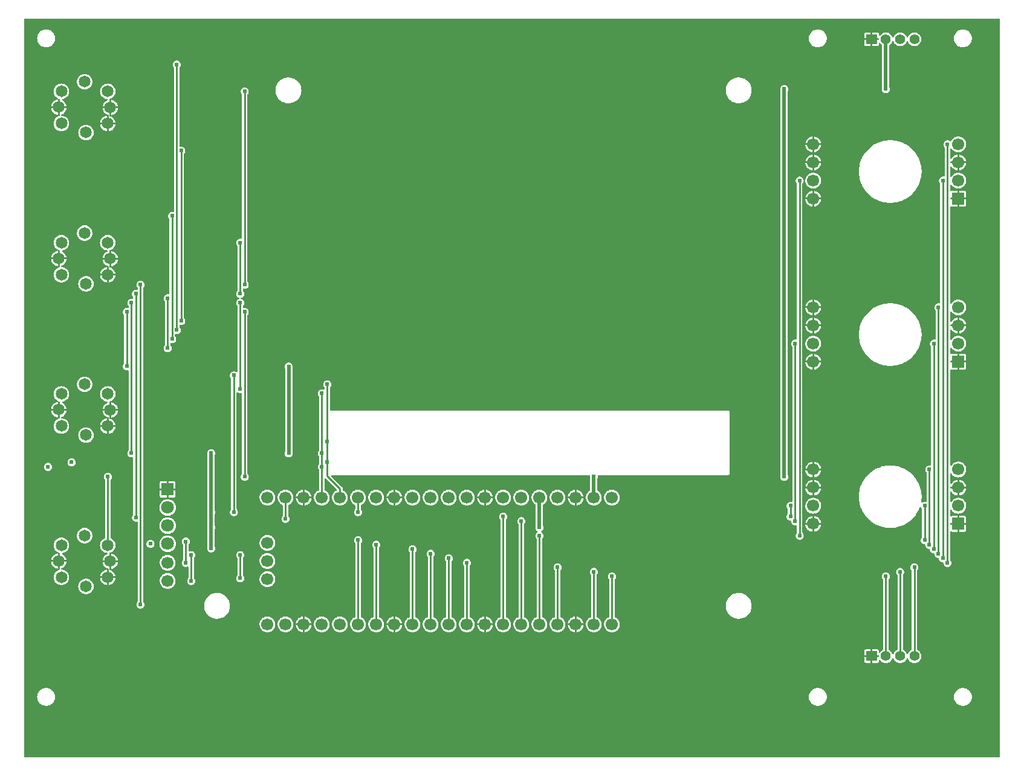
<source format=gtl>
G04 Layer: TopLayer*
G04 EasyEDA v6.5.29, 2023-07-18 11:29:47*
G04 d241b5e9eba042f2855d0ef1ce65199e,5a6b42c53f6a479593ecc07194224c93,10*
G04 Gerber Generator version 0.2*
G04 Scale: 100 percent, Rotated: No, Reflected: No *
G04 Dimensions in millimeters *
G04 leading zeros omitted , absolute positions ,4 integer and 5 decimal *
%FSLAX45Y45*%
%MOMM*%

%AMMACRO1*21,1,$1,$2,0,0,$3*%
%ADD10C,0.5000*%
%ADD11C,0.2540*%
%ADD12C,1.8000*%
%ADD13R,1.7000X1.8000*%
%ADD14MACRO1,1.7X1.7X90.0000*%
%ADD15C,1.7000*%
%ADD16C,1.6500*%
%ADD17C,1.4000*%
%ADD18R,1.5240X1.4000*%
%ADD19C,0.6096*%
%ADD20C,0.0180*%

%LPD*%
G36*
X-4803495Y-1269492D02*
G01*
X-4807407Y-1268730D01*
X-4810658Y-1266494D01*
X-4812893Y-1263243D01*
X-4813655Y-1259332D01*
X-4813655Y9082532D01*
X-4812893Y9086443D01*
X-4810658Y9089694D01*
X-4807407Y9091930D01*
X-4803495Y9092692D01*
X8840368Y9092692D01*
X8844280Y9091930D01*
X8847531Y9089694D01*
X8849766Y9086443D01*
X8850528Y9082532D01*
X8850528Y-1259332D01*
X8849766Y-1263243D01*
X8847531Y-1266494D01*
X8844280Y-1268730D01*
X8840368Y-1269492D01*
G37*

%LPC*%
G36*
X-4483100Y2750362D02*
G01*
X-4473295Y2751226D01*
X-4463846Y2753766D01*
X-4454906Y2757881D01*
X-4446879Y2763520D01*
X-4439920Y2770479D01*
X-4434281Y2778506D01*
X-4430166Y2787446D01*
X-4427626Y2796895D01*
X-4426762Y2806700D01*
X-4427626Y2816504D01*
X-4430166Y2825953D01*
X-4434281Y2834894D01*
X-4439920Y2842920D01*
X-4446879Y2849880D01*
X-4454906Y2855518D01*
X-4463846Y2859633D01*
X-4473295Y2862173D01*
X-4483100Y2863037D01*
X-4492904Y2862173D01*
X-4502353Y2859633D01*
X-4511294Y2855518D01*
X-4519320Y2849880D01*
X-4526280Y2842920D01*
X-4531918Y2834894D01*
X-4536033Y2825953D01*
X-4538573Y2816504D01*
X-4539437Y2806700D01*
X-4538573Y2796895D01*
X-4536033Y2787446D01*
X-4531918Y2778506D01*
X-4526280Y2770479D01*
X-4519320Y2763520D01*
X-4511294Y2757881D01*
X-4502353Y2753766D01*
X-4492904Y2751226D01*
G37*
G36*
X8330336Y-544982D02*
G01*
X8345525Y-544068D01*
X8360460Y-541324D01*
X8374989Y-536803D01*
X8388858Y-530555D01*
X8401862Y-522681D01*
X8413800Y-513334D01*
X8424570Y-502564D01*
X8433917Y-490626D01*
X8441791Y-477621D01*
X8448040Y-463753D01*
X8452561Y-449224D01*
X8455304Y-434289D01*
X8456218Y-419100D01*
X8455304Y-403910D01*
X8452561Y-388975D01*
X8448040Y-374446D01*
X8441791Y-360578D01*
X8433917Y-347573D01*
X8424570Y-335635D01*
X8413800Y-324866D01*
X8401862Y-315518D01*
X8388858Y-307644D01*
X8374989Y-301396D01*
X8360460Y-296875D01*
X8345525Y-294132D01*
X8330336Y-293217D01*
X8315147Y-294132D01*
X8300212Y-296875D01*
X8285683Y-301396D01*
X8271814Y-307644D01*
X8258809Y-315518D01*
X8246872Y-324866D01*
X8236102Y-335635D01*
X8226755Y-347573D01*
X8218881Y-360578D01*
X8212632Y-374446D01*
X8208111Y-388975D01*
X8205368Y-403910D01*
X8204453Y-419100D01*
X8205368Y-434289D01*
X8208111Y-449224D01*
X8212632Y-463753D01*
X8218881Y-477621D01*
X8226755Y-490626D01*
X8236102Y-502564D01*
X8246872Y-513334D01*
X8258809Y-522681D01*
X8271814Y-530555D01*
X8285683Y-536803D01*
X8300212Y-541324D01*
X8315147Y-544068D01*
G37*
G36*
X-4509363Y-544982D02*
G01*
X-4494225Y-544068D01*
X-4479239Y-541324D01*
X-4464761Y-536803D01*
X-4450892Y-530555D01*
X-4437888Y-522681D01*
X-4425899Y-513334D01*
X-4415180Y-502564D01*
X-4405782Y-490626D01*
X-4397908Y-477621D01*
X-4391660Y-463753D01*
X-4387138Y-449224D01*
X-4384395Y-434289D01*
X-4383481Y-419100D01*
X-4384395Y-403910D01*
X-4387138Y-388975D01*
X-4391660Y-374446D01*
X-4397908Y-360578D01*
X-4405782Y-347573D01*
X-4415180Y-335635D01*
X-4425899Y-324866D01*
X-4437888Y-315518D01*
X-4450892Y-307644D01*
X-4464761Y-301396D01*
X-4479239Y-296875D01*
X-4494225Y-294132D01*
X-4509363Y-293217D01*
X-4524552Y-294132D01*
X-4539538Y-296875D01*
X-4554016Y-301396D01*
X-4567885Y-307644D01*
X-4580890Y-315518D01*
X-4592878Y-324866D01*
X-4603597Y-335635D01*
X-4612995Y-347573D01*
X-4620869Y-360578D01*
X-4627118Y-374446D01*
X-4631639Y-388975D01*
X-4634382Y-403910D01*
X-4635296Y-419100D01*
X-4634382Y-434289D01*
X-4631639Y-449224D01*
X-4627118Y-463753D01*
X-4620869Y-477621D01*
X-4612995Y-490626D01*
X-4603597Y-502564D01*
X-4592878Y-513334D01*
X-4580890Y-522681D01*
X-4567885Y-530555D01*
X-4554016Y-536803D01*
X-4539538Y-541324D01*
X-4524552Y-544068D01*
G37*
G36*
X6976872Y56489D02*
G01*
X7039762Y56489D01*
X7039762Y139700D01*
X6950354Y139700D01*
X6950354Y82956D01*
X6951065Y76657D01*
X6952996Y71170D01*
X6956094Y66294D01*
X6960158Y62179D01*
X6965086Y59131D01*
X6970522Y57200D01*
G37*
G36*
X7065162Y56489D02*
G01*
X7128103Y56489D01*
X7134453Y57200D01*
X7139889Y59131D01*
X7144816Y62179D01*
X7148880Y66294D01*
X7151979Y71170D01*
X7153859Y76657D01*
X7154570Y82956D01*
X7154570Y93167D01*
X7155484Y97332D01*
X7157974Y100787D01*
X7161682Y102870D01*
X7165898Y103276D01*
X7169912Y101904D01*
X7173061Y99060D01*
X7178090Y91897D01*
X7187031Y82346D01*
X7197191Y74066D01*
X7208367Y67259D01*
X7220356Y62026D01*
X7232954Y58521D01*
X7245959Y56743D01*
X7259015Y56743D01*
X7271969Y58521D01*
X7284618Y62026D01*
X7296607Y67259D01*
X7307783Y74066D01*
X7317943Y82346D01*
X7326884Y91897D01*
X7334402Y102565D01*
X7340447Y114198D01*
X7342936Y121158D01*
X7345070Y124714D01*
X7348423Y127101D01*
X7352487Y127914D01*
X7356551Y127101D01*
X7359903Y124714D01*
X7362037Y121158D01*
X7364526Y114198D01*
X7370572Y102565D01*
X7378090Y91897D01*
X7387031Y82346D01*
X7397191Y74066D01*
X7408367Y67259D01*
X7420356Y62026D01*
X7432954Y58521D01*
X7445959Y56743D01*
X7459014Y56743D01*
X7471968Y58521D01*
X7484618Y62026D01*
X7496606Y67259D01*
X7507782Y74066D01*
X7517942Y82346D01*
X7526883Y91897D01*
X7534402Y102565D01*
X7540447Y114198D01*
X7542936Y121158D01*
X7545070Y124714D01*
X7548422Y127101D01*
X7552486Y127914D01*
X7556550Y127101D01*
X7559903Y124714D01*
X7562037Y121158D01*
X7564526Y114198D01*
X7570571Y102565D01*
X7578090Y91897D01*
X7587030Y82346D01*
X7597190Y74066D01*
X7608366Y67259D01*
X7620355Y62026D01*
X7632953Y58521D01*
X7645958Y56743D01*
X7659014Y56743D01*
X7671968Y58521D01*
X7684617Y62026D01*
X7696606Y67259D01*
X7707782Y74066D01*
X7717942Y82346D01*
X7726883Y91897D01*
X7734401Y102565D01*
X7740446Y114198D01*
X7744815Y126542D01*
X7747457Y139344D01*
X7748371Y152400D01*
X7747457Y165455D01*
X7744815Y178257D01*
X7740446Y190601D01*
X7734401Y202234D01*
X7726883Y212902D01*
X7717942Y222453D01*
X7707782Y230733D01*
X7695895Y237947D01*
X7693304Y240182D01*
X7691628Y243230D01*
X7691018Y246634D01*
X7691018Y1351991D01*
X7691780Y1355902D01*
X7694015Y1359204D01*
X7695590Y1360779D01*
X7701229Y1368806D01*
X7705344Y1377746D01*
X7707884Y1387195D01*
X7708747Y1397000D01*
X7707884Y1406804D01*
X7705344Y1416253D01*
X7701229Y1425194D01*
X7695590Y1433220D01*
X7688630Y1440180D01*
X7680604Y1445818D01*
X7671663Y1449933D01*
X7662214Y1452473D01*
X7652410Y1453337D01*
X7642606Y1452473D01*
X7633157Y1449933D01*
X7624216Y1445818D01*
X7616190Y1440180D01*
X7609230Y1433220D01*
X7603591Y1425194D01*
X7599476Y1416253D01*
X7596936Y1406804D01*
X7596073Y1397000D01*
X7596936Y1387195D01*
X7599476Y1377746D01*
X7603591Y1368806D01*
X7609230Y1360779D01*
X7610805Y1359204D01*
X7613040Y1355902D01*
X7613802Y1351991D01*
X7613802Y246532D01*
X7613243Y243128D01*
X7611516Y240131D01*
X7608925Y237845D01*
X7597190Y230733D01*
X7587030Y222453D01*
X7578090Y212902D01*
X7570571Y202234D01*
X7564526Y190601D01*
X7562037Y183642D01*
X7559903Y180086D01*
X7556550Y177698D01*
X7552486Y176885D01*
X7548422Y177698D01*
X7545070Y180086D01*
X7542936Y183642D01*
X7540447Y190601D01*
X7534402Y202234D01*
X7526883Y212902D01*
X7517942Y222453D01*
X7507782Y230733D01*
X7495997Y237896D01*
X7493406Y240182D01*
X7491730Y243179D01*
X7491120Y246583D01*
X7491120Y1288491D01*
X7491882Y1292402D01*
X7494117Y1295704D01*
X7495692Y1297279D01*
X7501331Y1305306D01*
X7505446Y1314246D01*
X7507986Y1323695D01*
X7508849Y1333500D01*
X7507986Y1343304D01*
X7505446Y1352753D01*
X7501331Y1361694D01*
X7495692Y1369720D01*
X7488732Y1376680D01*
X7480706Y1382318D01*
X7471765Y1386433D01*
X7462316Y1388973D01*
X7452512Y1389837D01*
X7442708Y1388973D01*
X7433259Y1386433D01*
X7424318Y1382318D01*
X7416292Y1376680D01*
X7409332Y1369720D01*
X7403693Y1361694D01*
X7399578Y1352753D01*
X7397038Y1343304D01*
X7396175Y1333500D01*
X7397038Y1323695D01*
X7399578Y1314246D01*
X7403693Y1305306D01*
X7409332Y1297279D01*
X7410907Y1295704D01*
X7413142Y1292402D01*
X7413904Y1288491D01*
X7413904Y246583D01*
X7413294Y243179D01*
X7411618Y240182D01*
X7409027Y237896D01*
X7397191Y230733D01*
X7387031Y222453D01*
X7378090Y212902D01*
X7370572Y202234D01*
X7364526Y190601D01*
X7362037Y183642D01*
X7359903Y180086D01*
X7356551Y177698D01*
X7352487Y176885D01*
X7348423Y177698D01*
X7345070Y180086D01*
X7342936Y183642D01*
X7340447Y190601D01*
X7334402Y202234D01*
X7326884Y212902D01*
X7317943Y222453D01*
X7307783Y230733D01*
X7295845Y237947D01*
X7293254Y240233D01*
X7291578Y243230D01*
X7290968Y246634D01*
X7290968Y1224991D01*
X7291730Y1228902D01*
X7293965Y1232204D01*
X7295540Y1233779D01*
X7301179Y1241806D01*
X7305294Y1250746D01*
X7307834Y1260195D01*
X7308697Y1270000D01*
X7307834Y1279804D01*
X7305294Y1289253D01*
X7301179Y1298194D01*
X7295540Y1306220D01*
X7288580Y1313180D01*
X7280554Y1318818D01*
X7271613Y1322933D01*
X7262164Y1325473D01*
X7252360Y1326337D01*
X7242556Y1325473D01*
X7233107Y1322933D01*
X7224166Y1318818D01*
X7216140Y1313180D01*
X7209180Y1306220D01*
X7203541Y1298194D01*
X7199426Y1289253D01*
X7196886Y1279804D01*
X7196023Y1270000D01*
X7196886Y1260195D01*
X7199426Y1250746D01*
X7203541Y1241806D01*
X7209180Y1233779D01*
X7210755Y1232204D01*
X7212990Y1228902D01*
X7213752Y1224991D01*
X7213752Y246532D01*
X7213193Y243128D01*
X7211466Y240131D01*
X7208875Y237845D01*
X7197191Y230733D01*
X7187031Y222453D01*
X7178090Y212902D01*
X7173061Y205740D01*
X7169912Y202895D01*
X7165898Y201523D01*
X7161682Y201930D01*
X7157974Y204012D01*
X7155484Y207467D01*
X7154570Y211632D01*
X7154570Y221843D01*
X7153859Y228142D01*
X7151979Y233629D01*
X7148880Y238506D01*
X7144816Y242620D01*
X7139889Y245668D01*
X7134453Y247599D01*
X7128103Y248310D01*
X7065162Y248310D01*
X7065162Y165100D01*
X7146594Y165100D01*
X7150455Y164338D01*
X7153757Y162102D01*
X7155992Y158851D01*
X7156754Y154940D01*
X7156754Y149860D01*
X7155992Y145948D01*
X7153757Y142697D01*
X7150455Y140462D01*
X7146594Y139700D01*
X7065162Y139700D01*
G37*
G36*
X6950354Y8813800D02*
G01*
X7039762Y8813800D01*
X7039762Y8897010D01*
X6976872Y8897010D01*
X6970522Y8896299D01*
X6965086Y8894368D01*
X6960158Y8891270D01*
X6956094Y8887206D01*
X6952996Y8882278D01*
X6951065Y8876842D01*
X6950354Y8870492D01*
G37*
G36*
X6976872Y8705189D02*
G01*
X7039762Y8705189D01*
X7039762Y8788400D01*
X6950354Y8788400D01*
X6950354Y8731656D01*
X6951065Y8725306D01*
X6952996Y8719870D01*
X6956094Y8714994D01*
X6960158Y8710879D01*
X6965086Y8707780D01*
X6970522Y8705900D01*
G37*
G36*
X6298336Y8687917D02*
G01*
X6313525Y8688832D01*
X6328460Y8691575D01*
X6342989Y8696096D01*
X6356858Y8702344D01*
X6369862Y8710218D01*
X6381800Y8719566D01*
X6392570Y8730335D01*
X6401917Y8742273D01*
X6409791Y8755278D01*
X6416040Y8769146D01*
X6420561Y8783675D01*
X6423304Y8798610D01*
X6424218Y8813800D01*
X6423304Y8828989D01*
X6420561Y8843924D01*
X6416040Y8858453D01*
X6409791Y8872321D01*
X6401917Y8885326D01*
X6392570Y8897264D01*
X6381800Y8908034D01*
X6369862Y8917381D01*
X6356858Y8925255D01*
X6342989Y8931503D01*
X6328460Y8936024D01*
X6313525Y8938768D01*
X6298336Y8939682D01*
X6283147Y8938768D01*
X6268212Y8936024D01*
X6253683Y8931503D01*
X6239814Y8925255D01*
X6226810Y8917381D01*
X6214872Y8908034D01*
X6204102Y8897264D01*
X6194755Y8885326D01*
X6186881Y8872321D01*
X6180632Y8858453D01*
X6176111Y8843924D01*
X6173368Y8828989D01*
X6172454Y8813800D01*
X6173368Y8798610D01*
X6176111Y8783675D01*
X6180632Y8769146D01*
X6186881Y8755278D01*
X6194755Y8742273D01*
X6204102Y8730335D01*
X6214872Y8719566D01*
X6226810Y8710218D01*
X6239814Y8702344D01*
X6253683Y8696096D01*
X6268212Y8691575D01*
X6283147Y8688832D01*
G37*
G36*
X6950354Y165100D02*
G01*
X7039762Y165100D01*
X7039762Y248310D01*
X6976872Y248310D01*
X6970522Y247599D01*
X6965086Y245668D01*
X6960158Y242620D01*
X6956094Y238506D01*
X6952996Y233629D01*
X6951065Y228142D01*
X6950354Y221843D01*
G37*
G36*
X8330336Y8687917D02*
G01*
X8345525Y8688832D01*
X8360460Y8691575D01*
X8374989Y8696096D01*
X8388858Y8702344D01*
X8401862Y8710218D01*
X8413800Y8719566D01*
X8424570Y8730335D01*
X8433917Y8742273D01*
X8441791Y8755278D01*
X8448040Y8769146D01*
X8452561Y8783675D01*
X8455304Y8798610D01*
X8456218Y8813800D01*
X8455304Y8828989D01*
X8452561Y8843924D01*
X8448040Y8858453D01*
X8441791Y8872321D01*
X8433917Y8885326D01*
X8424570Y8897264D01*
X8413800Y8908034D01*
X8401862Y8917381D01*
X8388858Y8925255D01*
X8374989Y8931503D01*
X8360460Y8936024D01*
X8345525Y8938768D01*
X8330336Y8939682D01*
X8315147Y8938768D01*
X8300212Y8936024D01*
X8285683Y8931503D01*
X8271814Y8925255D01*
X8258809Y8917381D01*
X8246872Y8908034D01*
X8236102Y8897264D01*
X8226755Y8885326D01*
X8218881Y8872321D01*
X8212632Y8858453D01*
X8208111Y8843924D01*
X8205368Y8828989D01*
X8204453Y8813800D01*
X8205368Y8798610D01*
X8208111Y8783675D01*
X8212632Y8769146D01*
X8218881Y8755278D01*
X8226755Y8742273D01*
X8236102Y8730335D01*
X8246872Y8719566D01*
X8258809Y8710218D01*
X8271814Y8702344D01*
X8285683Y8696096D01*
X8300212Y8691575D01*
X8315147Y8688832D01*
G37*
G36*
X-4509363Y8687917D02*
G01*
X-4494225Y8688832D01*
X-4479239Y8691575D01*
X-4464761Y8696096D01*
X-4450892Y8702344D01*
X-4437888Y8710218D01*
X-4425899Y8719566D01*
X-4415180Y8730335D01*
X-4405782Y8742273D01*
X-4397908Y8755278D01*
X-4391660Y8769146D01*
X-4387138Y8783675D01*
X-4384395Y8798610D01*
X-4383481Y8813800D01*
X-4384395Y8828989D01*
X-4387138Y8843924D01*
X-4391660Y8858453D01*
X-4397908Y8872321D01*
X-4405782Y8885326D01*
X-4415180Y8897264D01*
X-4425899Y8908034D01*
X-4437888Y8917381D01*
X-4450892Y8925255D01*
X-4464761Y8931503D01*
X-4479239Y8936024D01*
X-4494225Y8938768D01*
X-4509363Y8939682D01*
X-4524552Y8938768D01*
X-4539538Y8936024D01*
X-4554016Y8931503D01*
X-4567885Y8925255D01*
X-4580890Y8917381D01*
X-4592878Y8908034D01*
X-4603597Y8897264D01*
X-4612995Y8885326D01*
X-4620869Y8872321D01*
X-4627118Y8858453D01*
X-4631639Y8843924D01*
X-4634382Y8828989D01*
X-4635296Y8813800D01*
X-4634382Y8798610D01*
X-4631639Y8783675D01*
X-4627118Y8769146D01*
X-4620869Y8755278D01*
X-4612995Y8742273D01*
X-4603597Y8730335D01*
X-4592878Y8719566D01*
X-4580890Y8710218D01*
X-4567885Y8702344D01*
X-4554016Y8696096D01*
X-4539538Y8691575D01*
X-4524552Y8688832D01*
G37*
G36*
X-3970731Y8096554D02*
G01*
X-3956608Y8097520D01*
X-3942689Y8100263D01*
X-3929278Y8104835D01*
X-3916578Y8111083D01*
X-3904792Y8118957D01*
X-3894124Y8128304D01*
X-3884777Y8138972D01*
X-3876903Y8150758D01*
X-3870604Y8163509D01*
X-3866083Y8176920D01*
X-3863289Y8190839D01*
X-3862374Y8204962D01*
X-3863289Y8219084D01*
X-3866083Y8233003D01*
X-3870604Y8246414D01*
X-3876903Y8259165D01*
X-3884777Y8270951D01*
X-3894124Y8281619D01*
X-3904792Y8290966D01*
X-3916578Y8298840D01*
X-3929278Y8305088D01*
X-3942689Y8309660D01*
X-3956608Y8312403D01*
X-3970731Y8313369D01*
X-3984904Y8312403D01*
X-3998823Y8309660D01*
X-4012234Y8305088D01*
X-4024934Y8298840D01*
X-4036720Y8290966D01*
X-4047388Y8281619D01*
X-4056735Y8270951D01*
X-4064609Y8259165D01*
X-4070908Y8246414D01*
X-4075429Y8233003D01*
X-4078224Y8219084D01*
X-4079138Y8204962D01*
X-4078224Y8190839D01*
X-4075429Y8176920D01*
X-4070908Y8163509D01*
X-4064609Y8150758D01*
X-4056735Y8138972D01*
X-4047388Y8128304D01*
X-4036720Y8118957D01*
X-4024934Y8111083D01*
X-4012234Y8104835D01*
X-3998823Y8100263D01*
X-3984904Y8097520D01*
G37*
G36*
X-655675Y486257D02*
G01*
X-641451Y486257D01*
X-627380Y488035D01*
X-613613Y491642D01*
X-600456Y496976D01*
X-588060Y503986D01*
X-576681Y512470D01*
X-566470Y522376D01*
X-557631Y533450D01*
X-550265Y545592D01*
X-544474Y558596D01*
X-540461Y572211D01*
X-538175Y586232D01*
X-537718Y600456D01*
X-539089Y614578D01*
X-542239Y628446D01*
X-547166Y641807D01*
X-553720Y654405D01*
X-561848Y666038D01*
X-571398Y676554D01*
X-582218Y685749D01*
X-594156Y693521D01*
X-606958Y699668D01*
X-620420Y704138D01*
X-634390Y706882D01*
X-648563Y707796D01*
X-662736Y706882D01*
X-676706Y704138D01*
X-690168Y699668D01*
X-702970Y693521D01*
X-714857Y685749D01*
X-725678Y676554D01*
X-735228Y666038D01*
X-743356Y654405D01*
X-749960Y641807D01*
X-754837Y628446D01*
X-758037Y614578D01*
X-759409Y600456D01*
X-758952Y586232D01*
X-756666Y572211D01*
X-752602Y558596D01*
X-746861Y545592D01*
X-739495Y533450D01*
X-730656Y522376D01*
X-720445Y512470D01*
X-709066Y503986D01*
X-696671Y496976D01*
X-683514Y491642D01*
X-669747Y488035D01*
G37*
G36*
X-1163675Y486257D02*
G01*
X-1149451Y486257D01*
X-1135380Y488035D01*
X-1121613Y491642D01*
X-1108456Y496976D01*
X-1096060Y503986D01*
X-1084681Y512470D01*
X-1074470Y522376D01*
X-1065631Y533450D01*
X-1058265Y545592D01*
X-1052474Y558596D01*
X-1048461Y572211D01*
X-1046175Y586232D01*
X-1045718Y600456D01*
X-1047089Y614578D01*
X-1050239Y628446D01*
X-1055166Y641807D01*
X-1061720Y654405D01*
X-1069848Y666038D01*
X-1079398Y676554D01*
X-1090218Y685749D01*
X-1102156Y693521D01*
X-1114958Y699668D01*
X-1128420Y704138D01*
X-1142390Y706882D01*
X-1156563Y707796D01*
X-1170736Y706882D01*
X-1184706Y704138D01*
X-1198168Y699668D01*
X-1210970Y693521D01*
X-1222857Y685749D01*
X-1233678Y676554D01*
X-1243228Y666038D01*
X-1251356Y654405D01*
X-1257960Y641807D01*
X-1262837Y628446D01*
X-1266037Y614578D01*
X-1267409Y600456D01*
X-1266952Y586232D01*
X-1264666Y572211D01*
X-1260602Y558596D01*
X-1254861Y545592D01*
X-1247495Y533450D01*
X-1238656Y522376D01*
X-1228445Y512470D01*
X-1217066Y503986D01*
X-1204671Y496976D01*
X-1191514Y491642D01*
X-1177747Y488035D01*
G37*
G36*
X-401675Y486257D02*
G01*
X-387451Y486257D01*
X-373380Y488035D01*
X-359613Y491642D01*
X-346456Y496976D01*
X-334060Y503986D01*
X-322681Y512470D01*
X-312470Y522376D01*
X-303631Y533450D01*
X-296265Y545592D01*
X-290474Y558596D01*
X-286461Y572211D01*
X-284175Y586232D01*
X-283718Y600456D01*
X-285089Y614578D01*
X-288239Y628446D01*
X-293166Y641807D01*
X-299720Y654405D01*
X-307848Y666038D01*
X-317398Y676554D01*
X-328218Y685749D01*
X-340156Y693521D01*
X-352958Y699668D01*
X-366420Y704138D01*
X-380390Y706882D01*
X-394563Y707796D01*
X-408736Y706882D01*
X-422706Y704138D01*
X-436168Y699668D01*
X-448970Y693521D01*
X-460857Y685749D01*
X-471678Y676554D01*
X-481228Y666038D01*
X-489356Y654405D01*
X-495960Y641807D01*
X-500837Y628446D01*
X-504037Y614578D01*
X-505409Y600456D01*
X-504951Y586232D01*
X-502666Y572211D01*
X-498601Y558596D01*
X-492861Y545592D01*
X-485495Y533450D01*
X-476656Y522376D01*
X-466445Y512470D01*
X-455066Y503986D01*
X-442671Y496976D01*
X-429514Y491642D01*
X-415747Y488035D01*
G37*
G36*
X-1417675Y486257D02*
G01*
X-1403451Y486257D01*
X-1389380Y488035D01*
X-1375613Y491642D01*
X-1362456Y496976D01*
X-1350060Y503986D01*
X-1338681Y512470D01*
X-1328470Y522376D01*
X-1319631Y533450D01*
X-1312265Y545592D01*
X-1306474Y558596D01*
X-1302461Y572211D01*
X-1300175Y586232D01*
X-1299718Y600456D01*
X-1301089Y614578D01*
X-1304239Y628446D01*
X-1309166Y641807D01*
X-1315720Y654405D01*
X-1323848Y666038D01*
X-1333398Y676554D01*
X-1344218Y685749D01*
X-1356156Y693521D01*
X-1368958Y699668D01*
X-1382420Y704138D01*
X-1396390Y706882D01*
X-1410563Y707796D01*
X-1424736Y706882D01*
X-1438706Y704138D01*
X-1452168Y699668D01*
X-1464970Y693521D01*
X-1476857Y685749D01*
X-1487678Y676554D01*
X-1497228Y666038D01*
X-1505356Y654405D01*
X-1511960Y641807D01*
X-1516837Y628446D01*
X-1520037Y614578D01*
X-1521409Y600456D01*
X-1520952Y586232D01*
X-1518666Y572211D01*
X-1514602Y558596D01*
X-1508861Y545592D01*
X-1501495Y533450D01*
X-1492656Y522376D01*
X-1482445Y512470D01*
X-1471066Y503986D01*
X-1458671Y496976D01*
X-1445514Y491642D01*
X-1431747Y488035D01*
G37*
G36*
X3408324Y486257D02*
G01*
X3422548Y486257D01*
X3436620Y488035D01*
X3450386Y491642D01*
X3463544Y496976D01*
X3475939Y503986D01*
X3487318Y512470D01*
X3497529Y522376D01*
X3506368Y533450D01*
X3513734Y545592D01*
X3519525Y558596D01*
X3523538Y572211D01*
X3525824Y586232D01*
X3526282Y600456D01*
X3524910Y614578D01*
X3521760Y628446D01*
X3516833Y641807D01*
X3510279Y654405D01*
X3502151Y666038D01*
X3492601Y676554D01*
X3481781Y685749D01*
X3469843Y693521D01*
X3459784Y698398D01*
X3456736Y700633D01*
X3454704Y703834D01*
X3454044Y707542D01*
X3454044Y1224991D01*
X3454806Y1228902D01*
X3456990Y1232204D01*
X3458565Y1233779D01*
X3464204Y1241806D01*
X3468370Y1250746D01*
X3470910Y1260195D01*
X3471773Y1270000D01*
X3470910Y1279804D01*
X3468370Y1289253D01*
X3464204Y1298194D01*
X3458565Y1306220D01*
X3451656Y1313180D01*
X3443579Y1318818D01*
X3434689Y1322933D01*
X3425190Y1325473D01*
X3415436Y1326337D01*
X3405632Y1325473D01*
X3396132Y1322933D01*
X3387242Y1318818D01*
X3379165Y1313180D01*
X3372256Y1306220D01*
X3366617Y1298194D01*
X3362451Y1289253D01*
X3359912Y1279804D01*
X3359048Y1270000D01*
X3359912Y1260195D01*
X3362451Y1250746D01*
X3366617Y1241806D01*
X3372256Y1233779D01*
X3373831Y1232204D01*
X3376015Y1228902D01*
X3376828Y1224991D01*
X3376828Y707491D01*
X3376117Y703783D01*
X3374085Y700582D01*
X3371037Y698347D01*
X3361029Y693521D01*
X3349142Y685749D01*
X3338322Y676554D01*
X3328771Y666038D01*
X3320643Y654405D01*
X3314039Y641807D01*
X3309162Y628446D01*
X3305962Y614578D01*
X3304590Y600456D01*
X3305048Y586232D01*
X3307334Y572211D01*
X3311398Y558596D01*
X3317138Y545592D01*
X3324504Y533450D01*
X3333343Y522376D01*
X3343554Y512470D01*
X3354933Y503986D01*
X3367328Y496976D01*
X3380486Y491642D01*
X3394252Y488035D01*
G37*
G36*
X3154324Y486257D02*
G01*
X3168548Y486257D01*
X3182620Y488035D01*
X3196386Y491642D01*
X3209544Y496976D01*
X3221939Y503986D01*
X3233318Y512470D01*
X3243529Y522376D01*
X3252368Y533450D01*
X3259734Y545592D01*
X3265525Y558596D01*
X3269538Y572211D01*
X3271824Y586232D01*
X3272282Y600456D01*
X3270910Y614578D01*
X3267760Y628446D01*
X3262833Y641807D01*
X3256279Y654405D01*
X3248152Y666038D01*
X3238601Y676554D01*
X3227781Y685749D01*
X3215843Y693521D01*
X3205784Y698398D01*
X3202736Y700633D01*
X3200704Y703834D01*
X3200044Y707542D01*
X3200044Y1288491D01*
X3200806Y1292402D01*
X3202990Y1295704D01*
X3204565Y1297279D01*
X3210204Y1305306D01*
X3214370Y1314246D01*
X3216910Y1323695D01*
X3217773Y1333500D01*
X3216910Y1343304D01*
X3214370Y1352753D01*
X3210204Y1361694D01*
X3204565Y1369720D01*
X3197656Y1376680D01*
X3189579Y1382318D01*
X3180689Y1386433D01*
X3171190Y1388973D01*
X3161436Y1389837D01*
X3151632Y1388973D01*
X3142132Y1386433D01*
X3133242Y1382318D01*
X3125165Y1376680D01*
X3118256Y1369720D01*
X3112617Y1361694D01*
X3108452Y1352753D01*
X3105912Y1343304D01*
X3105048Y1333500D01*
X3105912Y1323695D01*
X3108452Y1314246D01*
X3112617Y1305306D01*
X3118256Y1297279D01*
X3119831Y1295704D01*
X3122015Y1292402D01*
X3122828Y1288491D01*
X3122828Y707491D01*
X3122117Y703783D01*
X3120085Y700582D01*
X3117037Y698347D01*
X3107029Y693521D01*
X3095142Y685749D01*
X3084322Y676554D01*
X3074771Y666038D01*
X3066643Y654405D01*
X3060039Y641807D01*
X3055162Y628446D01*
X3051962Y614578D01*
X3050590Y600456D01*
X3051048Y586232D01*
X3053334Y572211D01*
X3057398Y558596D01*
X3063138Y545592D01*
X3070504Y533450D01*
X3079343Y522376D01*
X3089554Y512470D01*
X3100933Y503986D01*
X3113328Y496976D01*
X3126486Y491642D01*
X3140252Y488035D01*
G37*
G36*
X2646324Y486257D02*
G01*
X2660548Y486257D01*
X2674620Y488035D01*
X2688386Y491642D01*
X2701544Y496976D01*
X2713939Y503986D01*
X2725318Y512470D01*
X2735529Y522376D01*
X2744368Y533450D01*
X2751734Y545592D01*
X2757525Y558596D01*
X2761538Y572211D01*
X2763824Y586232D01*
X2764282Y600456D01*
X2762910Y614578D01*
X2759760Y628446D01*
X2754833Y641807D01*
X2748280Y654405D01*
X2740152Y666038D01*
X2730601Y676554D01*
X2719781Y685749D01*
X2707843Y693521D01*
X2697784Y698398D01*
X2694736Y700633D01*
X2692704Y703834D01*
X2692044Y707542D01*
X2692044Y1351991D01*
X2692806Y1355902D01*
X2694990Y1359204D01*
X2696565Y1360779D01*
X2702204Y1368806D01*
X2706370Y1377746D01*
X2708910Y1387195D01*
X2709773Y1397000D01*
X2708910Y1406804D01*
X2706370Y1416253D01*
X2702204Y1425194D01*
X2696565Y1433220D01*
X2689656Y1440180D01*
X2681579Y1445818D01*
X2672689Y1449933D01*
X2663190Y1452473D01*
X2653436Y1453337D01*
X2643632Y1452473D01*
X2634132Y1449933D01*
X2625242Y1445818D01*
X2617165Y1440180D01*
X2610256Y1433220D01*
X2604617Y1425194D01*
X2600452Y1416253D01*
X2597912Y1406804D01*
X2597048Y1397000D01*
X2597912Y1387195D01*
X2600452Y1377746D01*
X2604617Y1368806D01*
X2610256Y1360779D01*
X2611831Y1359204D01*
X2614015Y1355902D01*
X2614828Y1351991D01*
X2614828Y707491D01*
X2614117Y703783D01*
X2612085Y700582D01*
X2609037Y698347D01*
X2599029Y693521D01*
X2587142Y685749D01*
X2576322Y676554D01*
X2566771Y666038D01*
X2558643Y654405D01*
X2552039Y641807D01*
X2547162Y628446D01*
X2543962Y614578D01*
X2542590Y600456D01*
X2543048Y586232D01*
X2545334Y572211D01*
X2549398Y558596D01*
X2555138Y545592D01*
X2562504Y533450D01*
X2571343Y522376D01*
X2581554Y512470D01*
X2592933Y503986D01*
X2605328Y496976D01*
X2618486Y491642D01*
X2632252Y488035D01*
G37*
G36*
X1376324Y486257D02*
G01*
X1390548Y486257D01*
X1404620Y488035D01*
X1418386Y491642D01*
X1431544Y496976D01*
X1443939Y503986D01*
X1455318Y512470D01*
X1465529Y522376D01*
X1474368Y533450D01*
X1481734Y545592D01*
X1487525Y558596D01*
X1491538Y572211D01*
X1493824Y586232D01*
X1494282Y600456D01*
X1492910Y614578D01*
X1489760Y628446D01*
X1484833Y641807D01*
X1478280Y654405D01*
X1470152Y666038D01*
X1460601Y676554D01*
X1449781Y685749D01*
X1437843Y693521D01*
X1427784Y698347D01*
X1424736Y700633D01*
X1422755Y703783D01*
X1422044Y707542D01*
X1422044Y1415491D01*
X1422806Y1419402D01*
X1425041Y1422704D01*
X1426616Y1424279D01*
X1432255Y1432306D01*
X1436370Y1441246D01*
X1438910Y1450695D01*
X1439773Y1460500D01*
X1438910Y1470304D01*
X1436370Y1479753D01*
X1432255Y1488694D01*
X1426616Y1496720D01*
X1419656Y1503680D01*
X1411630Y1509318D01*
X1402689Y1513433D01*
X1393240Y1515973D01*
X1383436Y1516837D01*
X1373632Y1515973D01*
X1364183Y1513433D01*
X1355242Y1509318D01*
X1347216Y1503680D01*
X1340256Y1496720D01*
X1334617Y1488694D01*
X1330502Y1479753D01*
X1327962Y1470304D01*
X1327099Y1460500D01*
X1327962Y1450695D01*
X1330502Y1441246D01*
X1334617Y1432306D01*
X1340256Y1424279D01*
X1341831Y1422704D01*
X1344066Y1419402D01*
X1344828Y1415491D01*
X1344828Y707491D01*
X1344117Y703783D01*
X1342136Y700582D01*
X1339088Y698347D01*
X1329029Y693521D01*
X1317142Y685749D01*
X1306322Y676554D01*
X1296771Y666038D01*
X1288643Y654405D01*
X1282039Y641807D01*
X1277162Y628446D01*
X1273962Y614578D01*
X1272590Y600456D01*
X1273048Y586232D01*
X1275334Y572211D01*
X1279398Y558596D01*
X1285138Y545592D01*
X1292504Y533450D01*
X1301343Y522376D01*
X1311554Y512470D01*
X1322933Y503986D01*
X1335328Y496976D01*
X1348486Y491642D01*
X1362252Y488035D01*
G37*
G36*
X1122324Y486257D02*
G01*
X1136548Y486257D01*
X1150620Y488035D01*
X1164386Y491642D01*
X1177544Y496976D01*
X1189939Y503986D01*
X1201318Y512470D01*
X1211529Y522376D01*
X1220368Y533450D01*
X1227734Y545592D01*
X1233525Y558596D01*
X1237538Y572211D01*
X1239824Y586232D01*
X1240282Y600456D01*
X1238910Y614578D01*
X1235760Y628446D01*
X1230833Y641807D01*
X1224280Y654405D01*
X1216152Y666038D01*
X1206601Y676554D01*
X1195781Y685749D01*
X1183843Y693521D01*
X1173784Y698347D01*
X1170736Y700633D01*
X1168755Y703783D01*
X1168044Y707542D01*
X1168044Y1478991D01*
X1168806Y1482902D01*
X1171041Y1486204D01*
X1172616Y1487779D01*
X1178255Y1495806D01*
X1182370Y1504746D01*
X1184910Y1514195D01*
X1185773Y1524000D01*
X1184910Y1533804D01*
X1182370Y1543253D01*
X1178255Y1552194D01*
X1172616Y1560220D01*
X1165656Y1567180D01*
X1157630Y1572818D01*
X1148689Y1576933D01*
X1139240Y1579473D01*
X1129436Y1580337D01*
X1119632Y1579473D01*
X1110183Y1576933D01*
X1101242Y1572818D01*
X1093216Y1567180D01*
X1086256Y1560220D01*
X1080617Y1552194D01*
X1076502Y1543253D01*
X1073962Y1533804D01*
X1073099Y1524000D01*
X1073962Y1514195D01*
X1076502Y1504746D01*
X1080617Y1495806D01*
X1086256Y1487779D01*
X1087831Y1486204D01*
X1090066Y1482902D01*
X1090828Y1478991D01*
X1090828Y707491D01*
X1090117Y703783D01*
X1088136Y700582D01*
X1085088Y698347D01*
X1075029Y693521D01*
X1063142Y685749D01*
X1052322Y676554D01*
X1042771Y666038D01*
X1034643Y654405D01*
X1028039Y641807D01*
X1023162Y628446D01*
X1019962Y614578D01*
X1018590Y600456D01*
X1019048Y586232D01*
X1021334Y572211D01*
X1025398Y558596D01*
X1031138Y545592D01*
X1038504Y533450D01*
X1047343Y522376D01*
X1057554Y512470D01*
X1068933Y503986D01*
X1081328Y496976D01*
X1094486Y491642D01*
X1108252Y488035D01*
G37*
G36*
X868324Y486257D02*
G01*
X882548Y486257D01*
X896619Y488035D01*
X910386Y491642D01*
X923544Y496976D01*
X935939Y503986D01*
X947318Y512470D01*
X957529Y522376D01*
X966368Y533450D01*
X973734Y545592D01*
X979525Y558596D01*
X983538Y572211D01*
X985824Y586232D01*
X986282Y600456D01*
X984910Y614578D01*
X981760Y628446D01*
X976833Y641807D01*
X970280Y654405D01*
X962152Y666038D01*
X952601Y676554D01*
X941781Y685749D01*
X929843Y693521D01*
X919784Y698347D01*
X916736Y700633D01*
X914755Y703783D01*
X914044Y707542D01*
X914044Y1542491D01*
X914806Y1546402D01*
X917041Y1549704D01*
X918616Y1551279D01*
X924255Y1559306D01*
X928369Y1568246D01*
X930910Y1577695D01*
X931773Y1587500D01*
X930910Y1597304D01*
X928369Y1606753D01*
X924255Y1615694D01*
X918616Y1623720D01*
X911656Y1630680D01*
X903630Y1636318D01*
X894689Y1640433D01*
X885240Y1642973D01*
X875436Y1643837D01*
X865632Y1642973D01*
X856183Y1640433D01*
X847242Y1636318D01*
X839216Y1630680D01*
X832256Y1623720D01*
X826617Y1615694D01*
X822502Y1606753D01*
X819962Y1597304D01*
X819099Y1587500D01*
X819962Y1577695D01*
X822502Y1568246D01*
X826617Y1559306D01*
X832256Y1551279D01*
X833831Y1549704D01*
X836066Y1546402D01*
X836828Y1542491D01*
X836828Y707491D01*
X836117Y703783D01*
X834136Y700582D01*
X831087Y698347D01*
X821029Y693521D01*
X809142Y685749D01*
X798322Y676554D01*
X788771Y666038D01*
X780643Y654405D01*
X774039Y641807D01*
X769162Y628446D01*
X765962Y614578D01*
X764590Y600456D01*
X765048Y586232D01*
X767334Y572211D01*
X771398Y558596D01*
X777138Y545592D01*
X784504Y533450D01*
X793343Y522376D01*
X803554Y512470D01*
X814933Y503986D01*
X827328Y496976D01*
X840486Y491642D01*
X854252Y488035D01*
G37*
G36*
X614324Y486257D02*
G01*
X628548Y486257D01*
X642620Y488035D01*
X656386Y491642D01*
X669544Y496976D01*
X681939Y503986D01*
X693318Y512470D01*
X703529Y522376D01*
X712368Y533450D01*
X719734Y545592D01*
X725525Y558596D01*
X729538Y572211D01*
X731824Y586232D01*
X732282Y600456D01*
X730910Y614578D01*
X727760Y628446D01*
X722833Y641807D01*
X716280Y654405D01*
X708152Y666038D01*
X698601Y676554D01*
X687781Y685749D01*
X675843Y693521D01*
X665784Y698347D01*
X662736Y700633D01*
X660755Y703783D01*
X660044Y707542D01*
X660044Y1605991D01*
X660806Y1609902D01*
X663041Y1613204D01*
X664616Y1614779D01*
X670255Y1622806D01*
X674370Y1631746D01*
X676910Y1641195D01*
X677773Y1651000D01*
X676910Y1660804D01*
X674370Y1670253D01*
X670255Y1679193D01*
X664616Y1687220D01*
X657656Y1694180D01*
X649630Y1699818D01*
X640689Y1703933D01*
X631240Y1706473D01*
X621436Y1707337D01*
X611632Y1706473D01*
X602183Y1703933D01*
X593242Y1699818D01*
X585216Y1694180D01*
X578256Y1687220D01*
X572617Y1679193D01*
X568502Y1670253D01*
X565962Y1660804D01*
X565099Y1651000D01*
X565962Y1641195D01*
X568502Y1631746D01*
X572617Y1622806D01*
X578256Y1614779D01*
X579831Y1613204D01*
X582066Y1609902D01*
X582828Y1605991D01*
X582828Y707491D01*
X582117Y703783D01*
X580136Y700582D01*
X577088Y698347D01*
X567029Y693521D01*
X555142Y685749D01*
X544322Y676554D01*
X534771Y666038D01*
X526643Y654405D01*
X520039Y641807D01*
X515162Y628446D01*
X511962Y614578D01*
X510590Y600456D01*
X511048Y586232D01*
X513334Y572211D01*
X517398Y558596D01*
X523138Y545592D01*
X530504Y533450D01*
X539343Y522376D01*
X549554Y512470D01*
X560933Y503986D01*
X573328Y496976D01*
X586486Y491642D01*
X600252Y488035D01*
G37*
G36*
X106324Y486257D02*
G01*
X120548Y486257D01*
X134620Y488035D01*
X148386Y491642D01*
X161544Y496976D01*
X173939Y503986D01*
X185318Y512470D01*
X195529Y522376D01*
X204368Y533450D01*
X211734Y545592D01*
X217525Y558596D01*
X221538Y572211D01*
X223824Y586232D01*
X224282Y600456D01*
X222910Y614578D01*
X219760Y628446D01*
X214833Y641807D01*
X208279Y654405D01*
X200152Y666038D01*
X190601Y676554D01*
X179781Y685749D01*
X167843Y693521D01*
X157784Y698347D01*
X154736Y700633D01*
X152755Y703783D01*
X152044Y707542D01*
X152044Y1669491D01*
X152806Y1673402D01*
X155041Y1676704D01*
X156616Y1678279D01*
X162255Y1686306D01*
X166370Y1695246D01*
X168910Y1704695D01*
X169773Y1714500D01*
X168910Y1724304D01*
X166370Y1733753D01*
X162255Y1742693D01*
X156616Y1750720D01*
X149656Y1757680D01*
X141630Y1763318D01*
X132689Y1767433D01*
X123240Y1769973D01*
X113436Y1770837D01*
X103632Y1769973D01*
X94183Y1767433D01*
X85242Y1763318D01*
X77216Y1757680D01*
X70256Y1750720D01*
X64617Y1742693D01*
X60502Y1733753D01*
X57962Y1724304D01*
X57099Y1714500D01*
X57962Y1704695D01*
X60502Y1695246D01*
X64617Y1686306D01*
X70256Y1678279D01*
X71831Y1676704D01*
X74066Y1673402D01*
X74828Y1669491D01*
X74828Y707491D01*
X74117Y703783D01*
X72136Y700582D01*
X69088Y698347D01*
X59029Y693521D01*
X47142Y685749D01*
X36322Y676554D01*
X26771Y666038D01*
X18643Y654405D01*
X12039Y641807D01*
X7162Y628446D01*
X3962Y614578D01*
X2590Y600456D01*
X3048Y586232D01*
X5334Y572211D01*
X9398Y558596D01*
X15138Y545592D01*
X22504Y533450D01*
X31343Y522376D01*
X41554Y512470D01*
X52933Y503986D01*
X65328Y496976D01*
X78486Y491642D01*
X92252Y488035D01*
G37*
G36*
X-147675Y486257D02*
G01*
X-133451Y486257D01*
X-119380Y488035D01*
X-105613Y491642D01*
X-92456Y496976D01*
X-80060Y503986D01*
X-68681Y512470D01*
X-58470Y522376D01*
X-49631Y533450D01*
X-42265Y545592D01*
X-36474Y558596D01*
X-32461Y572211D01*
X-30175Y586232D01*
X-29718Y600456D01*
X-31089Y614578D01*
X-34239Y628446D01*
X-39166Y641807D01*
X-45720Y654405D01*
X-53848Y666038D01*
X-63398Y676554D01*
X-74218Y685749D01*
X-86156Y693521D01*
X-96215Y698347D01*
X-99263Y700633D01*
X-101244Y703783D01*
X-101955Y707542D01*
X-101955Y1732991D01*
X-101193Y1736902D01*
X-98958Y1740204D01*
X-97383Y1741779D01*
X-91744Y1749806D01*
X-87630Y1758746D01*
X-85090Y1768195D01*
X-84226Y1778000D01*
X-85090Y1787804D01*
X-87630Y1797253D01*
X-91744Y1806193D01*
X-97383Y1814220D01*
X-104343Y1821180D01*
X-112369Y1826818D01*
X-121310Y1830933D01*
X-130759Y1833473D01*
X-140563Y1834337D01*
X-150368Y1833473D01*
X-159816Y1830933D01*
X-168757Y1826818D01*
X-176784Y1821180D01*
X-183743Y1814220D01*
X-189382Y1806193D01*
X-193497Y1797253D01*
X-196037Y1787804D01*
X-196900Y1778000D01*
X-196037Y1768195D01*
X-193497Y1758746D01*
X-189382Y1749806D01*
X-183743Y1741779D01*
X-182168Y1740204D01*
X-179933Y1736902D01*
X-179171Y1732991D01*
X-179171Y707491D01*
X-179882Y703783D01*
X-181864Y700582D01*
X-184912Y698347D01*
X-194970Y693521D01*
X-206857Y685749D01*
X-217678Y676554D01*
X-227228Y666038D01*
X-235356Y654405D01*
X-241960Y641807D01*
X-246837Y628446D01*
X-250037Y614578D01*
X-251409Y600456D01*
X-250952Y586232D01*
X-248666Y572211D01*
X-244602Y558596D01*
X-238861Y545592D01*
X-231495Y533450D01*
X-222656Y522376D01*
X-212445Y512470D01*
X-201066Y503986D01*
X-188671Y496976D01*
X-175514Y491642D01*
X-161747Y488035D01*
G37*
G36*
X2138324Y486257D02*
G01*
X2152548Y486257D01*
X2166620Y488035D01*
X2180386Y491642D01*
X2193544Y496976D01*
X2205939Y503986D01*
X2217318Y512470D01*
X2227529Y522376D01*
X2236368Y533450D01*
X2243734Y545592D01*
X2249525Y558596D01*
X2253538Y572211D01*
X2255824Y586232D01*
X2256282Y600456D01*
X2254910Y614578D01*
X2251760Y628446D01*
X2246833Y641807D01*
X2240280Y654405D01*
X2232152Y666038D01*
X2222601Y676554D01*
X2211781Y685749D01*
X2199843Y693521D01*
X2189784Y698398D01*
X2186736Y700633D01*
X2184704Y703834D01*
X2184044Y707542D01*
X2184044Y1999691D01*
X2184806Y2003602D01*
X2186990Y2006904D01*
X2188565Y2008479D01*
X2194204Y2016506D01*
X2198370Y2025446D01*
X2200910Y2034895D01*
X2201773Y2044700D01*
X2200910Y2054504D01*
X2198370Y2063953D01*
X2194204Y2072893D01*
X2188565Y2080920D01*
X2181656Y2087880D01*
X2173579Y2093518D01*
X2164689Y2097633D01*
X2155190Y2100173D01*
X2145436Y2101037D01*
X2135632Y2100173D01*
X2126132Y2097633D01*
X2117242Y2093518D01*
X2109165Y2087880D01*
X2102256Y2080920D01*
X2096617Y2072893D01*
X2092452Y2063953D01*
X2089912Y2054504D01*
X2089048Y2044700D01*
X2089912Y2034895D01*
X2092452Y2025446D01*
X2096617Y2016506D01*
X2102256Y2008479D01*
X2103831Y2006904D01*
X2106015Y2003602D01*
X2106828Y1999691D01*
X2106828Y707491D01*
X2106117Y703783D01*
X2104085Y700582D01*
X2101037Y698347D01*
X2091029Y693521D01*
X2079142Y685749D01*
X2068322Y676554D01*
X2058771Y666038D01*
X2050643Y654405D01*
X2044039Y641807D01*
X2039162Y628446D01*
X2035962Y614578D01*
X2034590Y600456D01*
X2035048Y586232D01*
X2037334Y572211D01*
X2041398Y558596D01*
X2047138Y545592D01*
X2054504Y533450D01*
X2063343Y522376D01*
X2073554Y512470D01*
X2084933Y503986D01*
X2097328Y496976D01*
X2110486Y491642D01*
X2124252Y488035D01*
G37*
G36*
X1884324Y486257D02*
G01*
X1898548Y486257D01*
X1912620Y488035D01*
X1926386Y491642D01*
X1939543Y496976D01*
X1951939Y503986D01*
X1963318Y512470D01*
X1973529Y522376D01*
X1982368Y533450D01*
X1989734Y545592D01*
X1995525Y558596D01*
X1999538Y572211D01*
X2001824Y586232D01*
X2002282Y600456D01*
X2000910Y614578D01*
X1997760Y628446D01*
X1992833Y641807D01*
X1986280Y654405D01*
X1978152Y666038D01*
X1968601Y676554D01*
X1957781Y685749D01*
X1945843Y693521D01*
X1935784Y698398D01*
X1932736Y700633D01*
X1930704Y703834D01*
X1930044Y707542D01*
X1930044Y2063191D01*
X1930806Y2067102D01*
X1932990Y2070404D01*
X1934565Y2071979D01*
X1940204Y2080006D01*
X1944370Y2088946D01*
X1946910Y2098395D01*
X1947773Y2108200D01*
X1946910Y2118004D01*
X1944370Y2127453D01*
X1940204Y2136394D01*
X1934565Y2144420D01*
X1927656Y2151380D01*
X1919579Y2157018D01*
X1910689Y2161133D01*
X1901189Y2163673D01*
X1891436Y2164537D01*
X1881632Y2163673D01*
X1872132Y2161133D01*
X1863242Y2157018D01*
X1855165Y2151380D01*
X1848256Y2144420D01*
X1842617Y2136394D01*
X1838452Y2127453D01*
X1835912Y2118004D01*
X1835048Y2108200D01*
X1835912Y2098395D01*
X1838452Y2088946D01*
X1842617Y2080006D01*
X1848256Y2071979D01*
X1849831Y2070404D01*
X1852015Y2067102D01*
X1852828Y2063191D01*
X1852828Y707491D01*
X1852117Y703783D01*
X1850085Y700582D01*
X1847037Y698347D01*
X1837029Y693521D01*
X1825142Y685749D01*
X1814322Y676554D01*
X1804771Y666038D01*
X1796643Y654405D01*
X1790039Y641807D01*
X1785162Y628446D01*
X1781962Y614578D01*
X1780590Y600456D01*
X1781048Y586232D01*
X1783334Y572211D01*
X1787398Y558596D01*
X1793138Y545592D01*
X1800504Y533450D01*
X1809343Y522376D01*
X1819554Y512470D01*
X1830933Y503986D01*
X1843328Y496976D01*
X1856486Y491642D01*
X1870252Y488035D01*
G37*
G36*
X2392324Y486257D02*
G01*
X2406548Y486257D01*
X2420620Y488035D01*
X2434386Y491642D01*
X2447544Y496976D01*
X2459939Y503986D01*
X2471318Y512470D01*
X2481529Y522376D01*
X2490368Y533450D01*
X2497734Y545592D01*
X2503525Y558596D01*
X2507538Y572211D01*
X2509824Y586232D01*
X2510282Y600456D01*
X2508910Y614578D01*
X2505760Y628446D01*
X2500833Y641807D01*
X2494280Y654405D01*
X2486152Y666038D01*
X2476601Y676554D01*
X2465781Y685749D01*
X2453843Y693521D01*
X2443784Y698398D01*
X2440736Y700633D01*
X2438704Y703834D01*
X2438044Y707542D01*
X2438044Y1796491D01*
X2438806Y1800402D01*
X2440990Y1803704D01*
X2442565Y1805279D01*
X2448204Y1813306D01*
X2452370Y1822246D01*
X2454910Y1831695D01*
X2455773Y1841500D01*
X2454910Y1851304D01*
X2452370Y1860753D01*
X2448204Y1869693D01*
X2442565Y1877720D01*
X2435656Y1884680D01*
X2427528Y1890318D01*
X2424836Y1893112D01*
X2423414Y1896719D01*
X2423414Y1900580D01*
X2424836Y1904187D01*
X2427528Y1906981D01*
X2435656Y1912620D01*
X2442565Y1919579D01*
X2448204Y1927606D01*
X2452370Y1936546D01*
X2454910Y1945995D01*
X2455773Y1955800D01*
X2454910Y1965604D01*
X2452370Y1975053D01*
X2451252Y1977389D01*
X2450338Y1981707D01*
X2450338Y2270607D01*
X2450947Y2274112D01*
X2452725Y2277211D01*
X2455468Y2279446D01*
X2459939Y2281986D01*
X2471318Y2290470D01*
X2481529Y2300376D01*
X2490368Y2311450D01*
X2497734Y2323592D01*
X2503525Y2336596D01*
X2507538Y2350211D01*
X2509824Y2364232D01*
X2510282Y2378456D01*
X2508910Y2392578D01*
X2505760Y2406446D01*
X2500833Y2419807D01*
X2494280Y2432405D01*
X2486152Y2444038D01*
X2476601Y2454554D01*
X2465781Y2463749D01*
X2453843Y2471521D01*
X2441041Y2477668D01*
X2427579Y2482138D01*
X2413609Y2484882D01*
X2399436Y2485796D01*
X2385263Y2484882D01*
X2371293Y2482138D01*
X2357831Y2477668D01*
X2345029Y2471521D01*
X2333142Y2463749D01*
X2322322Y2454554D01*
X2312771Y2444038D01*
X2304643Y2432405D01*
X2298039Y2419807D01*
X2293162Y2406446D01*
X2289962Y2392578D01*
X2288590Y2378456D01*
X2289048Y2364232D01*
X2291334Y2350211D01*
X2295398Y2336596D01*
X2301138Y2323592D01*
X2308504Y2311450D01*
X2317343Y2300376D01*
X2327554Y2290470D01*
X2338933Y2281986D01*
X2343353Y2279497D01*
X2346096Y2277262D01*
X2347874Y2274163D01*
X2348484Y2270658D01*
X2348484Y1981707D01*
X2347569Y1977389D01*
X2346452Y1975053D01*
X2343912Y1965604D01*
X2343048Y1955800D01*
X2343912Y1945995D01*
X2346452Y1936546D01*
X2350617Y1927606D01*
X2356256Y1919579D01*
X2363165Y1912620D01*
X2371293Y1906981D01*
X2373985Y1904187D01*
X2375408Y1900580D01*
X2375408Y1896719D01*
X2373985Y1893112D01*
X2371293Y1890318D01*
X2363165Y1884680D01*
X2356256Y1877720D01*
X2350617Y1869693D01*
X2346452Y1860753D01*
X2343912Y1851304D01*
X2343048Y1841500D01*
X2343912Y1831695D01*
X2346452Y1822246D01*
X2350617Y1813306D01*
X2356256Y1805279D01*
X2357831Y1803704D01*
X2360015Y1800402D01*
X2360828Y1796491D01*
X2360828Y707491D01*
X2360117Y703783D01*
X2358085Y700582D01*
X2355037Y698347D01*
X2345029Y693521D01*
X2333142Y685749D01*
X2322322Y676554D01*
X2312771Y666038D01*
X2304643Y654405D01*
X2298039Y641807D01*
X2293162Y628446D01*
X2289962Y614578D01*
X2288590Y600456D01*
X2289048Y586232D01*
X2291334Y572211D01*
X2295398Y558596D01*
X2301138Y545592D01*
X2308504Y533450D01*
X2317343Y522376D01*
X2327554Y512470D01*
X2338933Y503986D01*
X2351328Y496976D01*
X2364486Y491642D01*
X2378252Y488035D01*
G37*
G36*
X1650136Y486968D02*
G01*
X1658620Y488035D01*
X1672386Y491642D01*
X1685543Y496976D01*
X1697939Y503986D01*
X1709318Y512470D01*
X1719529Y522376D01*
X1728368Y533450D01*
X1735734Y545592D01*
X1741525Y558596D01*
X1745538Y572211D01*
X1747469Y584200D01*
X1650136Y584200D01*
G37*
G36*
X354736Y486968D02*
G01*
X354736Y584200D01*
X257403Y584200D01*
X259334Y572211D01*
X263398Y558596D01*
X269138Y545592D01*
X276504Y533450D01*
X285343Y522376D01*
X295554Y512470D01*
X306933Y503986D01*
X319328Y496976D01*
X332486Y491642D01*
X346252Y488035D01*
G37*
G36*
X380136Y486968D02*
G01*
X388620Y488035D01*
X402386Y491642D01*
X415543Y496976D01*
X427939Y503986D01*
X439318Y512470D01*
X449529Y522376D01*
X458368Y533450D01*
X465734Y545592D01*
X471525Y558596D01*
X475538Y572211D01*
X477469Y584200D01*
X380136Y584200D01*
G37*
G36*
X-889863Y486968D02*
G01*
X-881380Y488035D01*
X-867613Y491642D01*
X-854456Y496976D01*
X-842060Y503986D01*
X-830681Y512470D01*
X-820470Y522376D01*
X-811631Y533450D01*
X-804265Y545592D01*
X-798474Y558596D01*
X-794461Y572211D01*
X-792530Y584200D01*
X-889863Y584200D01*
G37*
G36*
X1624736Y486968D02*
G01*
X1624736Y584200D01*
X1527403Y584200D01*
X1529334Y572211D01*
X1533398Y558596D01*
X1539138Y545592D01*
X1546504Y533450D01*
X1555343Y522376D01*
X1565554Y512470D01*
X1576933Y503986D01*
X1589328Y496976D01*
X1602486Y491642D01*
X1616252Y488035D01*
G37*
G36*
X-915263Y486968D02*
G01*
X-915263Y584200D01*
X-1012596Y584200D01*
X-1010666Y572211D01*
X-1006602Y558596D01*
X-1000861Y545592D01*
X-993495Y533450D01*
X-984656Y522376D01*
X-974445Y512470D01*
X-963066Y503986D01*
X-950671Y496976D01*
X-937514Y491642D01*
X-923747Y488035D01*
G37*
G36*
X2894736Y486968D02*
G01*
X2894736Y584200D01*
X2797403Y584200D01*
X2799334Y572211D01*
X2803398Y558596D01*
X2809138Y545592D01*
X2816504Y533450D01*
X2825343Y522376D01*
X2835554Y512470D01*
X2846933Y503986D01*
X2859328Y496976D01*
X2872486Y491642D01*
X2886252Y488035D01*
G37*
G36*
X2920136Y486968D02*
G01*
X2928620Y488035D01*
X2942386Y491642D01*
X2955544Y496976D01*
X2967939Y503986D01*
X2979318Y512470D01*
X2989529Y522376D01*
X2998368Y533450D01*
X3005734Y545592D01*
X3011525Y558596D01*
X3015538Y572211D01*
X3017469Y584200D01*
X2920136Y584200D01*
G37*
G36*
X380136Y609600D02*
G01*
X477367Y609600D01*
X476910Y614578D01*
X473760Y628446D01*
X468833Y641807D01*
X462280Y654405D01*
X454151Y666038D01*
X444601Y676554D01*
X433781Y685749D01*
X421843Y693521D01*
X409041Y699668D01*
X395579Y704138D01*
X381609Y706882D01*
X380136Y706983D01*
G37*
G36*
X1527505Y609600D02*
G01*
X1624736Y609600D01*
X1624736Y706983D01*
X1623263Y706882D01*
X1609293Y704138D01*
X1595831Y699668D01*
X1583029Y693521D01*
X1571142Y685749D01*
X1560322Y676554D01*
X1550771Y666038D01*
X1542643Y654405D01*
X1536039Y641807D01*
X1531162Y628446D01*
X1527962Y614578D01*
G37*
G36*
X1650136Y609600D02*
G01*
X1747367Y609600D01*
X1746910Y614578D01*
X1743760Y628446D01*
X1738833Y641807D01*
X1732280Y654405D01*
X1724152Y666038D01*
X1714601Y676554D01*
X1703781Y685749D01*
X1691843Y693521D01*
X1679041Y699668D01*
X1665579Y704138D01*
X1651609Y706882D01*
X1650136Y706983D01*
G37*
G36*
X-1012494Y609600D02*
G01*
X-915263Y609600D01*
X-915263Y706983D01*
X-916736Y706882D01*
X-930706Y704138D01*
X-944168Y699668D01*
X-956970Y693521D01*
X-968857Y685749D01*
X-979678Y676554D01*
X-989228Y666038D01*
X-997356Y654405D01*
X-1003960Y641807D01*
X-1008837Y628446D01*
X-1012037Y614578D01*
G37*
G36*
X-889863Y609600D02*
G01*
X-792632Y609600D01*
X-793089Y614578D01*
X-796239Y628446D01*
X-801166Y641807D01*
X-807720Y654405D01*
X-815848Y666038D01*
X-825398Y676554D01*
X-836218Y685749D01*
X-848156Y693521D01*
X-860958Y699668D01*
X-874420Y704138D01*
X-888390Y706882D01*
X-889863Y706983D01*
G37*
G36*
X2797505Y609600D02*
G01*
X2894736Y609600D01*
X2894736Y706983D01*
X2893263Y706882D01*
X2879293Y704138D01*
X2865831Y699668D01*
X2853029Y693521D01*
X2841142Y685749D01*
X2830322Y676554D01*
X2820771Y666038D01*
X2812643Y654405D01*
X2806039Y641807D01*
X2801162Y628446D01*
X2797962Y614578D01*
G37*
G36*
X2920136Y609600D02*
G01*
X3017367Y609600D01*
X3016910Y614578D01*
X3013760Y628446D01*
X3008833Y641807D01*
X3002280Y654405D01*
X2994152Y666038D01*
X2984601Y676554D01*
X2973781Y685749D01*
X2961843Y693521D01*
X2949041Y699668D01*
X2935579Y704138D01*
X2921609Y706882D01*
X2920136Y706983D01*
G37*
G36*
X257505Y609600D02*
G01*
X354736Y609600D01*
X354736Y706983D01*
X353263Y706882D01*
X339293Y704138D01*
X325831Y699668D01*
X313029Y693521D01*
X301142Y685749D01*
X290322Y676554D01*
X280771Y666038D01*
X272643Y654405D01*
X266039Y641807D01*
X261162Y628446D01*
X257962Y614578D01*
G37*
G36*
X5196484Y676351D02*
G01*
X5215026Y677824D01*
X5233365Y681126D01*
X5251246Y686358D01*
X5268518Y693369D01*
X5284927Y702106D01*
X5300370Y712520D01*
X5314696Y724458D01*
X5327700Y737768D01*
X5339232Y752398D01*
X5349240Y768096D01*
X5357571Y784758D01*
X5364124Y802182D01*
X5368899Y820216D01*
X5371744Y838606D01*
X5372709Y857199D01*
X5371744Y875792D01*
X5368899Y894181D01*
X5364124Y912215D01*
X5357571Y929640D01*
X5349240Y946302D01*
X5339232Y961999D01*
X5327700Y976630D01*
X5314696Y989939D01*
X5300370Y1001877D01*
X5284927Y1012291D01*
X5268518Y1021029D01*
X5251246Y1028039D01*
X5233365Y1033271D01*
X5215026Y1036574D01*
X5196484Y1038047D01*
X5177840Y1037539D01*
X5159400Y1035151D01*
X5141264Y1030884D01*
X5123637Y1024788D01*
X5106771Y1016863D01*
X5090820Y1007262D01*
X5075936Y996086D01*
X5062270Y983437D01*
X5049977Y969467D01*
X5039156Y954278D01*
X5030012Y938072D01*
X5022545Y921003D01*
X5016855Y903274D01*
X5013045Y885037D01*
X5011166Y866495D01*
X5011166Y847902D01*
X5013045Y829360D01*
X5016855Y811123D01*
X5022545Y793394D01*
X5030012Y776325D01*
X5039156Y760120D01*
X5049977Y744931D01*
X5062270Y730961D01*
X5075936Y718312D01*
X5090820Y707136D01*
X5106771Y697534D01*
X5123637Y689610D01*
X5141264Y683514D01*
X5159400Y679246D01*
X5177840Y676859D01*
G37*
G36*
X-2110790Y676351D02*
G01*
X-2092248Y677824D01*
X-2073910Y681126D01*
X-2056028Y686358D01*
X-2038756Y693369D01*
X-2022348Y702106D01*
X-2006904Y712520D01*
X-1992579Y724458D01*
X-1979574Y737768D01*
X-1968042Y752398D01*
X-1958035Y768096D01*
X-1949704Y784758D01*
X-1943150Y802182D01*
X-1938375Y820216D01*
X-1935530Y838606D01*
X-1934565Y857199D01*
X-1935530Y875792D01*
X-1938375Y894181D01*
X-1943150Y912215D01*
X-1949704Y929640D01*
X-1958035Y946302D01*
X-1968042Y961999D01*
X-1979574Y976630D01*
X-1992579Y989939D01*
X-2006904Y1001877D01*
X-2022348Y1012291D01*
X-2038756Y1021029D01*
X-2056028Y1028039D01*
X-2073910Y1033271D01*
X-2092248Y1036574D01*
X-2110790Y1038047D01*
X-2129434Y1037539D01*
X-2147874Y1035151D01*
X-2166010Y1030884D01*
X-2183638Y1024788D01*
X-2200503Y1016863D01*
X-2216454Y1007262D01*
X-2231339Y996086D01*
X-2245004Y983437D01*
X-2257298Y969467D01*
X-2268118Y954278D01*
X-2277262Y938072D01*
X-2284730Y921003D01*
X-2290419Y903274D01*
X-2294229Y885037D01*
X-2296109Y866495D01*
X-2296109Y847902D01*
X-2294229Y829360D01*
X-2290419Y811123D01*
X-2284730Y793394D01*
X-2277262Y776325D01*
X-2268118Y760120D01*
X-2257298Y744931D01*
X-2245004Y730961D01*
X-2231339Y718312D01*
X-2216454Y707136D01*
X-2200503Y697534D01*
X-2183638Y689610D01*
X-2166010Y683514D01*
X-2147874Y679246D01*
X-2129434Y676859D01*
G37*
G36*
X-3188563Y819962D02*
G01*
X-3178759Y820826D01*
X-3169310Y823366D01*
X-3160369Y827481D01*
X-3152343Y833119D01*
X-3145383Y840079D01*
X-3139744Y848106D01*
X-3135630Y857046D01*
X-3133090Y866495D01*
X-3132226Y876300D01*
X-3133090Y886104D01*
X-3135630Y895553D01*
X-3139744Y904494D01*
X-3145383Y912520D01*
X-3146958Y914095D01*
X-3149193Y917397D01*
X-3149955Y921308D01*
X-3149955Y5314391D01*
X-3149193Y5318302D01*
X-3146958Y5321604D01*
X-3145383Y5323179D01*
X-3139744Y5331206D01*
X-3135630Y5340146D01*
X-3133090Y5349595D01*
X-3132226Y5359400D01*
X-3133090Y5369204D01*
X-3135630Y5378653D01*
X-3139744Y5387594D01*
X-3145383Y5395620D01*
X-3152343Y5402580D01*
X-3160369Y5408218D01*
X-3169310Y5412333D01*
X-3178759Y5414873D01*
X-3188563Y5415737D01*
X-3198368Y5414873D01*
X-3207816Y5412333D01*
X-3216757Y5408218D01*
X-3224784Y5402580D01*
X-3231743Y5395620D01*
X-3237382Y5387594D01*
X-3241497Y5378653D01*
X-3244037Y5369204D01*
X-3244900Y5359400D01*
X-3244037Y5349595D01*
X-3241497Y5340146D01*
X-3237382Y5331206D01*
X-3231743Y5323179D01*
X-3230168Y5321604D01*
X-3227933Y5318302D01*
X-3227171Y5314391D01*
X-3227171Y5297068D01*
X-3227832Y5293461D01*
X-3229762Y5290312D01*
X-3232708Y5288026D01*
X-3236264Y5286959D01*
X-3239973Y5287264D01*
X-3242259Y5287873D01*
X-3252063Y5288737D01*
X-3261867Y5287873D01*
X-3271316Y5285333D01*
X-3280257Y5281218D01*
X-3288284Y5275580D01*
X-3295243Y5268620D01*
X-3300882Y5260594D01*
X-3304997Y5251653D01*
X-3307537Y5242204D01*
X-3308400Y5232400D01*
X-3307537Y5222595D01*
X-3304997Y5213146D01*
X-3300882Y5204206D01*
X-3295243Y5196179D01*
X-3293668Y5194604D01*
X-3291433Y5191302D01*
X-3290671Y5187391D01*
X-3290671Y5170068D01*
X-3291332Y5166461D01*
X-3293262Y5163312D01*
X-3296208Y5161026D01*
X-3299764Y5159959D01*
X-3303473Y5160264D01*
X-3305759Y5160873D01*
X-3315563Y5161737D01*
X-3325368Y5160873D01*
X-3334816Y5158333D01*
X-3343757Y5154218D01*
X-3351784Y5148580D01*
X-3358743Y5141620D01*
X-3364382Y5133594D01*
X-3368497Y5124653D01*
X-3371037Y5115204D01*
X-3371900Y5105400D01*
X-3371037Y5095595D01*
X-3368497Y5086146D01*
X-3364382Y5077206D01*
X-3358743Y5069179D01*
X-3357168Y5067604D01*
X-3354933Y5064302D01*
X-3354171Y5060391D01*
X-3354171Y5043068D01*
X-3354832Y5039461D01*
X-3356762Y5036312D01*
X-3359708Y5034026D01*
X-3363264Y5032959D01*
X-3366973Y5033264D01*
X-3369259Y5033873D01*
X-3379063Y5034737D01*
X-3388868Y5033873D01*
X-3398316Y5031333D01*
X-3407257Y5027218D01*
X-3415284Y5021580D01*
X-3422243Y5014620D01*
X-3427882Y5006594D01*
X-3431997Y4997653D01*
X-3434537Y4988204D01*
X-3435400Y4978400D01*
X-3434537Y4968595D01*
X-3431997Y4959146D01*
X-3427882Y4950206D01*
X-3422243Y4942179D01*
X-3420668Y4940604D01*
X-3418433Y4937302D01*
X-3417671Y4933391D01*
X-3417671Y4261408D01*
X-3418433Y4257497D01*
X-3420668Y4254195D01*
X-3422243Y4252620D01*
X-3427882Y4244594D01*
X-3431997Y4235653D01*
X-3434537Y4226204D01*
X-3435400Y4216400D01*
X-3434537Y4206595D01*
X-3431997Y4197146D01*
X-3427882Y4188206D01*
X-3422243Y4180179D01*
X-3415284Y4173220D01*
X-3407257Y4167581D01*
X-3398316Y4163466D01*
X-3388868Y4160926D01*
X-3379063Y4160062D01*
X-3369259Y4160926D01*
X-3366973Y4161536D01*
X-3363264Y4161840D01*
X-3359708Y4160774D01*
X-3356762Y4158487D01*
X-3354832Y4155338D01*
X-3354171Y4151731D01*
X-3354171Y3042208D01*
X-3354933Y3038297D01*
X-3357168Y3034995D01*
X-3358743Y3033420D01*
X-3364382Y3025394D01*
X-3368497Y3016453D01*
X-3371037Y3007004D01*
X-3371900Y2997200D01*
X-3371037Y2987395D01*
X-3368497Y2977946D01*
X-3364382Y2969006D01*
X-3358743Y2960979D01*
X-3351784Y2954020D01*
X-3343757Y2948381D01*
X-3334816Y2944266D01*
X-3325368Y2941726D01*
X-3315563Y2940862D01*
X-3305759Y2941726D01*
X-3303473Y2942336D01*
X-3299764Y2942640D01*
X-3296208Y2941574D01*
X-3293262Y2939288D01*
X-3291332Y2936138D01*
X-3290671Y2932531D01*
X-3290671Y2140508D01*
X-3291433Y2136597D01*
X-3293668Y2133295D01*
X-3295243Y2131720D01*
X-3300882Y2123694D01*
X-3304997Y2114753D01*
X-3307537Y2105304D01*
X-3308400Y2095500D01*
X-3307537Y2085695D01*
X-3304997Y2076246D01*
X-3300882Y2067306D01*
X-3295243Y2059279D01*
X-3288284Y2052320D01*
X-3280257Y2046681D01*
X-3271316Y2042566D01*
X-3261867Y2040026D01*
X-3252063Y2039162D01*
X-3242259Y2040026D01*
X-3239973Y2040636D01*
X-3236264Y2040940D01*
X-3232708Y2039874D01*
X-3229762Y2037588D01*
X-3227832Y2034438D01*
X-3227171Y2030831D01*
X-3227171Y921308D01*
X-3227933Y917397D01*
X-3230168Y914095D01*
X-3231743Y912520D01*
X-3237382Y904494D01*
X-3241497Y895553D01*
X-3244037Y886104D01*
X-3244900Y876300D01*
X-3244037Y866495D01*
X-3241497Y857046D01*
X-3237382Y848106D01*
X-3231743Y840079D01*
X-3224784Y833119D01*
X-3216757Y827481D01*
X-3207816Y823366D01*
X-3198368Y820826D01*
G37*
G36*
X-3950563Y1021892D02*
G01*
X-3936441Y1022858D01*
X-3922522Y1025601D01*
X-3909110Y1030173D01*
X-3896360Y1036421D01*
X-3884574Y1044295D01*
X-3873906Y1053642D01*
X-3864559Y1064310D01*
X-3856685Y1076096D01*
X-3850436Y1088847D01*
X-3845864Y1102258D01*
X-3843121Y1116177D01*
X-3842156Y1130300D01*
X-3843121Y1144422D01*
X-3845864Y1158341D01*
X-3850436Y1171752D01*
X-3856685Y1184503D01*
X-3864559Y1196289D01*
X-3873906Y1206957D01*
X-3884574Y1216304D01*
X-3896360Y1224178D01*
X-3909110Y1230426D01*
X-3922522Y1234998D01*
X-3936441Y1237742D01*
X-3950563Y1238707D01*
X-3964686Y1237742D01*
X-3978605Y1234998D01*
X-3992016Y1230426D01*
X-4004767Y1224178D01*
X-4016552Y1216304D01*
X-4027220Y1206957D01*
X-4036568Y1196289D01*
X-4044442Y1184503D01*
X-4050690Y1171752D01*
X-4055262Y1158341D01*
X-4058005Y1144422D01*
X-4058970Y1130300D01*
X-4058005Y1116177D01*
X-4055262Y1102258D01*
X-4050690Y1088847D01*
X-4044442Y1076096D01*
X-4036568Y1064310D01*
X-4027220Y1053642D01*
X-4016552Y1044295D01*
X-4004767Y1036421D01*
X-3992016Y1030173D01*
X-3978605Y1025601D01*
X-3964686Y1022858D01*
G37*
G36*
X-2814675Y1095857D02*
G01*
X-2800451Y1095857D01*
X-2786380Y1097635D01*
X-2772613Y1101242D01*
X-2759456Y1106576D01*
X-2747060Y1113586D01*
X-2735681Y1122070D01*
X-2725470Y1131925D01*
X-2716631Y1143050D01*
X-2709265Y1155192D01*
X-2703525Y1168196D01*
X-2699461Y1181811D01*
X-2697175Y1195832D01*
X-2696718Y1210056D01*
X-2698089Y1224178D01*
X-2701239Y1238046D01*
X-2706166Y1251407D01*
X-2712720Y1264005D01*
X-2720848Y1275638D01*
X-2730398Y1286154D01*
X-2741218Y1295349D01*
X-2753156Y1303121D01*
X-2765958Y1309268D01*
X-2779420Y1313738D01*
X-2793390Y1316482D01*
X-2807563Y1317396D01*
X-2821736Y1316482D01*
X-2835706Y1313738D01*
X-2849168Y1309268D01*
X-2861970Y1303121D01*
X-2873908Y1295349D01*
X-2884728Y1286154D01*
X-2894279Y1275638D01*
X-2902407Y1264005D01*
X-2908960Y1251407D01*
X-2913888Y1238046D01*
X-2917037Y1224178D01*
X-2918409Y1210056D01*
X-2917952Y1195832D01*
X-2915666Y1181811D01*
X-2911602Y1168196D01*
X-2905861Y1155192D01*
X-2898495Y1143050D01*
X-2889656Y1131925D01*
X-2879445Y1122070D01*
X-2868066Y1113586D01*
X-2855671Y1106576D01*
X-2842514Y1101242D01*
X-2828747Y1097635D01*
G37*
G36*
X-1414119Y1121054D02*
G01*
X-1399895Y1121511D01*
X-1385874Y1123797D01*
X-1372260Y1127861D01*
X-1359255Y1133602D01*
X-1347114Y1140968D01*
X-1335989Y1149807D01*
X-1326134Y1160018D01*
X-1317599Y1171397D01*
X-1310640Y1183792D01*
X-1305306Y1196949D01*
X-1301699Y1210716D01*
X-1299921Y1224788D01*
X-1299921Y1239012D01*
X-1301699Y1253083D01*
X-1305306Y1266850D01*
X-1310640Y1280007D01*
X-1317599Y1292402D01*
X-1326134Y1303782D01*
X-1335989Y1313992D01*
X-1347114Y1322832D01*
X-1359255Y1330198D01*
X-1372260Y1335989D01*
X-1385874Y1340002D01*
X-1399895Y1342288D01*
X-1414119Y1342745D01*
X-1428242Y1341374D01*
X-1442110Y1338224D01*
X-1455420Y1333296D01*
X-1468018Y1326743D01*
X-1479702Y1318615D01*
X-1490218Y1309065D01*
X-1499412Y1298244D01*
X-1507185Y1286306D01*
X-1513332Y1273505D01*
X-1517802Y1260043D01*
X-1520545Y1246073D01*
X-1521460Y1231900D01*
X-1520545Y1217726D01*
X-1517802Y1203756D01*
X-1513332Y1190294D01*
X-1507185Y1177493D01*
X-1499412Y1165555D01*
X-1490218Y1154785D01*
X-1479702Y1145184D01*
X-1468018Y1137056D01*
X-1455420Y1130503D01*
X-1442110Y1125575D01*
X-1428242Y1122426D01*
G37*
G36*
X-4295749Y1148892D02*
G01*
X-4281627Y1149858D01*
X-4267708Y1152601D01*
X-4254296Y1157173D01*
X-4241546Y1163421D01*
X-4229760Y1171295D01*
X-4219092Y1180642D01*
X-4209745Y1191310D01*
X-4201871Y1203096D01*
X-4195622Y1215847D01*
X-4191050Y1229258D01*
X-4188307Y1243177D01*
X-4187342Y1257300D01*
X-4188307Y1271422D01*
X-4191050Y1285341D01*
X-4195622Y1298752D01*
X-4201871Y1311503D01*
X-4209745Y1323289D01*
X-4219092Y1333957D01*
X-4229760Y1343304D01*
X-4241546Y1351178D01*
X-4254296Y1357426D01*
X-4267708Y1361998D01*
X-4281627Y1364742D01*
X-4289602Y1365300D01*
X-4293463Y1366316D01*
X-4296613Y1368704D01*
X-4298594Y1372158D01*
X-4299102Y1376070D01*
X-4298086Y1379931D01*
X-4295648Y1383080D01*
X-4292193Y1385062D01*
X-4290110Y1385773D01*
X-4277360Y1392021D01*
X-4265574Y1399895D01*
X-4254906Y1409242D01*
X-4245559Y1419910D01*
X-4237685Y1431696D01*
X-4231436Y1444447D01*
X-4226864Y1457858D01*
X-4224121Y1471777D01*
X-4224020Y1473200D01*
X-4318863Y1473200D01*
X-4318863Y1370939D01*
X-4319727Y1366875D01*
X-4322165Y1363472D01*
X-4325772Y1361338D01*
X-4330852Y1359611D01*
X-4333138Y1359306D01*
X-4349953Y1351178D01*
X-4361738Y1343304D01*
X-4372406Y1333957D01*
X-4381754Y1323289D01*
X-4389628Y1311503D01*
X-4395876Y1298752D01*
X-4400448Y1285341D01*
X-4403191Y1271422D01*
X-4404156Y1257300D01*
X-4403191Y1243177D01*
X-4400448Y1229258D01*
X-4395876Y1215847D01*
X-4389628Y1203096D01*
X-4381754Y1191310D01*
X-4372406Y1180642D01*
X-4361738Y1171295D01*
X-4349953Y1163421D01*
X-4337202Y1157173D01*
X-4323791Y1152601D01*
X-4309872Y1149858D01*
G37*
G36*
X-3658463Y1149756D02*
G01*
X-3658463Y1244600D01*
X-3753307Y1244600D01*
X-3753205Y1243177D01*
X-3750462Y1229258D01*
X-3745890Y1215847D01*
X-3739642Y1203096D01*
X-3731768Y1191310D01*
X-3722420Y1180642D01*
X-3711752Y1171295D01*
X-3699967Y1163421D01*
X-3687216Y1157173D01*
X-3673805Y1152601D01*
X-3659886Y1149858D01*
G37*
G36*
X-3633063Y1149756D02*
G01*
X-3631641Y1149858D01*
X-3617722Y1152601D01*
X-3604310Y1157173D01*
X-3591560Y1163421D01*
X-3579774Y1171295D01*
X-3569106Y1180642D01*
X-3559759Y1191310D01*
X-3551885Y1203096D01*
X-3545636Y1215847D01*
X-3541064Y1229258D01*
X-3538321Y1243177D01*
X-3538220Y1244600D01*
X-3633063Y1244600D01*
G37*
G36*
X-2477363Y1150162D02*
G01*
X-2467559Y1151026D01*
X-2458110Y1153566D01*
X-2449169Y1157681D01*
X-2441143Y1163320D01*
X-2434183Y1170279D01*
X-2428544Y1178306D01*
X-2424430Y1187246D01*
X-2421890Y1196695D01*
X-2421026Y1206500D01*
X-2421890Y1216304D01*
X-2424430Y1225753D01*
X-2428544Y1234694D01*
X-2434183Y1242720D01*
X-2435758Y1244295D01*
X-2437993Y1247597D01*
X-2438755Y1251508D01*
X-2438755Y1523695D01*
X-2437993Y1527606D01*
X-2435758Y1530908D01*
X-2434183Y1532483D01*
X-2428544Y1540510D01*
X-2424430Y1549450D01*
X-2421890Y1558899D01*
X-2421026Y1568704D01*
X-2421890Y1578508D01*
X-2424430Y1587957D01*
X-2428544Y1596898D01*
X-2434183Y1604924D01*
X-2441143Y1611884D01*
X-2449169Y1617522D01*
X-2458110Y1621637D01*
X-2467559Y1624177D01*
X-2477363Y1625041D01*
X-2487168Y1624177D01*
X-2496616Y1621637D01*
X-2500477Y1619859D01*
X-2504440Y1618894D01*
X-2508453Y1619554D01*
X-2511856Y1621739D01*
X-2514142Y1625092D01*
X-2514955Y1629054D01*
X-2514955Y1713687D01*
X-2514193Y1717598D01*
X-2511958Y1720900D01*
X-2510383Y1722475D01*
X-2504744Y1730502D01*
X-2500630Y1739442D01*
X-2498090Y1748891D01*
X-2497226Y1758696D01*
X-2498090Y1768500D01*
X-2500630Y1777949D01*
X-2504744Y1786889D01*
X-2510383Y1794916D01*
X-2517343Y1801875D01*
X-2525369Y1807514D01*
X-2534310Y1811629D01*
X-2543759Y1814169D01*
X-2553563Y1815033D01*
X-2563368Y1814169D01*
X-2572816Y1811629D01*
X-2581757Y1807514D01*
X-2589784Y1801875D01*
X-2596743Y1794916D01*
X-2602382Y1786889D01*
X-2606497Y1777949D01*
X-2609037Y1768500D01*
X-2609900Y1758696D01*
X-2609037Y1748891D01*
X-2606497Y1739442D01*
X-2602382Y1730502D01*
X-2596743Y1722475D01*
X-2595168Y1720900D01*
X-2592933Y1717598D01*
X-2592171Y1713687D01*
X-2592171Y1505508D01*
X-2592933Y1501597D01*
X-2595168Y1498295D01*
X-2596743Y1496720D01*
X-2602382Y1488694D01*
X-2606497Y1479753D01*
X-2609037Y1470304D01*
X-2609900Y1460500D01*
X-2609037Y1450695D01*
X-2606497Y1441246D01*
X-2602382Y1432306D01*
X-2596743Y1424279D01*
X-2589784Y1417320D01*
X-2581757Y1411681D01*
X-2572816Y1407566D01*
X-2563368Y1405026D01*
X-2553563Y1404162D01*
X-2543759Y1405026D01*
X-2534310Y1407566D01*
X-2530449Y1409344D01*
X-2526487Y1410309D01*
X-2522474Y1409649D01*
X-2519070Y1407464D01*
X-2516784Y1404112D01*
X-2515971Y1400149D01*
X-2515971Y1251508D01*
X-2516733Y1247597D01*
X-2518968Y1244295D01*
X-2520543Y1242720D01*
X-2526182Y1234694D01*
X-2530297Y1225753D01*
X-2532837Y1216304D01*
X-2533700Y1206500D01*
X-2532837Y1196695D01*
X-2530297Y1187246D01*
X-2526182Y1178306D01*
X-2520543Y1170279D01*
X-2513584Y1163320D01*
X-2505557Y1157681D01*
X-2496616Y1153566D01*
X-2487168Y1151026D01*
G37*
G36*
X-1791563Y1188262D02*
G01*
X-1781759Y1189126D01*
X-1772310Y1191666D01*
X-1763369Y1195781D01*
X-1755343Y1201420D01*
X-1748383Y1208379D01*
X-1742744Y1216406D01*
X-1738630Y1225346D01*
X-1736089Y1234795D01*
X-1735226Y1244600D01*
X-1736089Y1254404D01*
X-1738630Y1263853D01*
X-1742744Y1272794D01*
X-1748383Y1280820D01*
X-1749958Y1282395D01*
X-1752193Y1285697D01*
X-1752955Y1289608D01*
X-1752955Y1523695D01*
X-1752193Y1527606D01*
X-1749958Y1530908D01*
X-1748383Y1532483D01*
X-1742744Y1540510D01*
X-1738630Y1549450D01*
X-1736089Y1558899D01*
X-1735226Y1568704D01*
X-1736089Y1578508D01*
X-1738630Y1587957D01*
X-1742744Y1596898D01*
X-1748383Y1604924D01*
X-1755343Y1611884D01*
X-1763369Y1617522D01*
X-1772310Y1621637D01*
X-1781759Y1624177D01*
X-1791563Y1625041D01*
X-1801368Y1624177D01*
X-1810816Y1621637D01*
X-1819757Y1617522D01*
X-1827784Y1611884D01*
X-1834743Y1604924D01*
X-1840382Y1596898D01*
X-1844497Y1587957D01*
X-1847037Y1578508D01*
X-1847900Y1568704D01*
X-1847037Y1558899D01*
X-1844497Y1549450D01*
X-1840382Y1540510D01*
X-1834743Y1532483D01*
X-1833168Y1530908D01*
X-1830933Y1527606D01*
X-1830171Y1523695D01*
X-1830171Y1289608D01*
X-1830933Y1285697D01*
X-1833168Y1282395D01*
X-1834743Y1280820D01*
X-1840382Y1272794D01*
X-1844497Y1263853D01*
X-1847037Y1254404D01*
X-1847900Y1244600D01*
X-1847037Y1234795D01*
X-1844497Y1225346D01*
X-1840382Y1216406D01*
X-1834743Y1208379D01*
X-1827784Y1201420D01*
X-1819757Y1195781D01*
X-1810816Y1191666D01*
X-1801368Y1189126D01*
G37*
G36*
X-3753307Y1270000D02*
G01*
X-3658463Y1270000D01*
X-3658463Y1365148D01*
X-3673805Y1361998D01*
X-3687216Y1357426D01*
X-3699967Y1351178D01*
X-3711752Y1343304D01*
X-3722420Y1333957D01*
X-3731768Y1323289D01*
X-3739642Y1311503D01*
X-3745890Y1298752D01*
X-3750462Y1285341D01*
X-3753205Y1271422D01*
G37*
G36*
X-3633063Y1270000D02*
G01*
X-3538220Y1270000D01*
X-3538321Y1271422D01*
X-3541064Y1285341D01*
X-3545636Y1298752D01*
X-3551885Y1311503D01*
X-3559759Y1323289D01*
X-3569106Y1333957D01*
X-3579774Y1343304D01*
X-3591560Y1351178D01*
X-3600602Y1355598D01*
X-3601567Y1356360D01*
X-3604260Y1354531D01*
X-3608171Y1353769D01*
X-3613251Y1353769D01*
X-3617163Y1354531D01*
X-3620414Y1356766D01*
X-3622649Y1360068D01*
X-3623411Y1363929D01*
X-3623411Y1469644D01*
X-3718255Y1469644D01*
X-3718153Y1468221D01*
X-3715410Y1454302D01*
X-3710838Y1440891D01*
X-3704590Y1428140D01*
X-3696715Y1416354D01*
X-3687368Y1405686D01*
X-3676700Y1396339D01*
X-3664915Y1388465D01*
X-3655872Y1384046D01*
X-3654907Y1383284D01*
X-3652215Y1385062D01*
X-3648303Y1385874D01*
X-3643223Y1385874D01*
X-3639312Y1385062D01*
X-3636060Y1382877D01*
X-3633825Y1379575D01*
X-3633063Y1375714D01*
G37*
G36*
X-2814675Y1349857D02*
G01*
X-2800451Y1349857D01*
X-2786380Y1351635D01*
X-2772613Y1355242D01*
X-2759456Y1360576D01*
X-2747060Y1367586D01*
X-2735681Y1376070D01*
X-2725470Y1385925D01*
X-2716631Y1397050D01*
X-2709265Y1409192D01*
X-2703525Y1422196D01*
X-2699461Y1435811D01*
X-2697175Y1449832D01*
X-2696718Y1464056D01*
X-2698089Y1478178D01*
X-2701239Y1492046D01*
X-2706166Y1505407D01*
X-2712720Y1518005D01*
X-2720848Y1529638D01*
X-2730398Y1540154D01*
X-2741218Y1549349D01*
X-2753156Y1557121D01*
X-2765958Y1563268D01*
X-2779420Y1567738D01*
X-2793390Y1570482D01*
X-2807563Y1571396D01*
X-2821736Y1570482D01*
X-2835706Y1567738D01*
X-2849168Y1563268D01*
X-2861970Y1557121D01*
X-2873908Y1549349D01*
X-2884728Y1540154D01*
X-2894279Y1529638D01*
X-2902407Y1518005D01*
X-2908960Y1505407D01*
X-2913888Y1492046D01*
X-2917037Y1478178D01*
X-2918409Y1464056D01*
X-2917952Y1449832D01*
X-2915666Y1435811D01*
X-2911602Y1422196D01*
X-2905861Y1409192D01*
X-2898495Y1397050D01*
X-2889656Y1385925D01*
X-2879445Y1376070D01*
X-2868066Y1367586D01*
X-2855671Y1360576D01*
X-2842514Y1355242D01*
X-2828747Y1351635D01*
G37*
G36*
X7251700Y8046262D02*
G01*
X7261504Y8047126D01*
X7270953Y8049666D01*
X7279894Y8053781D01*
X7287920Y8059420D01*
X7294880Y8066379D01*
X7300518Y8074406D01*
X7304633Y8083346D01*
X7307173Y8092795D01*
X7308037Y8102600D01*
X7307173Y8112404D01*
X7304633Y8121853D01*
X7303566Y8124139D01*
X7302652Y8128457D01*
X7303262Y8714282D01*
X7304227Y8718651D01*
X7307021Y8722156D01*
X7317943Y8730996D01*
X7326884Y8740546D01*
X7334402Y8751265D01*
X7340447Y8762898D01*
X7342936Y8769858D01*
X7345070Y8773414D01*
X7348423Y8775801D01*
X7352487Y8776614D01*
X7356551Y8775801D01*
X7359903Y8773414D01*
X7362037Y8769858D01*
X7364526Y8762898D01*
X7370572Y8751265D01*
X7378090Y8740546D01*
X7387031Y8730996D01*
X7397191Y8722766D01*
X7408367Y8715959D01*
X7420356Y8710726D01*
X7432954Y8707221D01*
X7445959Y8705443D01*
X7459014Y8705443D01*
X7471968Y8707221D01*
X7484618Y8710726D01*
X7496606Y8715959D01*
X7507782Y8722766D01*
X7517942Y8730996D01*
X7526883Y8740546D01*
X7534402Y8751265D01*
X7540447Y8762898D01*
X7542936Y8769858D01*
X7545070Y8773414D01*
X7548422Y8775801D01*
X7552486Y8776614D01*
X7556550Y8775801D01*
X7559903Y8773414D01*
X7562037Y8769858D01*
X7564526Y8762898D01*
X7570571Y8751265D01*
X7578090Y8740546D01*
X7587030Y8730996D01*
X7597190Y8722766D01*
X7608366Y8715959D01*
X7620355Y8710726D01*
X7632953Y8707221D01*
X7645958Y8705443D01*
X7659014Y8705443D01*
X7671968Y8707221D01*
X7684617Y8710726D01*
X7696606Y8715959D01*
X7707782Y8722766D01*
X7717942Y8730996D01*
X7726883Y8740546D01*
X7734401Y8751265D01*
X7740446Y8762898D01*
X7744815Y8775192D01*
X7747457Y8788044D01*
X7748371Y8801100D01*
X7747457Y8814155D01*
X7744815Y8826957D01*
X7740446Y8839301D01*
X7734401Y8850884D01*
X7726883Y8861602D01*
X7717942Y8871153D01*
X7707782Y8879433D01*
X7696606Y8886240D01*
X7684617Y8891422D01*
X7671968Y8894978D01*
X7659014Y8896756D01*
X7645958Y8896756D01*
X7632953Y8894978D01*
X7620355Y8891422D01*
X7608366Y8886240D01*
X7597190Y8879433D01*
X7587030Y8871153D01*
X7578090Y8861602D01*
X7570571Y8850884D01*
X7564526Y8839301D01*
X7562037Y8832291D01*
X7559903Y8828786D01*
X7556550Y8826398D01*
X7552486Y8825534D01*
X7548422Y8826398D01*
X7545070Y8828786D01*
X7542936Y8832291D01*
X7540447Y8839301D01*
X7534402Y8850884D01*
X7526883Y8861602D01*
X7517942Y8871153D01*
X7507782Y8879433D01*
X7496606Y8886240D01*
X7484618Y8891422D01*
X7471968Y8894978D01*
X7459014Y8896756D01*
X7445959Y8896756D01*
X7432954Y8894978D01*
X7420356Y8891422D01*
X7408367Y8886240D01*
X7397191Y8879433D01*
X7387031Y8871153D01*
X7378090Y8861602D01*
X7370572Y8850884D01*
X7364526Y8839301D01*
X7362037Y8832291D01*
X7359903Y8828786D01*
X7356551Y8826398D01*
X7352487Y8825534D01*
X7348423Y8826398D01*
X7345070Y8828786D01*
X7342936Y8832291D01*
X7340447Y8839301D01*
X7334402Y8850884D01*
X7326884Y8861602D01*
X7317943Y8871153D01*
X7307783Y8879433D01*
X7296607Y8886240D01*
X7284618Y8891422D01*
X7271969Y8894978D01*
X7259015Y8896756D01*
X7245959Y8896756D01*
X7232954Y8894978D01*
X7220356Y8891422D01*
X7208367Y8886240D01*
X7197191Y8879433D01*
X7187031Y8871153D01*
X7178090Y8861602D01*
X7173061Y8854440D01*
X7169912Y8851544D01*
X7165898Y8850223D01*
X7161682Y8850630D01*
X7157974Y8852712D01*
X7155484Y8856116D01*
X7154570Y8860282D01*
X7154570Y8870492D01*
X7153859Y8876842D01*
X7151979Y8882278D01*
X7148880Y8887206D01*
X7144816Y8891270D01*
X7139889Y8894368D01*
X7134453Y8896299D01*
X7128103Y8897010D01*
X7065162Y8897010D01*
X7065162Y8813800D01*
X7146594Y8813800D01*
X7150455Y8812987D01*
X7153757Y8810802D01*
X7155992Y8807500D01*
X7156754Y8803640D01*
X7156754Y8798560D01*
X7155992Y8794648D01*
X7153757Y8791346D01*
X7150455Y8789162D01*
X7146594Y8788400D01*
X7065162Y8788400D01*
X7065162Y8705189D01*
X7128103Y8705189D01*
X7134453Y8705900D01*
X7139889Y8707780D01*
X7144816Y8710879D01*
X7148880Y8714994D01*
X7151979Y8719870D01*
X7153859Y8725306D01*
X7154570Y8731656D01*
X7154570Y8741867D01*
X7155484Y8746032D01*
X7157974Y8749436D01*
X7161682Y8751570D01*
X7165898Y8751976D01*
X7169912Y8750604D01*
X7173061Y8747709D01*
X7178090Y8740546D01*
X7187031Y8730996D01*
X7197699Y8722360D01*
X7200442Y8718804D01*
X7201458Y8714435D01*
X7200798Y8128558D01*
X7199884Y8124291D01*
X7198766Y8121853D01*
X7196226Y8112404D01*
X7195362Y8102600D01*
X7196226Y8092795D01*
X7198766Y8083346D01*
X7202881Y8074406D01*
X7208520Y8066379D01*
X7215479Y8059420D01*
X7223506Y8053781D01*
X7232446Y8049666D01*
X7241895Y8047126D01*
G37*
G36*
X-3598011Y1374495D02*
G01*
X-3582670Y1377645D01*
X-3569258Y1382217D01*
X-3556508Y1388465D01*
X-3544722Y1396339D01*
X-3534054Y1405686D01*
X-3524707Y1416354D01*
X-3516833Y1428140D01*
X-3510584Y1440891D01*
X-3506012Y1454302D01*
X-3503269Y1468221D01*
X-3503168Y1469644D01*
X-3598011Y1469644D01*
G37*
G36*
X-1417675Y1375257D02*
G01*
X-1403451Y1375257D01*
X-1389380Y1377035D01*
X-1375613Y1380642D01*
X-1362456Y1385976D01*
X-1350060Y1392986D01*
X-1338681Y1401470D01*
X-1328470Y1411376D01*
X-1319631Y1422450D01*
X-1312265Y1434592D01*
X-1306474Y1447596D01*
X-1302461Y1461211D01*
X-1300175Y1475232D01*
X-1299718Y1489456D01*
X-1301089Y1503578D01*
X-1304239Y1517446D01*
X-1309166Y1530807D01*
X-1315720Y1543405D01*
X-1323848Y1555038D01*
X-1333398Y1565554D01*
X-1344218Y1574749D01*
X-1356156Y1582521D01*
X-1368958Y1588668D01*
X-1382420Y1593138D01*
X-1396390Y1595882D01*
X-1410563Y1596796D01*
X-1424736Y1595882D01*
X-1438706Y1593138D01*
X-1452168Y1588668D01*
X-1464970Y1582521D01*
X-1476857Y1574749D01*
X-1487678Y1565554D01*
X-1497228Y1555038D01*
X-1505356Y1543405D01*
X-1511960Y1530807D01*
X-1516837Y1517446D01*
X-1520037Y1503578D01*
X-1521409Y1489456D01*
X-1520952Y1475232D01*
X-1518666Y1461211D01*
X-1514602Y1447596D01*
X-1508861Y1434592D01*
X-1501495Y1422450D01*
X-1492656Y1411376D01*
X-1482445Y1401470D01*
X-1471066Y1392986D01*
X-1458671Y1385976D01*
X-1445514Y1380642D01*
X-1431747Y1377035D01*
G37*
G36*
X-4344263Y1378356D02*
G01*
X-4344263Y1473200D01*
X-4439107Y1473200D01*
X-4439005Y1471777D01*
X-4436262Y1457858D01*
X-4431690Y1444447D01*
X-4425442Y1431696D01*
X-4417568Y1419910D01*
X-4408220Y1409242D01*
X-4397552Y1399895D01*
X-4385767Y1392021D01*
X-4373016Y1385773D01*
X-4359605Y1381201D01*
X-4345686Y1378458D01*
G37*
G36*
X5196484Y7902752D02*
G01*
X5215026Y7904175D01*
X5233365Y7907528D01*
X5251246Y7912709D01*
X5268518Y7919720D01*
X5284927Y7928508D01*
X5300370Y7938871D01*
X5314696Y7950809D01*
X5327700Y7964170D01*
X5339232Y7978749D01*
X5349240Y7994497D01*
X5357571Y8011159D01*
X5364124Y8028584D01*
X5368899Y8046567D01*
X5371744Y8064957D01*
X5372709Y8083550D01*
X5371744Y8102193D01*
X5368899Y8120583D01*
X5364124Y8138566D01*
X5357571Y8155990D01*
X5349240Y8172653D01*
X5339232Y8188401D01*
X5327700Y8202980D01*
X5314696Y8216341D01*
X5300370Y8228279D01*
X5284927Y8238642D01*
X5268518Y8247430D01*
X5251246Y8254441D01*
X5233365Y8259622D01*
X5215026Y8262975D01*
X5196484Y8264398D01*
X5177840Y8263940D01*
X5159400Y8261553D01*
X5141264Y8257286D01*
X5123637Y8251139D01*
X5106771Y8243265D01*
X5090820Y8233664D01*
X5075936Y8222488D01*
X5062270Y8209838D01*
X5049977Y8195818D01*
X5039156Y8180679D01*
X5030012Y8164474D01*
X5022545Y8147405D01*
X5016855Y8129625D01*
X5013045Y8111388D01*
X5011166Y8092897D01*
X5011166Y8074253D01*
X5013045Y8055762D01*
X5016855Y8037525D01*
X5022545Y8019745D01*
X5030012Y8002676D01*
X5039156Y7986471D01*
X5049977Y7971332D01*
X5062270Y7957312D01*
X5075936Y7944662D01*
X5090820Y7933486D01*
X5106771Y7923885D01*
X5123637Y7916011D01*
X5141264Y7909864D01*
X5159400Y7905597D01*
X5177840Y7903209D01*
G37*
G36*
X-1110792Y7902752D02*
G01*
X-1092250Y7904175D01*
X-1073912Y7907528D01*
X-1056030Y7912709D01*
X-1038758Y7919720D01*
X-1022350Y7928508D01*
X-1006906Y7938871D01*
X-992581Y7950809D01*
X-979576Y7964170D01*
X-968044Y7978749D01*
X-958037Y7994497D01*
X-949706Y8011159D01*
X-943152Y8028584D01*
X-938377Y8046567D01*
X-935532Y8064957D01*
X-934567Y8083550D01*
X-935532Y8102193D01*
X-938377Y8120583D01*
X-943152Y8138566D01*
X-949706Y8155990D01*
X-958037Y8172653D01*
X-968044Y8188401D01*
X-979576Y8202980D01*
X-992581Y8216341D01*
X-1006906Y8228279D01*
X-1022350Y8238642D01*
X-1038758Y8247430D01*
X-1056030Y8254441D01*
X-1073912Y8259622D01*
X-1092250Y8262975D01*
X-1110792Y8264398D01*
X-1129436Y8263940D01*
X-1147876Y8261553D01*
X-1166012Y8257286D01*
X-1183640Y8251139D01*
X-1200505Y8243265D01*
X-1216456Y8233664D01*
X-1231341Y8222488D01*
X-1245006Y8209838D01*
X-1257300Y8195818D01*
X-1268120Y8180679D01*
X-1277264Y8164474D01*
X-1284732Y8147405D01*
X-1290421Y8129625D01*
X-1294231Y8111388D01*
X-1296111Y8092897D01*
X-1296111Y8074253D01*
X-1294231Y8055762D01*
X-1290421Y8037525D01*
X-1284732Y8019745D01*
X-1277264Y8002676D01*
X-1268120Y7986471D01*
X-1257300Y7971332D01*
X-1245006Y7957312D01*
X-1231341Y7944662D01*
X-1216456Y7933486D01*
X-1200505Y7923885D01*
X-1183640Y7916011D01*
X-1166012Y7909864D01*
X-1147876Y7905597D01*
X-1129436Y7903209D01*
G37*
G36*
X8115198Y1404162D02*
G01*
X8125002Y1405026D01*
X8134451Y1407566D01*
X8143392Y1411681D01*
X8151418Y1417320D01*
X8158378Y1424279D01*
X8164017Y1432306D01*
X8168131Y1441246D01*
X8170672Y1450695D01*
X8171535Y1460500D01*
X8170672Y1470304D01*
X8168131Y1479753D01*
X8164017Y1488694D01*
X8158378Y1496720D01*
X8156752Y1498295D01*
X8154568Y1501597D01*
X8153806Y1505508D01*
X8153806Y1890522D01*
X8154720Y1894687D01*
X8157260Y1898142D01*
X8161020Y1900224D01*
X8165338Y1900580D01*
X8169351Y1899107D01*
X8170621Y1898294D01*
X8176107Y1896414D01*
X8182406Y1895703D01*
X8254136Y1895703D01*
X8254136Y1993900D01*
X8163966Y1993900D01*
X8160054Y1994662D01*
X8156752Y1996897D01*
X8154568Y2000148D01*
X8153806Y2004060D01*
X8153806Y2009139D01*
X8154568Y2013051D01*
X8156752Y2016302D01*
X8160054Y2018538D01*
X8163966Y2019300D01*
X8254136Y2019300D01*
X8254136Y2117496D01*
X8182406Y2117496D01*
X8176107Y2116785D01*
X8170621Y2114905D01*
X8169351Y2114092D01*
X8165338Y2112619D01*
X8161020Y2112975D01*
X8157260Y2115058D01*
X8154720Y2118512D01*
X8153806Y2122678D01*
X8153806Y2196896D01*
X8154670Y2201062D01*
X8157209Y2204516D01*
X8160918Y2206599D01*
X8165134Y2207006D01*
X8169198Y2205634D01*
X8172297Y2202688D01*
X8180120Y2191461D01*
X8189671Y2180945D01*
X8200491Y2171750D01*
X8212429Y2163978D01*
X8225231Y2157831D01*
X8238693Y2153361D01*
X8252663Y2150618D01*
X8266836Y2149703D01*
X8281009Y2150618D01*
X8294979Y2153361D01*
X8308441Y2157831D01*
X8321243Y2163978D01*
X8333181Y2171750D01*
X8344001Y2180945D01*
X8353552Y2191461D01*
X8361680Y2203094D01*
X8368233Y2215692D01*
X8373160Y2229053D01*
X8376310Y2242921D01*
X8377681Y2257044D01*
X8377224Y2271268D01*
X8374938Y2285288D01*
X8370925Y2298903D01*
X8365134Y2311908D01*
X8357768Y2324049D01*
X8348929Y2335174D01*
X8338718Y2345029D01*
X8327339Y2353513D01*
X8314944Y2360523D01*
X8301786Y2365857D01*
X8288020Y2369464D01*
X8273948Y2371242D01*
X8259724Y2371242D01*
X8245652Y2369464D01*
X8231886Y2365857D01*
X8218728Y2360523D01*
X8206333Y2353513D01*
X8194954Y2345029D01*
X8184743Y2335174D01*
X8175904Y2324049D01*
X8172653Y2318715D01*
X8169656Y2315514D01*
X8165592Y2313940D01*
X8161223Y2314194D01*
X8157362Y2316226D01*
X8154720Y2319680D01*
X8153806Y2323947D01*
X8153806Y2450896D01*
X8154670Y2455062D01*
X8157209Y2458516D01*
X8160918Y2460599D01*
X8165134Y2461006D01*
X8169198Y2459634D01*
X8172297Y2456688D01*
X8180120Y2445461D01*
X8189671Y2434945D01*
X8200491Y2425750D01*
X8212429Y2417978D01*
X8225231Y2411831D01*
X8238693Y2407361D01*
X8252663Y2404618D01*
X8254136Y2404516D01*
X8254136Y2501900D01*
X8163966Y2501900D01*
X8160054Y2502662D01*
X8156752Y2504897D01*
X8154568Y2508148D01*
X8153806Y2512060D01*
X8153806Y2517140D01*
X8154568Y2521051D01*
X8156752Y2524302D01*
X8160054Y2526538D01*
X8163966Y2527300D01*
X8254136Y2527300D01*
X8254136Y2624531D01*
X8245652Y2623464D01*
X8231886Y2619857D01*
X8218728Y2614523D01*
X8206333Y2607513D01*
X8194954Y2599029D01*
X8184743Y2589174D01*
X8175904Y2578049D01*
X8172653Y2572715D01*
X8169656Y2569514D01*
X8165592Y2567940D01*
X8161223Y2568194D01*
X8157362Y2570226D01*
X8154720Y2573680D01*
X8153806Y2577947D01*
X8153806Y2704896D01*
X8154670Y2709062D01*
X8157209Y2712516D01*
X8160918Y2714599D01*
X8165134Y2715006D01*
X8169198Y2713634D01*
X8172297Y2710688D01*
X8180120Y2699461D01*
X8189671Y2688945D01*
X8200491Y2679750D01*
X8212429Y2671978D01*
X8225231Y2665831D01*
X8238693Y2661361D01*
X8252663Y2658618D01*
X8266836Y2657703D01*
X8281009Y2658618D01*
X8294979Y2661361D01*
X8308441Y2665831D01*
X8321243Y2671978D01*
X8333181Y2679750D01*
X8344001Y2688945D01*
X8353552Y2699461D01*
X8361680Y2711094D01*
X8368233Y2723692D01*
X8373160Y2737053D01*
X8376310Y2750921D01*
X8377681Y2765044D01*
X8377224Y2779268D01*
X8374938Y2793288D01*
X8370925Y2806903D01*
X8365134Y2819908D01*
X8357768Y2832049D01*
X8348929Y2843174D01*
X8338718Y2853029D01*
X8327339Y2861513D01*
X8314944Y2868523D01*
X8301786Y2873857D01*
X8288020Y2877464D01*
X8273948Y2879242D01*
X8259724Y2879242D01*
X8245652Y2877464D01*
X8231886Y2873857D01*
X8218728Y2868523D01*
X8206333Y2861513D01*
X8194954Y2853029D01*
X8184743Y2843174D01*
X8175904Y2832049D01*
X8172653Y2826715D01*
X8169656Y2823514D01*
X8165592Y2821940D01*
X8161223Y2822194D01*
X8157362Y2824226D01*
X8154720Y2827680D01*
X8153806Y2831947D01*
X8153806Y4163822D01*
X8154720Y4167987D01*
X8157260Y4171442D01*
X8161020Y4173524D01*
X8165338Y4173880D01*
X8169351Y4172407D01*
X8170621Y4171594D01*
X8176107Y4169714D01*
X8182406Y4169003D01*
X8254136Y4169003D01*
X8254136Y4267200D01*
X8163966Y4267200D01*
X8160054Y4267962D01*
X8156752Y4270197D01*
X8154568Y4273448D01*
X8153806Y4277360D01*
X8153806Y4282440D01*
X8154568Y4286351D01*
X8156752Y4289602D01*
X8160054Y4291838D01*
X8163966Y4292600D01*
X8254136Y4292600D01*
X8254136Y4390796D01*
X8182406Y4390796D01*
X8176107Y4390085D01*
X8170621Y4388205D01*
X8169351Y4387392D01*
X8165338Y4385919D01*
X8161020Y4386275D01*
X8157260Y4388358D01*
X8154720Y4391812D01*
X8153806Y4395978D01*
X8153806Y4470196D01*
X8154670Y4474362D01*
X8157209Y4477816D01*
X8160918Y4479899D01*
X8165134Y4480306D01*
X8169198Y4478934D01*
X8172297Y4475988D01*
X8180120Y4464761D01*
X8189671Y4454245D01*
X8200491Y4445050D01*
X8212429Y4437278D01*
X8225231Y4431131D01*
X8238693Y4426661D01*
X8252663Y4423918D01*
X8266836Y4423003D01*
X8281009Y4423918D01*
X8294979Y4426661D01*
X8308441Y4431131D01*
X8321243Y4437278D01*
X8333181Y4445050D01*
X8344001Y4454245D01*
X8353552Y4464761D01*
X8361680Y4476394D01*
X8368233Y4488992D01*
X8373160Y4502353D01*
X8376310Y4516221D01*
X8377681Y4530344D01*
X8377224Y4544568D01*
X8374938Y4558588D01*
X8370925Y4572203D01*
X8365134Y4585208D01*
X8357768Y4597349D01*
X8348929Y4608474D01*
X8338718Y4618329D01*
X8327339Y4626813D01*
X8314944Y4633823D01*
X8301786Y4639157D01*
X8288020Y4642764D01*
X8273948Y4644542D01*
X8259724Y4644542D01*
X8245652Y4642764D01*
X8231886Y4639157D01*
X8218728Y4633823D01*
X8206333Y4626813D01*
X8194954Y4618329D01*
X8184743Y4608474D01*
X8175904Y4597349D01*
X8172653Y4592015D01*
X8169656Y4588814D01*
X8165592Y4587240D01*
X8161223Y4587494D01*
X8157362Y4589526D01*
X8154720Y4592980D01*
X8153806Y4597247D01*
X8153806Y4724196D01*
X8154670Y4728362D01*
X8157209Y4731816D01*
X8160918Y4733899D01*
X8165134Y4734306D01*
X8169198Y4732934D01*
X8172297Y4729988D01*
X8180120Y4718761D01*
X8189671Y4708245D01*
X8200491Y4699050D01*
X8212429Y4691278D01*
X8225231Y4685131D01*
X8238693Y4680661D01*
X8252663Y4677918D01*
X8254136Y4677816D01*
X8254136Y4775200D01*
X8163966Y4775200D01*
X8160054Y4775962D01*
X8156752Y4778197D01*
X8154568Y4781448D01*
X8153806Y4785360D01*
X8153806Y4790440D01*
X8154568Y4794351D01*
X8156752Y4797602D01*
X8160054Y4799838D01*
X8163966Y4800600D01*
X8254136Y4800600D01*
X8254136Y4897831D01*
X8245652Y4896764D01*
X8231886Y4893157D01*
X8218728Y4887823D01*
X8206333Y4880813D01*
X8194954Y4872329D01*
X8184743Y4862474D01*
X8175904Y4851349D01*
X8172653Y4846015D01*
X8169656Y4842814D01*
X8165592Y4841240D01*
X8161223Y4841494D01*
X8157362Y4843526D01*
X8154720Y4846980D01*
X8153806Y4851247D01*
X8153806Y4978196D01*
X8154670Y4982362D01*
X8157209Y4985816D01*
X8160918Y4987899D01*
X8165134Y4988306D01*
X8169198Y4986934D01*
X8172297Y4983988D01*
X8180120Y4972761D01*
X8189671Y4962245D01*
X8200491Y4953050D01*
X8212429Y4945278D01*
X8225231Y4939131D01*
X8238693Y4934661D01*
X8252663Y4931918D01*
X8266836Y4931003D01*
X8281009Y4931918D01*
X8294979Y4934661D01*
X8308441Y4939131D01*
X8321243Y4945278D01*
X8333181Y4953050D01*
X8344001Y4962245D01*
X8353552Y4972761D01*
X8361680Y4984394D01*
X8368233Y4996992D01*
X8373160Y5010353D01*
X8376310Y5024221D01*
X8377681Y5038344D01*
X8377224Y5052568D01*
X8374938Y5066588D01*
X8370925Y5080203D01*
X8365134Y5093208D01*
X8357768Y5105349D01*
X8348929Y5116474D01*
X8338718Y5126329D01*
X8327339Y5134813D01*
X8314944Y5141823D01*
X8301786Y5147157D01*
X8288020Y5150764D01*
X8273948Y5152542D01*
X8259724Y5152542D01*
X8245652Y5150764D01*
X8231886Y5147157D01*
X8218728Y5141823D01*
X8206333Y5134813D01*
X8194954Y5126329D01*
X8184743Y5116474D01*
X8175904Y5105349D01*
X8172653Y5100015D01*
X8169656Y5096814D01*
X8165592Y5095240D01*
X8161223Y5095494D01*
X8157362Y5097526D01*
X8154720Y5100980D01*
X8153806Y5105247D01*
X8153806Y6449822D01*
X8154720Y6453987D01*
X8157260Y6457442D01*
X8161020Y6459524D01*
X8165338Y6459880D01*
X8169351Y6458407D01*
X8170621Y6457594D01*
X8176107Y6455714D01*
X8182406Y6455003D01*
X8254136Y6455003D01*
X8254136Y6553200D01*
X8163966Y6553200D01*
X8160054Y6553962D01*
X8156752Y6556197D01*
X8154568Y6559448D01*
X8153806Y6563359D01*
X8153806Y6568440D01*
X8154568Y6572351D01*
X8156752Y6575602D01*
X8160054Y6577838D01*
X8163966Y6578600D01*
X8254136Y6578600D01*
X8254136Y6676796D01*
X8182406Y6676796D01*
X8176107Y6676085D01*
X8170621Y6674205D01*
X8169351Y6673392D01*
X8165338Y6671919D01*
X8161020Y6672275D01*
X8157260Y6674358D01*
X8154720Y6677812D01*
X8153806Y6681978D01*
X8153806Y6756196D01*
X8154670Y6760362D01*
X8157209Y6763816D01*
X8160918Y6765899D01*
X8165134Y6766306D01*
X8169198Y6764934D01*
X8172297Y6761988D01*
X8180120Y6750761D01*
X8189671Y6740245D01*
X8200491Y6731050D01*
X8212429Y6723278D01*
X8225231Y6717131D01*
X8238693Y6712661D01*
X8252663Y6709918D01*
X8266836Y6709003D01*
X8281009Y6709918D01*
X8294979Y6712661D01*
X8308441Y6717131D01*
X8321243Y6723278D01*
X8333181Y6731050D01*
X8344001Y6740245D01*
X8353552Y6750761D01*
X8361680Y6762394D01*
X8368233Y6774992D01*
X8373160Y6788353D01*
X8376310Y6802221D01*
X8377681Y6816344D01*
X8377224Y6830568D01*
X8374938Y6844588D01*
X8370925Y6858203D01*
X8365134Y6871208D01*
X8357768Y6883349D01*
X8348929Y6894474D01*
X8338718Y6904329D01*
X8327339Y6912813D01*
X8314944Y6919823D01*
X8301786Y6925157D01*
X8288020Y6928764D01*
X8273948Y6930542D01*
X8259724Y6930542D01*
X8245652Y6928764D01*
X8231886Y6925157D01*
X8218728Y6919823D01*
X8206333Y6912813D01*
X8194954Y6904329D01*
X8184743Y6894474D01*
X8175904Y6883349D01*
X8172653Y6878015D01*
X8169656Y6874814D01*
X8165592Y6873240D01*
X8161223Y6873494D01*
X8157362Y6875525D01*
X8154720Y6878980D01*
X8153806Y6883247D01*
X8153806Y7010196D01*
X8154670Y7014362D01*
X8157209Y7017816D01*
X8160918Y7019899D01*
X8165134Y7020306D01*
X8169198Y7018934D01*
X8172297Y7015988D01*
X8180120Y7004761D01*
X8189671Y6994245D01*
X8200491Y6985050D01*
X8212429Y6977278D01*
X8225231Y6971131D01*
X8238693Y6966661D01*
X8252663Y6963918D01*
X8254136Y6963816D01*
X8254136Y7061200D01*
X8163966Y7061200D01*
X8160054Y7061962D01*
X8156752Y7064197D01*
X8154568Y7067448D01*
X8153806Y7071359D01*
X8153806Y7076440D01*
X8154568Y7080351D01*
X8156752Y7083602D01*
X8160054Y7085838D01*
X8163966Y7086600D01*
X8254136Y7086600D01*
X8254136Y7183831D01*
X8245652Y7182764D01*
X8231886Y7179157D01*
X8218728Y7173823D01*
X8206333Y7166813D01*
X8194954Y7158329D01*
X8184743Y7148474D01*
X8175904Y7137349D01*
X8172653Y7132015D01*
X8169656Y7128814D01*
X8165592Y7127240D01*
X8161223Y7127494D01*
X8157362Y7129525D01*
X8154720Y7132980D01*
X8153806Y7137247D01*
X8153806Y7264196D01*
X8154670Y7268362D01*
X8157209Y7271816D01*
X8160918Y7273899D01*
X8165134Y7274306D01*
X8169198Y7272934D01*
X8172297Y7269988D01*
X8180120Y7258761D01*
X8189671Y7248245D01*
X8200491Y7239050D01*
X8212429Y7231278D01*
X8225231Y7225131D01*
X8238693Y7220661D01*
X8252663Y7217918D01*
X8266836Y7217003D01*
X8281009Y7217918D01*
X8294979Y7220661D01*
X8308441Y7225131D01*
X8321243Y7231278D01*
X8333181Y7239050D01*
X8344001Y7248245D01*
X8353552Y7258761D01*
X8361680Y7270394D01*
X8368233Y7282992D01*
X8373160Y7296353D01*
X8376310Y7310221D01*
X8377681Y7324344D01*
X8377224Y7338568D01*
X8374938Y7352588D01*
X8370925Y7366203D01*
X8365134Y7379208D01*
X8357768Y7391349D01*
X8348929Y7402474D01*
X8338718Y7412329D01*
X8327339Y7420813D01*
X8314944Y7427823D01*
X8301786Y7433157D01*
X8288020Y7436764D01*
X8273948Y7438542D01*
X8259724Y7438542D01*
X8245652Y7436764D01*
X8231886Y7433157D01*
X8218728Y7427823D01*
X8206333Y7420813D01*
X8194954Y7412329D01*
X8184743Y7402474D01*
X8175904Y7391349D01*
X8168538Y7379208D01*
X8166709Y7375144D01*
X8164068Y7371588D01*
X8160156Y7369454D01*
X8155736Y7369251D01*
X8151622Y7370927D01*
X8143392Y7376718D01*
X8134451Y7380833D01*
X8125002Y7383373D01*
X8115198Y7384237D01*
X8105394Y7383373D01*
X8095945Y7380833D01*
X8087004Y7376718D01*
X8078978Y7371080D01*
X8072018Y7364120D01*
X8066379Y7356094D01*
X8062264Y7347153D01*
X8059724Y7337704D01*
X8058861Y7327900D01*
X8059724Y7318095D01*
X8062264Y7308646D01*
X8066379Y7299706D01*
X8072018Y7291679D01*
X8073593Y7290104D01*
X8075828Y7286802D01*
X8076590Y7282942D01*
X8076590Y6884568D01*
X8075930Y6880961D01*
X8073999Y6877812D01*
X8071053Y6875525D01*
X8067497Y6874459D01*
X8063788Y6874764D01*
X8061502Y6875373D01*
X8051698Y6876237D01*
X8041894Y6875373D01*
X8032445Y6872833D01*
X8023504Y6868718D01*
X8015478Y6863080D01*
X8008518Y6856120D01*
X8002879Y6848094D01*
X7998764Y6839153D01*
X7996224Y6829704D01*
X7995361Y6819900D01*
X7996224Y6810095D01*
X7998764Y6800646D01*
X8002879Y6791706D01*
X8008518Y6783679D01*
X8010093Y6782104D01*
X8012328Y6778802D01*
X8013090Y6774942D01*
X8013090Y5106568D01*
X8012430Y5102961D01*
X8010499Y5099812D01*
X8007553Y5097526D01*
X8003997Y5096459D01*
X8000288Y5096764D01*
X7998002Y5097373D01*
X7988198Y5098237D01*
X7978394Y5097373D01*
X7968945Y5094833D01*
X7960004Y5090718D01*
X7951978Y5085080D01*
X7945018Y5078120D01*
X7939379Y5070094D01*
X7935264Y5061153D01*
X7932724Y5051704D01*
X7931861Y5041900D01*
X7932724Y5032095D01*
X7935264Y5022646D01*
X7939379Y5013706D01*
X7945018Y5005679D01*
X7946593Y5004104D01*
X7948828Y5000802D01*
X7949590Y4996942D01*
X7949590Y4598568D01*
X7948930Y4594961D01*
X7946999Y4591812D01*
X7944053Y4589526D01*
X7940497Y4588459D01*
X7936788Y4588764D01*
X7934502Y4589373D01*
X7924698Y4590237D01*
X7914894Y4589373D01*
X7905445Y4586833D01*
X7896504Y4582718D01*
X7888478Y4577080D01*
X7881518Y4570120D01*
X7875879Y4562094D01*
X7871764Y4553153D01*
X7869224Y4543704D01*
X7868361Y4533900D01*
X7869224Y4524095D01*
X7871764Y4514646D01*
X7875879Y4505706D01*
X7881518Y4497679D01*
X7883093Y4496104D01*
X7885328Y4492802D01*
X7886090Y4488942D01*
X7886090Y2833268D01*
X7885430Y2829661D01*
X7883499Y2826512D01*
X7880553Y2824226D01*
X7876997Y2823159D01*
X7873288Y2823464D01*
X7871002Y2824073D01*
X7861198Y2824937D01*
X7851394Y2824073D01*
X7841945Y2821533D01*
X7833004Y2817418D01*
X7824978Y2811780D01*
X7818018Y2804820D01*
X7812379Y2796794D01*
X7808264Y2787853D01*
X7805724Y2778404D01*
X7804861Y2768600D01*
X7805724Y2758795D01*
X7808264Y2749346D01*
X7812379Y2740406D01*
X7818018Y2732379D01*
X7819593Y2730804D01*
X7821828Y2727502D01*
X7822590Y2723642D01*
X7822590Y2325268D01*
X7821930Y2321661D01*
X7819999Y2318512D01*
X7817053Y2316226D01*
X7813497Y2315159D01*
X7809788Y2315464D01*
X7807502Y2316073D01*
X7797698Y2316937D01*
X7787894Y2316073D01*
X7778445Y2313533D01*
X7769504Y2309418D01*
X7762646Y2304643D01*
X7759090Y2303068D01*
X7755229Y2302916D01*
X7751572Y2304288D01*
X7748676Y2306929D01*
X7747000Y2310434D01*
X7746796Y2314295D01*
X7750759Y2343708D01*
X7752689Y2372918D01*
X7752689Y2402230D01*
X7750759Y2431491D01*
X7746847Y2460548D01*
X7741005Y2489301D01*
X7733233Y2517546D01*
X7723631Y2545232D01*
X7712202Y2572207D01*
X7698943Y2598369D01*
X7684008Y2623616D01*
X7667447Y2647746D01*
X7649260Y2670759D01*
X7629601Y2692501D01*
X7608519Y2712872D01*
X7586167Y2731820D01*
X7562545Y2749194D01*
X7537856Y2764993D01*
X7512151Y2779064D01*
X7485583Y2791409D01*
X7458202Y2801924D01*
X7430211Y2810611D01*
X7401712Y2817418D01*
X7372807Y2822295D01*
X7343648Y2825242D01*
X7314336Y2826207D01*
X7285024Y2825242D01*
X7255865Y2822295D01*
X7226960Y2817418D01*
X7198461Y2810611D01*
X7170470Y2801924D01*
X7143089Y2791409D01*
X7116521Y2779064D01*
X7090816Y2764993D01*
X7066127Y2749194D01*
X7042505Y2731820D01*
X7020153Y2712872D01*
X6999071Y2692501D01*
X6979412Y2670759D01*
X6961225Y2647746D01*
X6944664Y2623616D01*
X6929729Y2598369D01*
X6916470Y2572207D01*
X6905040Y2545232D01*
X6895439Y2517546D01*
X6887667Y2489301D01*
X6881825Y2460548D01*
X6877913Y2431491D01*
X6875983Y2402230D01*
X6875983Y2372918D01*
X6877913Y2343708D01*
X6881825Y2314651D01*
X6887667Y2285898D01*
X6895439Y2257653D01*
X6905040Y2229967D01*
X6916470Y2202992D01*
X6929729Y2176830D01*
X6944664Y2151583D01*
X6961225Y2127453D01*
X6979412Y2104440D01*
X6999071Y2082698D01*
X7020153Y2062327D01*
X7042505Y2043379D01*
X7066127Y2026005D01*
X7090816Y2010206D01*
X7116521Y1996135D01*
X7143089Y1983790D01*
X7170470Y1973275D01*
X7198461Y1964588D01*
X7226960Y1957781D01*
X7255865Y1952904D01*
X7285024Y1949957D01*
X7314336Y1948992D01*
X7343648Y1949957D01*
X7372807Y1952904D01*
X7401712Y1957781D01*
X7430211Y1964588D01*
X7458202Y1973275D01*
X7485583Y1983790D01*
X7512151Y1996135D01*
X7537856Y2010206D01*
X7562545Y2026005D01*
X7586167Y2043379D01*
X7608519Y2062327D01*
X7629601Y2082698D01*
X7649260Y2104440D01*
X7667447Y2127453D01*
X7684008Y2151583D01*
X7698943Y2176830D01*
X7712202Y2202992D01*
X7723631Y2229967D01*
X7726680Y2238756D01*
X7728712Y2242210D01*
X7731912Y2244598D01*
X7735773Y2245563D01*
X7739735Y2245004D01*
X7743139Y2242921D01*
X7745475Y2239721D01*
X7748879Y2232406D01*
X7754518Y2224379D01*
X7756093Y2222804D01*
X7758328Y2219502D01*
X7759090Y2215642D01*
X7759090Y1822957D01*
X7758328Y1819097D01*
X7756093Y1815795D01*
X7754518Y1814220D01*
X7748879Y1806193D01*
X7744764Y1797253D01*
X7742224Y1787804D01*
X7741361Y1778000D01*
X7742224Y1768195D01*
X7744764Y1758746D01*
X7748879Y1749806D01*
X7754518Y1741779D01*
X7761478Y1734820D01*
X7769504Y1729181D01*
X7778445Y1725066D01*
X7787894Y1722526D01*
X7795768Y1721815D01*
X7799171Y1720900D01*
X7802067Y1718868D01*
X7804099Y1715973D01*
X7805013Y1712569D01*
X7805724Y1704695D01*
X7808264Y1695246D01*
X7812379Y1686306D01*
X7818018Y1678279D01*
X7824978Y1671320D01*
X7833004Y1665681D01*
X7841945Y1661566D01*
X7851394Y1659026D01*
X7859268Y1658315D01*
X7862671Y1657400D01*
X7865567Y1655368D01*
X7867599Y1652473D01*
X7868513Y1649069D01*
X7869224Y1641195D01*
X7871764Y1631746D01*
X7875879Y1622806D01*
X7881518Y1614779D01*
X7888478Y1607820D01*
X7896504Y1602181D01*
X7905445Y1598066D01*
X7914894Y1595526D01*
X7922768Y1594815D01*
X7926171Y1593900D01*
X7929067Y1591868D01*
X7931099Y1588973D01*
X7932013Y1585569D01*
X7932724Y1577695D01*
X7935264Y1568246D01*
X7939379Y1559306D01*
X7945018Y1551279D01*
X7951978Y1544320D01*
X7960004Y1538681D01*
X7968945Y1534566D01*
X7978394Y1532026D01*
X7986268Y1531315D01*
X7989671Y1530400D01*
X7992567Y1528368D01*
X7994599Y1525473D01*
X7995513Y1522069D01*
X7996224Y1514195D01*
X7998764Y1504746D01*
X8002879Y1495806D01*
X8008518Y1487779D01*
X8015478Y1480820D01*
X8023504Y1475181D01*
X8032445Y1471066D01*
X8041894Y1468526D01*
X8049768Y1467815D01*
X8053171Y1466900D01*
X8056067Y1464868D01*
X8058099Y1461973D01*
X8059013Y1458569D01*
X8059724Y1450695D01*
X8062264Y1441246D01*
X8066379Y1432306D01*
X8072018Y1424279D01*
X8078978Y1417320D01*
X8087004Y1411681D01*
X8095945Y1407566D01*
X8105394Y1405026D01*
G37*
G36*
X-3598011Y1495044D02*
G01*
X-3503168Y1495044D01*
X-3503269Y1496466D01*
X-3506012Y1510385D01*
X-3510584Y1523796D01*
X-3516833Y1536547D01*
X-3524707Y1548333D01*
X-3534054Y1559001D01*
X-3544722Y1568348D01*
X-3556508Y1576222D01*
X-3569258Y1582470D01*
X-3582670Y1587042D01*
X-3598011Y1590192D01*
G37*
G36*
X-3718255Y1495044D02*
G01*
X-3623411Y1495044D01*
X-3623411Y1593494D01*
X-3622548Y1597558D01*
X-3620109Y1600962D01*
X-3616502Y1603095D01*
X-3611422Y1604822D01*
X-3607663Y1605330D01*
X-3604869Y1604670D01*
X-3604056Y1606296D01*
X-3600602Y1609090D01*
X-3591560Y1613509D01*
X-3579774Y1621383D01*
X-3569106Y1630730D01*
X-3559759Y1641398D01*
X-3551885Y1653184D01*
X-3545636Y1665935D01*
X-3541064Y1679346D01*
X-3538321Y1693265D01*
X-3537356Y1707388D01*
X-3538321Y1721510D01*
X-3541064Y1735429D01*
X-3545636Y1748840D01*
X-3551885Y1761591D01*
X-3559759Y1773377D01*
X-3569106Y1784045D01*
X-3579774Y1793392D01*
X-3591560Y1801266D01*
X-3600602Y1805736D01*
X-3603599Y1807972D01*
X-3605580Y1811172D01*
X-3606292Y1814830D01*
X-3606292Y2621991D01*
X-3605529Y2625902D01*
X-3603294Y2629204D01*
X-3601720Y2630779D01*
X-3596081Y2638806D01*
X-3591966Y2647746D01*
X-3589426Y2657195D01*
X-3588562Y2667000D01*
X-3589426Y2676804D01*
X-3591966Y2686253D01*
X-3596081Y2695194D01*
X-3601720Y2703220D01*
X-3608679Y2710180D01*
X-3616706Y2715818D01*
X-3625646Y2719933D01*
X-3635095Y2722473D01*
X-3644900Y2723337D01*
X-3654704Y2722473D01*
X-3664153Y2719933D01*
X-3673094Y2715818D01*
X-3681120Y2710180D01*
X-3688079Y2703220D01*
X-3693718Y2695194D01*
X-3697833Y2686253D01*
X-3700373Y2676804D01*
X-3701237Y2667000D01*
X-3700373Y2657195D01*
X-3697833Y2647746D01*
X-3693718Y2638806D01*
X-3688079Y2630779D01*
X-3686505Y2629204D01*
X-3684270Y2625902D01*
X-3683508Y2621991D01*
X-3683508Y1815693D01*
X-3684219Y1811985D01*
X-3686200Y1808835D01*
X-3689197Y1806549D01*
X-3699967Y1801266D01*
X-3711752Y1793392D01*
X-3722420Y1784045D01*
X-3731768Y1773377D01*
X-3739642Y1761591D01*
X-3745890Y1748840D01*
X-3750462Y1735429D01*
X-3753205Y1721510D01*
X-3754170Y1707388D01*
X-3753205Y1693265D01*
X-3750462Y1679346D01*
X-3745890Y1665935D01*
X-3739642Y1653184D01*
X-3731768Y1641398D01*
X-3722420Y1630730D01*
X-3711752Y1621383D01*
X-3699967Y1613509D01*
X-3687216Y1607261D01*
X-3673805Y1602689D01*
X-3659682Y1599895D01*
X-3655466Y1598676D01*
X-3652164Y1595780D01*
X-3650386Y1591767D01*
X-3650487Y1587347D01*
X-3652418Y1583436D01*
X-3655872Y1580642D01*
X-3664915Y1576222D01*
X-3676700Y1568348D01*
X-3687368Y1559001D01*
X-3696715Y1548333D01*
X-3704590Y1536547D01*
X-3710838Y1523796D01*
X-3715410Y1510385D01*
X-3718153Y1496466D01*
G37*
G36*
X-4439107Y1498600D02*
G01*
X-4344263Y1498600D01*
X-4344263Y1595272D01*
X-4345076Y1594358D01*
X-4348937Y1592732D01*
X-4359605Y1590598D01*
X-4373016Y1586026D01*
X-4385767Y1579778D01*
X-4397552Y1571904D01*
X-4408220Y1562557D01*
X-4417568Y1551889D01*
X-4425442Y1540103D01*
X-4431690Y1527352D01*
X-4436262Y1513941D01*
X-4439005Y1500022D01*
G37*
G36*
X-4318863Y1498600D02*
G01*
X-4224020Y1498600D01*
X-4224121Y1500022D01*
X-4226864Y1513941D01*
X-4231436Y1527352D01*
X-4237685Y1540103D01*
X-4245559Y1551889D01*
X-4254906Y1562557D01*
X-4265574Y1571904D01*
X-4277360Y1579778D01*
X-4280865Y1581505D01*
X-4284167Y1584096D01*
X-4286148Y1587754D01*
X-4286453Y1591919D01*
X-4285081Y1595882D01*
X-4282236Y1598930D01*
X-4278376Y1600555D01*
X-4267708Y1602689D01*
X-4254296Y1607261D01*
X-4241546Y1613509D01*
X-4229760Y1621383D01*
X-4219092Y1630730D01*
X-4209745Y1641398D01*
X-4201871Y1653184D01*
X-4195622Y1665935D01*
X-4191050Y1679346D01*
X-4188307Y1693265D01*
X-4187342Y1707388D01*
X-4188307Y1721510D01*
X-4191050Y1735429D01*
X-4195622Y1748840D01*
X-4201871Y1761591D01*
X-4209745Y1773377D01*
X-4219092Y1784045D01*
X-4229760Y1793392D01*
X-4241546Y1801266D01*
X-4254296Y1807514D01*
X-4267708Y1812086D01*
X-4281627Y1814830D01*
X-4295749Y1815795D01*
X-4309872Y1814830D01*
X-4323791Y1812086D01*
X-4337202Y1807514D01*
X-4349953Y1801266D01*
X-4361738Y1793392D01*
X-4372406Y1784045D01*
X-4381754Y1773377D01*
X-4389628Y1761591D01*
X-4395876Y1748840D01*
X-4400448Y1735429D01*
X-4403191Y1721510D01*
X-4404156Y1707388D01*
X-4403191Y1693265D01*
X-4400448Y1679346D01*
X-4395876Y1665935D01*
X-4389628Y1653184D01*
X-4381754Y1641398D01*
X-4372406Y1630730D01*
X-4361738Y1621383D01*
X-4349953Y1613509D01*
X-4346448Y1611782D01*
X-4343146Y1609191D01*
X-4341164Y1605534D01*
X-4340961Y1602841D01*
X-4338370Y1604670D01*
X-4334611Y1605584D01*
X-4330852Y1605076D01*
X-4325772Y1603349D01*
X-4322165Y1601216D01*
X-4319727Y1597812D01*
X-4318863Y1593748D01*
G37*
G36*
X-4318863Y7861300D02*
G01*
X-4224020Y7861300D01*
X-4224121Y7862722D01*
X-4226864Y7876641D01*
X-4231436Y7890052D01*
X-4237685Y7902803D01*
X-4245559Y7914589D01*
X-4254906Y7925257D01*
X-4265574Y7934604D01*
X-4277360Y7942478D01*
X-4280865Y7944205D01*
X-4284167Y7946796D01*
X-4286148Y7950453D01*
X-4286453Y7954619D01*
X-4285081Y7958581D01*
X-4282236Y7961630D01*
X-4278376Y7963255D01*
X-4267708Y7965389D01*
X-4254296Y7969961D01*
X-4241546Y7976209D01*
X-4229760Y7984083D01*
X-4219092Y7993430D01*
X-4209745Y8004098D01*
X-4201871Y8015884D01*
X-4195622Y8028635D01*
X-4191050Y8042046D01*
X-4188307Y8055965D01*
X-4187342Y8070088D01*
X-4188307Y8084210D01*
X-4191050Y8098129D01*
X-4195622Y8111540D01*
X-4201871Y8124291D01*
X-4209745Y8136077D01*
X-4219092Y8146745D01*
X-4229760Y8156092D01*
X-4241546Y8163966D01*
X-4254296Y8170214D01*
X-4267708Y8174786D01*
X-4281627Y8177530D01*
X-4295749Y8178495D01*
X-4309872Y8177530D01*
X-4323791Y8174786D01*
X-4337202Y8170214D01*
X-4349953Y8163966D01*
X-4361738Y8156092D01*
X-4372406Y8146745D01*
X-4381754Y8136077D01*
X-4389628Y8124291D01*
X-4395876Y8111540D01*
X-4400448Y8098129D01*
X-4403191Y8084210D01*
X-4404156Y8070088D01*
X-4403191Y8055965D01*
X-4400448Y8042046D01*
X-4395876Y8028635D01*
X-4389628Y8015884D01*
X-4381754Y8004098D01*
X-4372406Y7993430D01*
X-4361738Y7984083D01*
X-4349953Y7976209D01*
X-4346448Y7974482D01*
X-4343146Y7971891D01*
X-4341164Y7968234D01*
X-4340961Y7965541D01*
X-4338370Y7967370D01*
X-4334611Y7968284D01*
X-4330852Y7967776D01*
X-4325772Y7966049D01*
X-4322165Y7963916D01*
X-4319727Y7960512D01*
X-4318863Y7956448D01*
G37*
G36*
X-4439107Y7861300D02*
G01*
X-4344263Y7861300D01*
X-4344263Y7957972D01*
X-4345076Y7957058D01*
X-4348937Y7955432D01*
X-4359605Y7953298D01*
X-4373016Y7948726D01*
X-4385767Y7942478D01*
X-4397552Y7934604D01*
X-4408220Y7925257D01*
X-4417568Y7914589D01*
X-4425442Y7902803D01*
X-4431690Y7890052D01*
X-4436262Y7876641D01*
X-4439005Y7862722D01*
G37*
G36*
X-2197963Y1607362D02*
G01*
X-2188159Y1608226D01*
X-2178710Y1610766D01*
X-2169769Y1614881D01*
X-2161743Y1620520D01*
X-2154783Y1627479D01*
X-2149144Y1635506D01*
X-2145030Y1644446D01*
X-2142490Y1653895D01*
X-2141626Y1663700D01*
X-2142490Y1673504D01*
X-2145030Y1682953D01*
X-2146096Y1685289D01*
X-2147062Y1689607D01*
X-2147062Y1928063D01*
X-2146096Y1932330D01*
X-2144166Y1936546D01*
X-2141626Y1945995D01*
X-2140762Y1955800D01*
X-2141626Y1965604D01*
X-2144166Y1975053D01*
X-2146096Y1979269D01*
X-2147062Y1983536D01*
X-2147062Y2145792D01*
X-2146096Y2150110D01*
X-2145030Y2152446D01*
X-2142490Y2161895D01*
X-2141626Y2171700D01*
X-2142490Y2181504D01*
X-2145030Y2190953D01*
X-2146096Y2193290D01*
X-2147062Y2197608D01*
X-2147062Y2971292D01*
X-2146096Y2975610D01*
X-2145030Y2977946D01*
X-2142490Y2987395D01*
X-2141626Y2997200D01*
X-2142490Y3007004D01*
X-2145030Y3016453D01*
X-2149144Y3025394D01*
X-2154783Y3033420D01*
X-2161743Y3040380D01*
X-2169769Y3046018D01*
X-2178710Y3050133D01*
X-2188159Y3052673D01*
X-2197963Y3053537D01*
X-2207768Y3052673D01*
X-2217216Y3050133D01*
X-2226157Y3046018D01*
X-2234184Y3040380D01*
X-2241143Y3033420D01*
X-2246782Y3025394D01*
X-2250897Y3016453D01*
X-2253437Y3007004D01*
X-2254300Y2997200D01*
X-2253437Y2987395D01*
X-2250897Y2977946D01*
X-2249830Y2975610D01*
X-2248865Y2971292D01*
X-2248865Y2197608D01*
X-2249830Y2193290D01*
X-2250897Y2190953D01*
X-2253437Y2181504D01*
X-2254300Y2171700D01*
X-2253437Y2161895D01*
X-2250897Y2152446D01*
X-2249830Y2150110D01*
X-2248865Y2145792D01*
X-2248865Y1979879D01*
X-2252573Y1965604D01*
X-2253437Y1955800D01*
X-2252573Y1945995D01*
X-2249830Y1936038D01*
X-2248865Y1931720D01*
X-2248865Y1689607D01*
X-2249830Y1685289D01*
X-2250897Y1682953D01*
X-2253437Y1673504D01*
X-2254300Y1663700D01*
X-2253437Y1653895D01*
X-2250897Y1644446D01*
X-2246782Y1635506D01*
X-2241143Y1627479D01*
X-2234184Y1620520D01*
X-2226157Y1614881D01*
X-2217216Y1610766D01*
X-2207768Y1608226D01*
G37*
G36*
X-2807563Y1611325D02*
G01*
X-2793034Y1612239D01*
X-2778760Y1614932D01*
X-2764891Y1619453D01*
X-2751734Y1625650D01*
X-2739440Y1633423D01*
X-2728214Y1642719D01*
X-2718257Y1653336D01*
X-2709722Y1665122D01*
X-2702712Y1677873D01*
X-2697327Y1691386D01*
X-2693720Y1705508D01*
X-2691892Y1719935D01*
X-2691892Y1734464D01*
X-2693720Y1748891D01*
X-2697327Y1763014D01*
X-2702712Y1776526D01*
X-2709722Y1789277D01*
X-2718257Y1801063D01*
X-2728214Y1811680D01*
X-2739440Y1820976D01*
X-2751734Y1828749D01*
X-2764891Y1834946D01*
X-2778760Y1839468D01*
X-2793034Y1842160D01*
X-2807563Y1843074D01*
X-2822092Y1842160D01*
X-2836367Y1839468D01*
X-2850235Y1834946D01*
X-2863392Y1828749D01*
X-2875686Y1820976D01*
X-2886913Y1811680D01*
X-2896870Y1801063D01*
X-2905404Y1789277D01*
X-2912414Y1776526D01*
X-2917799Y1763014D01*
X-2921406Y1748891D01*
X-2923235Y1734464D01*
X-2923235Y1719935D01*
X-2921406Y1705508D01*
X-2917799Y1691386D01*
X-2912414Y1677873D01*
X-2905404Y1665122D01*
X-2896870Y1653336D01*
X-2886913Y1642719D01*
X-2875686Y1633423D01*
X-2863392Y1625650D01*
X-2850235Y1619453D01*
X-2836367Y1614932D01*
X-2822092Y1612239D01*
G37*
G36*
X-3718255Y7857744D02*
G01*
X-3623411Y7857744D01*
X-3623411Y7956194D01*
X-3622548Y7960258D01*
X-3620109Y7963662D01*
X-3616502Y7965795D01*
X-3611422Y7967522D01*
X-3607663Y7968030D01*
X-3604869Y7967370D01*
X-3604056Y7968996D01*
X-3600602Y7971790D01*
X-3591560Y7976209D01*
X-3579774Y7984083D01*
X-3569106Y7993430D01*
X-3559759Y8004098D01*
X-3551885Y8015884D01*
X-3545636Y8028635D01*
X-3541064Y8042046D01*
X-3538321Y8055965D01*
X-3537356Y8070088D01*
X-3538321Y8084210D01*
X-3541064Y8098129D01*
X-3545636Y8111540D01*
X-3551885Y8124291D01*
X-3559759Y8136077D01*
X-3569106Y8146745D01*
X-3579774Y8156092D01*
X-3591560Y8163966D01*
X-3604310Y8170214D01*
X-3617722Y8174786D01*
X-3631641Y8177530D01*
X-3645763Y8178495D01*
X-3659886Y8177530D01*
X-3673805Y8174786D01*
X-3687216Y8170214D01*
X-3699967Y8163966D01*
X-3711752Y8156092D01*
X-3722420Y8146745D01*
X-3731768Y8136077D01*
X-3739642Y8124291D01*
X-3745890Y8111540D01*
X-3750462Y8098129D01*
X-3753205Y8084210D01*
X-3754170Y8070088D01*
X-3753205Y8055965D01*
X-3750462Y8042046D01*
X-3745890Y8028635D01*
X-3739642Y8015884D01*
X-3731768Y8004098D01*
X-3722420Y7993430D01*
X-3711752Y7984083D01*
X-3699967Y7976209D01*
X-3687216Y7969961D01*
X-3673805Y7965389D01*
X-3659682Y7962595D01*
X-3655466Y7961375D01*
X-3652164Y7958480D01*
X-3650386Y7954467D01*
X-3650487Y7950047D01*
X-3652418Y7946136D01*
X-3655872Y7943342D01*
X-3664915Y7938922D01*
X-3676700Y7931048D01*
X-3687368Y7921701D01*
X-3696715Y7911033D01*
X-3704590Y7899247D01*
X-3710838Y7886496D01*
X-3715410Y7873085D01*
X-3718153Y7859166D01*
G37*
G36*
X-1414119Y1629054D02*
G01*
X-1399895Y1629511D01*
X-1385874Y1631797D01*
X-1372260Y1635861D01*
X-1359255Y1641602D01*
X-1347114Y1648968D01*
X-1335989Y1657807D01*
X-1326134Y1668018D01*
X-1317599Y1679397D01*
X-1310640Y1691792D01*
X-1305306Y1704949D01*
X-1301699Y1718716D01*
X-1299921Y1732788D01*
X-1299921Y1747012D01*
X-1301699Y1761083D01*
X-1305306Y1774850D01*
X-1310640Y1788007D01*
X-1317599Y1800402D01*
X-1326134Y1811782D01*
X-1335989Y1821992D01*
X-1347114Y1830832D01*
X-1359255Y1838198D01*
X-1372260Y1843989D01*
X-1385874Y1848002D01*
X-1399895Y1850288D01*
X-1414119Y1850745D01*
X-1428242Y1849374D01*
X-1442110Y1846224D01*
X-1455420Y1841296D01*
X-1468018Y1834743D01*
X-1479702Y1826615D01*
X-1490218Y1817065D01*
X-1499412Y1806244D01*
X-1507185Y1794306D01*
X-1513332Y1781505D01*
X-1517802Y1768043D01*
X-1520545Y1754073D01*
X-1521460Y1739900D01*
X-1520545Y1725726D01*
X-1517802Y1711756D01*
X-1513332Y1698294D01*
X-1507185Y1685493D01*
X-1499412Y1673555D01*
X-1490218Y1662785D01*
X-1479702Y1653184D01*
X-1468018Y1645056D01*
X-1455420Y1638503D01*
X-1442110Y1633575D01*
X-1428242Y1630426D01*
G37*
G36*
X-3048000Y1670862D02*
G01*
X-3038195Y1671726D01*
X-3028746Y1674266D01*
X-3019806Y1678381D01*
X-3011779Y1684020D01*
X-3004820Y1690979D01*
X-2999181Y1699006D01*
X-2995066Y1707946D01*
X-2992526Y1717395D01*
X-2991662Y1727200D01*
X-2992526Y1737004D01*
X-2995066Y1746453D01*
X-2999181Y1755393D01*
X-3004820Y1763420D01*
X-3011779Y1770380D01*
X-3019806Y1776018D01*
X-3028746Y1780133D01*
X-3038195Y1782673D01*
X-3048000Y1783537D01*
X-3057804Y1782673D01*
X-3067253Y1780133D01*
X-3076194Y1776018D01*
X-3084220Y1770380D01*
X-3091180Y1763420D01*
X-3096818Y1755393D01*
X-3100933Y1746453D01*
X-3103473Y1737004D01*
X-3104337Y1727200D01*
X-3103473Y1717395D01*
X-3100933Y1707946D01*
X-3096818Y1699006D01*
X-3091180Y1690979D01*
X-3084220Y1684020D01*
X-3076194Y1678381D01*
X-3067253Y1674266D01*
X-3057804Y1671726D01*
G37*
G36*
X-3970731Y1733854D02*
G01*
X-3956608Y1734820D01*
X-3942689Y1737563D01*
X-3929278Y1742135D01*
X-3916578Y1748383D01*
X-3904792Y1756257D01*
X-3894124Y1765604D01*
X-3884777Y1776272D01*
X-3876903Y1788058D01*
X-3870604Y1800809D01*
X-3866083Y1814220D01*
X-3863289Y1828139D01*
X-3862374Y1842262D01*
X-3863289Y1856384D01*
X-3866083Y1870303D01*
X-3870604Y1883714D01*
X-3876903Y1896465D01*
X-3884777Y1908251D01*
X-3894124Y1918919D01*
X-3904792Y1928266D01*
X-3916578Y1936140D01*
X-3929278Y1942388D01*
X-3942689Y1946960D01*
X-3956608Y1949704D01*
X-3970731Y1950669D01*
X-3984904Y1949704D01*
X-3998823Y1946960D01*
X-4012234Y1942388D01*
X-4024934Y1936140D01*
X-4036720Y1928266D01*
X-4047388Y1918919D01*
X-4056735Y1908251D01*
X-4064609Y1896465D01*
X-4070908Y1883714D01*
X-4075429Y1870303D01*
X-4078224Y1856384D01*
X-4079138Y1842262D01*
X-4078224Y1828139D01*
X-4075429Y1814220D01*
X-4070908Y1800809D01*
X-4064609Y1788058D01*
X-4056735Y1776272D01*
X-4047388Y1765604D01*
X-4036720Y1756257D01*
X-4024934Y1748383D01*
X-4012234Y1742135D01*
X-3998823Y1737563D01*
X-3984904Y1734820D01*
G37*
G36*
X6045098Y1785162D02*
G01*
X6054902Y1786026D01*
X6064351Y1788566D01*
X6073292Y1792681D01*
X6081318Y1798320D01*
X6088278Y1805279D01*
X6093917Y1813306D01*
X6098032Y1822246D01*
X6100572Y1831695D01*
X6101435Y1841500D01*
X6100572Y1851304D01*
X6098032Y1860753D01*
X6093917Y1869693D01*
X6088278Y1877720D01*
X6086652Y1879295D01*
X6084468Y1882597D01*
X6083706Y1886508D01*
X6083706Y6774891D01*
X6084468Y6778802D01*
X6086652Y6782104D01*
X6088278Y6783679D01*
X6093917Y6791706D01*
X6098032Y6800646D01*
X6100572Y6810095D01*
X6101435Y6819900D01*
X6100572Y6829704D01*
X6098032Y6839153D01*
X6093917Y6848094D01*
X6088278Y6856120D01*
X6081318Y6863080D01*
X6073292Y6868718D01*
X6064351Y6872833D01*
X6054902Y6875373D01*
X6045098Y6876237D01*
X6035294Y6875373D01*
X6025845Y6872833D01*
X6016904Y6868718D01*
X6008878Y6863080D01*
X6001918Y6856120D01*
X5996279Y6848094D01*
X5992164Y6839153D01*
X5989624Y6829704D01*
X5988761Y6819900D01*
X5989624Y6810095D01*
X5992164Y6800646D01*
X5996279Y6791706D01*
X6001918Y6783679D01*
X6003493Y6782104D01*
X6005728Y6778802D01*
X6006490Y6774942D01*
X6006490Y4598568D01*
X6005830Y4594961D01*
X6003899Y4591812D01*
X6000953Y4589526D01*
X5997397Y4588459D01*
X5993688Y4588764D01*
X5991402Y4589373D01*
X5981598Y4590237D01*
X5971794Y4589373D01*
X5962345Y4586833D01*
X5953404Y4582718D01*
X5945378Y4577080D01*
X5938418Y4570120D01*
X5932779Y4562094D01*
X5928664Y4553153D01*
X5926124Y4543704D01*
X5925261Y4533900D01*
X5926124Y4524095D01*
X5928664Y4514646D01*
X5932779Y4505706D01*
X5938418Y4497679D01*
X5939993Y4496104D01*
X5942228Y4492802D01*
X5942990Y4488942D01*
X5942990Y2325268D01*
X5942330Y2321661D01*
X5940399Y2318512D01*
X5937453Y2316226D01*
X5933897Y2315159D01*
X5930188Y2315464D01*
X5927902Y2316073D01*
X5918098Y2316937D01*
X5908294Y2316073D01*
X5898845Y2313533D01*
X5889904Y2309418D01*
X5881878Y2303780D01*
X5874918Y2296820D01*
X5869279Y2288794D01*
X5865164Y2279853D01*
X5862624Y2270404D01*
X5861761Y2260600D01*
X5862624Y2250795D01*
X5865164Y2241346D01*
X5869279Y2232406D01*
X5874918Y2224379D01*
X5876493Y2222804D01*
X5878728Y2219502D01*
X5879490Y2215642D01*
X5879490Y2153158D01*
X5878728Y2149297D01*
X5876493Y2145995D01*
X5874918Y2144420D01*
X5869279Y2136394D01*
X5865164Y2127453D01*
X5862624Y2118004D01*
X5861761Y2108200D01*
X5862624Y2098395D01*
X5865164Y2088946D01*
X5869279Y2080006D01*
X5874918Y2071979D01*
X5881878Y2065020D01*
X5889904Y2059381D01*
X5898845Y2055266D01*
X5908294Y2052726D01*
X5916168Y2052015D01*
X5919571Y2051100D01*
X5922467Y2049068D01*
X5924499Y2046173D01*
X5925413Y2042769D01*
X5926124Y2034895D01*
X5928664Y2025446D01*
X5932779Y2016506D01*
X5938418Y2008479D01*
X5945378Y2001520D01*
X5953404Y1995881D01*
X5962345Y1991766D01*
X5971794Y1989226D01*
X5981598Y1988362D01*
X5991402Y1989226D01*
X5993688Y1989836D01*
X5997397Y1990140D01*
X6000953Y1989074D01*
X6003899Y1986788D01*
X6005830Y1983638D01*
X6006490Y1980031D01*
X6006490Y1886457D01*
X6005728Y1882597D01*
X6003493Y1879295D01*
X6001918Y1877720D01*
X5996279Y1869693D01*
X5992164Y1860753D01*
X5989624Y1851304D01*
X5988761Y1841500D01*
X5989624Y1831695D01*
X5992164Y1822246D01*
X5996279Y1813306D01*
X6001918Y1805279D01*
X6008878Y1798320D01*
X6016904Y1792681D01*
X6025845Y1788566D01*
X6035294Y1786026D01*
G37*
G36*
X-2807563Y1865325D02*
G01*
X-2793034Y1866239D01*
X-2778760Y1868932D01*
X-2764891Y1873453D01*
X-2751734Y1879650D01*
X-2739440Y1887423D01*
X-2728214Y1896719D01*
X-2718257Y1907336D01*
X-2709722Y1919122D01*
X-2702712Y1931873D01*
X-2697327Y1945386D01*
X-2693720Y1959508D01*
X-2691892Y1973935D01*
X-2691892Y1988464D01*
X-2693720Y2002891D01*
X-2697327Y2017014D01*
X-2702712Y2030526D01*
X-2709722Y2043277D01*
X-2718257Y2055063D01*
X-2728214Y2065680D01*
X-2739440Y2074976D01*
X-2751734Y2082749D01*
X-2764891Y2088946D01*
X-2778760Y2093468D01*
X-2793034Y2096160D01*
X-2807563Y2097074D01*
X-2822092Y2096160D01*
X-2836367Y2093468D01*
X-2850235Y2088946D01*
X-2863392Y2082749D01*
X-2875686Y2074976D01*
X-2886913Y2065680D01*
X-2896870Y2055063D01*
X-2905404Y2043277D01*
X-2912414Y2030526D01*
X-2917799Y2017014D01*
X-2921406Y2002891D01*
X-2923235Y1988464D01*
X-2923235Y1973935D01*
X-2921406Y1959508D01*
X-2917799Y1945386D01*
X-2912414Y1931873D01*
X-2905404Y1919122D01*
X-2896870Y1907336D01*
X-2886913Y1896719D01*
X-2875686Y1887423D01*
X-2863392Y1879650D01*
X-2850235Y1873453D01*
X-2836367Y1868932D01*
X-2822092Y1866239D01*
G37*
G36*
X8279536Y1895703D02*
G01*
X8351266Y1895703D01*
X8357565Y1896414D01*
X8363051Y1898294D01*
X8367928Y1901393D01*
X8372043Y1905507D01*
X8375142Y1910384D01*
X8377021Y1915871D01*
X8377732Y1922170D01*
X8377732Y1993900D01*
X8279536Y1993900D01*
G37*
G36*
X-3598011Y7857744D02*
G01*
X-3503168Y7857744D01*
X-3503269Y7859166D01*
X-3506012Y7873085D01*
X-3510584Y7886496D01*
X-3516833Y7899247D01*
X-3524707Y7911033D01*
X-3534054Y7921701D01*
X-3544722Y7931048D01*
X-3556508Y7938922D01*
X-3569258Y7945170D01*
X-3582670Y7949742D01*
X-3598011Y7952892D01*
G37*
G36*
X6222136Y1896516D02*
G01*
X6222136Y1993900D01*
X6124905Y1993900D01*
X6125362Y1988921D01*
X6128512Y1975053D01*
X6133439Y1961692D01*
X6139992Y1949094D01*
X6148120Y1937461D01*
X6157671Y1926945D01*
X6168491Y1917750D01*
X6180429Y1909978D01*
X6193231Y1903831D01*
X6206693Y1899361D01*
X6220663Y1896618D01*
G37*
G36*
X6247536Y1896516D02*
G01*
X6249009Y1896618D01*
X6262979Y1899361D01*
X6276441Y1903831D01*
X6289243Y1909978D01*
X6301181Y1917750D01*
X6312001Y1926945D01*
X6321552Y1937461D01*
X6329680Y1949094D01*
X6336233Y1961692D01*
X6341160Y1975053D01*
X6344310Y1988921D01*
X6344767Y1993900D01*
X6247536Y1993900D01*
G37*
G36*
X-4344263Y7741056D02*
G01*
X-4344263Y7835900D01*
X-4439107Y7835900D01*
X-4439005Y7834477D01*
X-4436262Y7820558D01*
X-4431690Y7807147D01*
X-4425442Y7794396D01*
X-4417568Y7782610D01*
X-4408220Y7771942D01*
X-4397552Y7762595D01*
X-4385767Y7754721D01*
X-4373016Y7748473D01*
X-4359605Y7743901D01*
X-4345686Y7741158D01*
G37*
G36*
X-3598011Y7737195D02*
G01*
X-3582670Y7740345D01*
X-3569258Y7744917D01*
X-3556508Y7751165D01*
X-3544722Y7759039D01*
X-3534054Y7768386D01*
X-3524707Y7779054D01*
X-3516833Y7790840D01*
X-3510584Y7803591D01*
X-3506012Y7817002D01*
X-3503269Y7830921D01*
X-3503168Y7832344D01*
X-3598011Y7832344D01*
G37*
G36*
X6124803Y2019300D02*
G01*
X6222136Y2019300D01*
X6222136Y2116531D01*
X6213652Y2115464D01*
X6199886Y2111857D01*
X6186728Y2106523D01*
X6174333Y2099513D01*
X6162954Y2091029D01*
X6152743Y2081174D01*
X6143904Y2070049D01*
X6136538Y2057907D01*
X6130798Y2044903D01*
X6126734Y2031288D01*
G37*
G36*
X6247536Y2019300D02*
G01*
X6344869Y2019300D01*
X6342938Y2031288D01*
X6338925Y2044903D01*
X6333134Y2057907D01*
X6325768Y2070049D01*
X6316929Y2081174D01*
X6306718Y2091029D01*
X6295339Y2099513D01*
X6282944Y2106523D01*
X6269786Y2111857D01*
X6256020Y2115464D01*
X6247536Y2116531D01*
G37*
G36*
X8279536Y2019300D02*
G01*
X8377732Y2019300D01*
X8377732Y2091029D01*
X8377021Y2097328D01*
X8375142Y2102815D01*
X8372043Y2107692D01*
X8367928Y2111806D01*
X8363051Y2114905D01*
X8357565Y2116785D01*
X8351266Y2117496D01*
X8279536Y2117496D01*
G37*
G36*
X-1156563Y2020366D02*
G01*
X-1146759Y2021230D01*
X-1137310Y2023770D01*
X-1128369Y2027885D01*
X-1120343Y2033524D01*
X-1113383Y2040483D01*
X-1107744Y2048510D01*
X-1103630Y2057450D01*
X-1101090Y2066899D01*
X-1100226Y2076704D01*
X-1101090Y2086508D01*
X-1103630Y2095957D01*
X-1107744Y2104898D01*
X-1113383Y2112924D01*
X-1114958Y2114499D01*
X-1117193Y2117801D01*
X-1117955Y2121712D01*
X-1117955Y2264308D01*
X-1117193Y2268220D01*
X-1114958Y2271522D01*
X-1111605Y2273706D01*
X-1108456Y2274976D01*
X-1096060Y2281986D01*
X-1084681Y2290470D01*
X-1074470Y2300376D01*
X-1065631Y2311450D01*
X-1058265Y2323592D01*
X-1052474Y2336596D01*
X-1048461Y2350211D01*
X-1046175Y2364232D01*
X-1045718Y2378456D01*
X-1047089Y2392578D01*
X-1050239Y2406446D01*
X-1055166Y2419807D01*
X-1061720Y2432405D01*
X-1069848Y2444038D01*
X-1079398Y2454554D01*
X-1090218Y2463749D01*
X-1102156Y2471521D01*
X-1114958Y2477668D01*
X-1128420Y2482138D01*
X-1142390Y2484882D01*
X-1156563Y2485796D01*
X-1170736Y2484882D01*
X-1184706Y2482138D01*
X-1198168Y2477668D01*
X-1210970Y2471521D01*
X-1222857Y2463749D01*
X-1233678Y2454554D01*
X-1243228Y2444038D01*
X-1251356Y2432405D01*
X-1257960Y2419807D01*
X-1262837Y2406446D01*
X-1266037Y2392578D01*
X-1267409Y2378456D01*
X-1266952Y2364232D01*
X-1264666Y2350211D01*
X-1260602Y2336596D01*
X-1254861Y2323592D01*
X-1247495Y2311450D01*
X-1238656Y2300376D01*
X-1228445Y2290470D01*
X-1217066Y2281986D01*
X-1204671Y2274976D01*
X-1201521Y2273706D01*
X-1198168Y2271522D01*
X-1195933Y2268220D01*
X-1195171Y2264308D01*
X-1195171Y2121712D01*
X-1195933Y2117801D01*
X-1198168Y2114499D01*
X-1199743Y2112924D01*
X-1205382Y2104898D01*
X-1209497Y2095957D01*
X-1212037Y2086508D01*
X-1212900Y2076704D01*
X-1212037Y2066899D01*
X-1209497Y2057450D01*
X-1205382Y2048510D01*
X-1199743Y2040483D01*
X-1192784Y2033524D01*
X-1184757Y2027885D01*
X-1175816Y2023770D01*
X-1166368Y2021230D01*
G37*
G36*
X-3633063Y7632700D02*
G01*
X-3538220Y7632700D01*
X-3538321Y7634122D01*
X-3541064Y7648041D01*
X-3545636Y7661452D01*
X-3551885Y7674203D01*
X-3559759Y7685989D01*
X-3569106Y7696657D01*
X-3579774Y7706004D01*
X-3591560Y7713878D01*
X-3600602Y7718298D01*
X-3601567Y7719059D01*
X-3604260Y7717231D01*
X-3608171Y7716469D01*
X-3613251Y7716469D01*
X-3617163Y7717231D01*
X-3620414Y7719466D01*
X-3622649Y7722768D01*
X-3623411Y7726629D01*
X-3623411Y7832344D01*
X-3718255Y7832344D01*
X-3718153Y7830921D01*
X-3715410Y7817002D01*
X-3710838Y7803591D01*
X-3704590Y7790840D01*
X-3696715Y7779054D01*
X-3687368Y7768386D01*
X-3676700Y7759039D01*
X-3664915Y7751165D01*
X-3655872Y7746746D01*
X-3654907Y7745984D01*
X-3652215Y7747762D01*
X-3648303Y7748574D01*
X-3643223Y7748574D01*
X-3639312Y7747762D01*
X-3636060Y7745577D01*
X-3633825Y7742275D01*
X-3633063Y7738414D01*
G37*
G36*
X-3753307Y7632700D02*
G01*
X-3658463Y7632700D01*
X-3658463Y7727848D01*
X-3673805Y7724698D01*
X-3687216Y7720126D01*
X-3699967Y7713878D01*
X-3711752Y7706004D01*
X-3722420Y7696657D01*
X-3731768Y7685989D01*
X-3739642Y7674203D01*
X-3745890Y7661452D01*
X-3750462Y7648041D01*
X-3753205Y7634122D01*
G37*
G36*
X-140563Y2115362D02*
G01*
X-130759Y2116226D01*
X-121310Y2118766D01*
X-112369Y2122881D01*
X-104343Y2128520D01*
X-97383Y2135479D01*
X-91744Y2143506D01*
X-87630Y2152446D01*
X-85090Y2161895D01*
X-84226Y2171700D01*
X-85090Y2181504D01*
X-87630Y2190953D01*
X-91744Y2199894D01*
X-97383Y2207920D01*
X-98958Y2209495D01*
X-101193Y2212797D01*
X-101955Y2216708D01*
X-101955Y2264308D01*
X-101193Y2268220D01*
X-98958Y2271522D01*
X-95605Y2273706D01*
X-92456Y2274976D01*
X-80060Y2281986D01*
X-68681Y2290470D01*
X-58470Y2300376D01*
X-49631Y2311450D01*
X-42265Y2323592D01*
X-36474Y2336596D01*
X-32461Y2350211D01*
X-30175Y2364232D01*
X-29718Y2378456D01*
X-31089Y2392578D01*
X-34239Y2406446D01*
X-39166Y2419807D01*
X-45720Y2432405D01*
X-53848Y2444038D01*
X-63398Y2454554D01*
X-74218Y2463749D01*
X-86156Y2471521D01*
X-98958Y2477668D01*
X-112420Y2482138D01*
X-126390Y2484882D01*
X-140563Y2485796D01*
X-154736Y2484882D01*
X-168706Y2482138D01*
X-182168Y2477668D01*
X-194970Y2471521D01*
X-206857Y2463749D01*
X-217678Y2454554D01*
X-227228Y2444038D01*
X-235356Y2432405D01*
X-241960Y2419807D01*
X-246837Y2406446D01*
X-250037Y2392578D01*
X-251409Y2378456D01*
X-250952Y2364232D01*
X-248666Y2350211D01*
X-244602Y2336596D01*
X-238861Y2323592D01*
X-231495Y2311450D01*
X-222656Y2300376D01*
X-212445Y2290470D01*
X-201066Y2281986D01*
X-188671Y2274976D01*
X-185521Y2273706D01*
X-182168Y2271522D01*
X-179933Y2268220D01*
X-179171Y2264308D01*
X-179171Y2216708D01*
X-179933Y2212797D01*
X-182168Y2209495D01*
X-183743Y2207920D01*
X-189382Y2199894D01*
X-193497Y2190953D01*
X-196037Y2181504D01*
X-196900Y2171700D01*
X-196037Y2161895D01*
X-193497Y2152446D01*
X-189382Y2143506D01*
X-183743Y2135479D01*
X-176784Y2128520D01*
X-168757Y2122881D01*
X-159816Y2118766D01*
X-150368Y2116226D01*
G37*
G36*
X-1879600Y2115362D02*
G01*
X-1869795Y2116226D01*
X-1860346Y2118766D01*
X-1851406Y2122881D01*
X-1843379Y2128520D01*
X-1836420Y2135479D01*
X-1830781Y2143506D01*
X-1826666Y2152446D01*
X-1824126Y2161895D01*
X-1823262Y2171700D01*
X-1824126Y2181504D01*
X-1826666Y2190953D01*
X-1830781Y2199894D01*
X-1836420Y2207920D01*
X-1837994Y2209495D01*
X-1840230Y2212797D01*
X-1840992Y2216658D01*
X-1840992Y3845458D01*
X-1840026Y3849776D01*
X-1837334Y3853230D01*
X-1833473Y3855262D01*
X-1829054Y3855465D01*
X-1824989Y3853789D01*
X-1819757Y3850081D01*
X-1810816Y3845966D01*
X-1801368Y3843426D01*
X-1791563Y3842562D01*
X-1781759Y3843426D01*
X-1778609Y3844239D01*
X-1774901Y3844544D01*
X-1771345Y3843477D01*
X-1768398Y3841242D01*
X-1766468Y3838092D01*
X-1765807Y3834434D01*
X-1765807Y2712008D01*
X-1766570Y2708097D01*
X-1768805Y2704795D01*
X-1770380Y2703220D01*
X-1776018Y2695194D01*
X-1780133Y2686253D01*
X-1782673Y2676804D01*
X-1783537Y2667000D01*
X-1782673Y2657195D01*
X-1780133Y2647746D01*
X-1776018Y2638806D01*
X-1770380Y2630779D01*
X-1763420Y2623820D01*
X-1755393Y2618181D01*
X-1746453Y2614066D01*
X-1737004Y2611526D01*
X-1727200Y2610662D01*
X-1717395Y2611526D01*
X-1707946Y2614066D01*
X-1699006Y2618181D01*
X-1690979Y2623820D01*
X-1684020Y2630779D01*
X-1678381Y2638806D01*
X-1674266Y2647746D01*
X-1671726Y2657195D01*
X-1670862Y2667000D01*
X-1671726Y2676804D01*
X-1674266Y2686253D01*
X-1678381Y2695194D01*
X-1684020Y2703220D01*
X-1685594Y2704795D01*
X-1687830Y2708097D01*
X-1688592Y2712008D01*
X-1688592Y4934254D01*
X-1687830Y4938166D01*
X-1679244Y4950206D01*
X-1675130Y4959146D01*
X-1672589Y4968595D01*
X-1671726Y4978400D01*
X-1672589Y4988204D01*
X-1675130Y4997653D01*
X-1679244Y5006594D01*
X-1684883Y5014620D01*
X-1691843Y5021580D01*
X-1699869Y5027218D01*
X-1708810Y5031333D01*
X-1718259Y5033873D01*
X-1728063Y5034737D01*
X-1737868Y5033873D01*
X-1740154Y5033264D01*
X-1743862Y5032959D01*
X-1747418Y5034026D01*
X-1750364Y5036312D01*
X-1752295Y5039461D01*
X-1752955Y5043068D01*
X-1752955Y5060391D01*
X-1752193Y5064302D01*
X-1749958Y5067604D01*
X-1748383Y5069179D01*
X-1742744Y5077206D01*
X-1738630Y5086146D01*
X-1736089Y5095595D01*
X-1735226Y5105400D01*
X-1736089Y5115204D01*
X-1738630Y5124653D01*
X-1742744Y5133594D01*
X-1748383Y5141620D01*
X-1755343Y5148580D01*
X-1763369Y5154218D01*
X-1772310Y5158333D01*
X-1775053Y5159095D01*
X-1778914Y5161127D01*
X-1781606Y5164582D01*
X-1782572Y5168900D01*
X-1781606Y5173218D01*
X-1778914Y5176672D01*
X-1775053Y5178704D01*
X-1772310Y5179466D01*
X-1763369Y5183581D01*
X-1755343Y5189220D01*
X-1748383Y5196179D01*
X-1742744Y5204206D01*
X-1738630Y5213146D01*
X-1736089Y5222595D01*
X-1735226Y5232400D01*
X-1736089Y5242204D01*
X-1738630Y5251653D01*
X-1742744Y5260594D01*
X-1748383Y5268620D01*
X-1749958Y5270195D01*
X-1752193Y5273497D01*
X-1752955Y5277408D01*
X-1752955Y5294731D01*
X-1752295Y5298338D01*
X-1750364Y5301488D01*
X-1747418Y5303774D01*
X-1743862Y5304840D01*
X-1740154Y5304536D01*
X-1737868Y5303926D01*
X-1728063Y5303062D01*
X-1718259Y5303926D01*
X-1708810Y5306466D01*
X-1699869Y5310581D01*
X-1691843Y5316220D01*
X-1684883Y5323179D01*
X-1679244Y5331206D01*
X-1675130Y5340146D01*
X-1672589Y5349595D01*
X-1671726Y5359400D01*
X-1672589Y5369204D01*
X-1675130Y5378653D01*
X-1679244Y5387594D01*
X-1684883Y5395620D01*
X-1686458Y5397195D01*
X-1688693Y5400497D01*
X-1689455Y5404408D01*
X-1689455Y8025028D01*
X-1688693Y8028889D01*
X-1686458Y8032191D01*
X-1684883Y8033766D01*
X-1679244Y8041843D01*
X-1675130Y8050733D01*
X-1672589Y8060232D01*
X-1671726Y8069986D01*
X-1672589Y8079790D01*
X-1675130Y8089290D01*
X-1679244Y8098180D01*
X-1684883Y8106257D01*
X-1691843Y8113166D01*
X-1699869Y8118805D01*
X-1708810Y8122970D01*
X-1718259Y8125510D01*
X-1728063Y8126374D01*
X-1737868Y8125510D01*
X-1747316Y8122970D01*
X-1756257Y8118805D01*
X-1764284Y8113166D01*
X-1771243Y8106257D01*
X-1776882Y8098180D01*
X-1780997Y8089290D01*
X-1783537Y8079790D01*
X-1784400Y8069986D01*
X-1783537Y8060232D01*
X-1780997Y8050733D01*
X-1776882Y8041843D01*
X-1771243Y8033766D01*
X-1769668Y8032191D01*
X-1767433Y8028889D01*
X-1766671Y8025028D01*
X-1766671Y6013805D01*
X-1767332Y6010148D01*
X-1769262Y6006998D01*
X-1772208Y6004763D01*
X-1775764Y6003696D01*
X-1779473Y6004001D01*
X-1781759Y6004610D01*
X-1791563Y6005474D01*
X-1801368Y6004610D01*
X-1810816Y6002070D01*
X-1819757Y5997905D01*
X-1827784Y5992266D01*
X-1834743Y5985357D01*
X-1840382Y5977280D01*
X-1844497Y5968390D01*
X-1847037Y5958890D01*
X-1847900Y5949086D01*
X-1847037Y5939332D01*
X-1844497Y5929833D01*
X-1840382Y5920943D01*
X-1834743Y5912866D01*
X-1833168Y5911291D01*
X-1830933Y5907989D01*
X-1830171Y5904128D01*
X-1830171Y5277408D01*
X-1830933Y5273497D01*
X-1833168Y5270195D01*
X-1834743Y5268620D01*
X-1840382Y5260594D01*
X-1844497Y5251653D01*
X-1847037Y5242204D01*
X-1847900Y5232400D01*
X-1847037Y5222595D01*
X-1844497Y5213146D01*
X-1840382Y5204206D01*
X-1834743Y5196179D01*
X-1827784Y5189220D01*
X-1819757Y5183581D01*
X-1810816Y5179466D01*
X-1808073Y5178704D01*
X-1804212Y5176672D01*
X-1801520Y5173218D01*
X-1800555Y5168900D01*
X-1801520Y5164582D01*
X-1804212Y5161127D01*
X-1808073Y5159095D01*
X-1810816Y5158333D01*
X-1819757Y5154218D01*
X-1827784Y5148580D01*
X-1834743Y5141620D01*
X-1840382Y5133594D01*
X-1844497Y5124653D01*
X-1847037Y5115204D01*
X-1847900Y5105400D01*
X-1847037Y5095595D01*
X-1844497Y5086146D01*
X-1840382Y5077206D01*
X-1834743Y5069179D01*
X-1833168Y5067604D01*
X-1830933Y5064302D01*
X-1830171Y5060391D01*
X-1830171Y4142841D01*
X-1831136Y4138523D01*
X-1833778Y4135069D01*
X-1837689Y4133037D01*
X-1842109Y4132834D01*
X-1846173Y4134510D01*
X-1851406Y4138218D01*
X-1860346Y4142333D01*
X-1869795Y4144873D01*
X-1879600Y4145737D01*
X-1889404Y4144873D01*
X-1898853Y4142333D01*
X-1907793Y4138218D01*
X-1915820Y4132579D01*
X-1922780Y4125620D01*
X-1928418Y4117594D01*
X-1932533Y4108653D01*
X-1935073Y4099204D01*
X-1935937Y4089400D01*
X-1935073Y4079595D01*
X-1932533Y4070146D01*
X-1928418Y4061206D01*
X-1922780Y4053179D01*
X-1921154Y4051604D01*
X-1918970Y4048302D01*
X-1918207Y4044391D01*
X-1918207Y2216708D01*
X-1918970Y2212797D01*
X-1921154Y2209495D01*
X-1922780Y2207920D01*
X-1928418Y2199894D01*
X-1932533Y2190953D01*
X-1935073Y2181504D01*
X-1935937Y2171700D01*
X-1935073Y2161895D01*
X-1932533Y2152446D01*
X-1928418Y2143506D01*
X-1922780Y2135479D01*
X-1915820Y2128520D01*
X-1907793Y2122881D01*
X-1898853Y2118766D01*
X-1889404Y2116226D01*
G37*
G36*
X-2807563Y2119325D02*
G01*
X-2793034Y2120239D01*
X-2778760Y2122932D01*
X-2764891Y2127453D01*
X-2751734Y2133650D01*
X-2739440Y2141423D01*
X-2728214Y2150719D01*
X-2718257Y2161336D01*
X-2709722Y2173122D01*
X-2702712Y2185873D01*
X-2697327Y2199386D01*
X-2693720Y2213508D01*
X-2691892Y2227935D01*
X-2691892Y2242464D01*
X-2693720Y2256891D01*
X-2697327Y2271014D01*
X-2702712Y2284526D01*
X-2709722Y2297277D01*
X-2718257Y2309063D01*
X-2728214Y2319680D01*
X-2739440Y2328976D01*
X-2751734Y2336749D01*
X-2764891Y2342946D01*
X-2778760Y2347468D01*
X-2793034Y2350160D01*
X-2807563Y2351074D01*
X-2822092Y2350160D01*
X-2836367Y2347468D01*
X-2850235Y2342946D01*
X-2863392Y2336749D01*
X-2875686Y2328976D01*
X-2886913Y2319680D01*
X-2896870Y2309063D01*
X-2905404Y2297277D01*
X-2912414Y2284526D01*
X-2917799Y2271014D01*
X-2921406Y2256891D01*
X-2923235Y2242464D01*
X-2923235Y2227935D01*
X-2921406Y2213508D01*
X-2917799Y2199386D01*
X-2912414Y2185873D01*
X-2905404Y2173122D01*
X-2896870Y2161336D01*
X-2886913Y2150719D01*
X-2875686Y2141423D01*
X-2863392Y2133650D01*
X-2850235Y2127453D01*
X-2836367Y2122932D01*
X-2822092Y2120239D01*
G37*
G36*
X6234836Y2149703D02*
G01*
X6249009Y2150618D01*
X6262979Y2153361D01*
X6276441Y2157831D01*
X6289243Y2163978D01*
X6301181Y2171750D01*
X6312001Y2180945D01*
X6321552Y2191461D01*
X6329680Y2203094D01*
X6336233Y2215692D01*
X6341160Y2229053D01*
X6344310Y2242921D01*
X6345682Y2257044D01*
X6345224Y2271268D01*
X6342938Y2285288D01*
X6338925Y2298903D01*
X6333134Y2311908D01*
X6325768Y2324049D01*
X6316929Y2335174D01*
X6306718Y2345029D01*
X6295339Y2353513D01*
X6282944Y2360523D01*
X6269786Y2365857D01*
X6256020Y2369464D01*
X6241948Y2371242D01*
X6227724Y2371242D01*
X6213652Y2369464D01*
X6199886Y2365857D01*
X6186728Y2360523D01*
X6174333Y2353513D01*
X6162954Y2345029D01*
X6152743Y2335174D01*
X6143904Y2324049D01*
X6136538Y2311908D01*
X6130798Y2298903D01*
X6126734Y2285288D01*
X6124448Y2271268D01*
X6123990Y2257044D01*
X6125362Y2242921D01*
X6128512Y2229053D01*
X6133439Y2215692D01*
X6139992Y2203094D01*
X6148120Y2191461D01*
X6157671Y2180945D01*
X6168491Y2171750D01*
X6180429Y2163978D01*
X6193231Y2157831D01*
X6206693Y2153361D01*
X6220663Y2150618D01*
G37*
G36*
X-3633063Y7512456D02*
G01*
X-3631641Y7512558D01*
X-3617722Y7515301D01*
X-3604310Y7519873D01*
X-3591560Y7526121D01*
X-3579774Y7533995D01*
X-3569106Y7543342D01*
X-3559759Y7554010D01*
X-3551885Y7565796D01*
X-3545636Y7578547D01*
X-3541064Y7591958D01*
X-3538321Y7605877D01*
X-3538220Y7607300D01*
X-3633063Y7607300D01*
G37*
G36*
X2138324Y2264257D02*
G01*
X2152548Y2264257D01*
X2166620Y2266035D01*
X2180386Y2269642D01*
X2193544Y2274976D01*
X2205939Y2281986D01*
X2217318Y2290470D01*
X2227529Y2300376D01*
X2236368Y2311450D01*
X2243734Y2323592D01*
X2249525Y2336596D01*
X2253538Y2350211D01*
X2255824Y2364232D01*
X2256282Y2378456D01*
X2254910Y2392578D01*
X2251760Y2406446D01*
X2246833Y2419807D01*
X2240280Y2432405D01*
X2232152Y2444038D01*
X2222601Y2454554D01*
X2211781Y2463749D01*
X2199843Y2471521D01*
X2187041Y2477668D01*
X2173579Y2482138D01*
X2159609Y2484882D01*
X2145436Y2485796D01*
X2131263Y2484882D01*
X2117293Y2482138D01*
X2103831Y2477668D01*
X2091029Y2471521D01*
X2079142Y2463749D01*
X2068322Y2454554D01*
X2058771Y2444038D01*
X2050643Y2432405D01*
X2044039Y2419807D01*
X2039162Y2406446D01*
X2035962Y2392578D01*
X2034590Y2378456D01*
X2035048Y2364232D01*
X2037334Y2350211D01*
X2041398Y2336596D01*
X2047138Y2323592D01*
X2054504Y2311450D01*
X2063343Y2300376D01*
X2073554Y2290470D01*
X2084933Y2281986D01*
X2097328Y2274976D01*
X2110486Y2269642D01*
X2124252Y2266035D01*
G37*
G36*
X-1417675Y2264257D02*
G01*
X-1403451Y2264257D01*
X-1389380Y2266035D01*
X-1375613Y2269642D01*
X-1362456Y2274976D01*
X-1350060Y2281986D01*
X-1338681Y2290470D01*
X-1328470Y2300376D01*
X-1319631Y2311450D01*
X-1312265Y2323592D01*
X-1306474Y2336596D01*
X-1302461Y2350211D01*
X-1300175Y2364232D01*
X-1299718Y2378456D01*
X-1301089Y2392578D01*
X-1304239Y2406446D01*
X-1309166Y2419807D01*
X-1315720Y2432405D01*
X-1323848Y2444038D01*
X-1333398Y2454554D01*
X-1344218Y2463749D01*
X-1356156Y2471521D01*
X-1368958Y2477668D01*
X-1382420Y2482138D01*
X-1396390Y2484882D01*
X-1410563Y2485796D01*
X-1424736Y2484882D01*
X-1438706Y2482138D01*
X-1452168Y2477668D01*
X-1464970Y2471521D01*
X-1476857Y2463749D01*
X-1487678Y2454554D01*
X-1497228Y2444038D01*
X-1505356Y2432405D01*
X-1511960Y2419807D01*
X-1516837Y2406446D01*
X-1520037Y2392578D01*
X-1521409Y2378456D01*
X-1520952Y2364232D01*
X-1518666Y2350211D01*
X-1514602Y2336596D01*
X-1508861Y2323592D01*
X-1501495Y2311450D01*
X-1492656Y2300376D01*
X-1482445Y2290470D01*
X-1471066Y2281986D01*
X-1458671Y2274976D01*
X-1445514Y2269642D01*
X-1431747Y2266035D01*
G37*
G36*
X106324Y2264257D02*
G01*
X120548Y2264257D01*
X134620Y2266035D01*
X148386Y2269642D01*
X161544Y2274976D01*
X173939Y2281986D01*
X185318Y2290470D01*
X195529Y2300376D01*
X204368Y2311450D01*
X211734Y2323592D01*
X217525Y2336596D01*
X221538Y2350211D01*
X223824Y2364232D01*
X224282Y2378456D01*
X222910Y2392578D01*
X219760Y2406446D01*
X214833Y2419807D01*
X208279Y2432405D01*
X200152Y2444038D01*
X190601Y2454554D01*
X179781Y2463749D01*
X167843Y2471521D01*
X155041Y2477668D01*
X141579Y2482138D01*
X127609Y2484882D01*
X113436Y2485796D01*
X99263Y2484882D01*
X85293Y2482138D01*
X71831Y2477668D01*
X59029Y2471521D01*
X47142Y2463749D01*
X36322Y2454554D01*
X26771Y2444038D01*
X18643Y2432405D01*
X12039Y2419807D01*
X7162Y2406446D01*
X3962Y2392578D01*
X2590Y2378456D01*
X3048Y2364232D01*
X5334Y2350211D01*
X9398Y2336596D01*
X15138Y2323592D01*
X22504Y2311450D01*
X31343Y2300376D01*
X41554Y2290470D01*
X52933Y2281986D01*
X65328Y2274976D01*
X78486Y2269642D01*
X92252Y2266035D01*
G37*
G36*
X2646324Y2264257D02*
G01*
X2660548Y2264257D01*
X2674620Y2266035D01*
X2688386Y2269642D01*
X2701544Y2274976D01*
X2713939Y2281986D01*
X2725318Y2290470D01*
X2735529Y2300376D01*
X2744368Y2311450D01*
X2751734Y2323592D01*
X2757525Y2336596D01*
X2761538Y2350211D01*
X2763824Y2364232D01*
X2764282Y2378456D01*
X2762910Y2392578D01*
X2759760Y2406446D01*
X2754833Y2419807D01*
X2748280Y2432405D01*
X2740152Y2444038D01*
X2730601Y2454554D01*
X2719781Y2463749D01*
X2707843Y2471521D01*
X2695041Y2477668D01*
X2681579Y2482138D01*
X2667609Y2484882D01*
X2653436Y2485796D01*
X2639263Y2484882D01*
X2625293Y2482138D01*
X2611831Y2477668D01*
X2599029Y2471521D01*
X2587142Y2463749D01*
X2576322Y2454554D01*
X2566771Y2444038D01*
X2558643Y2432405D01*
X2552039Y2419807D01*
X2547162Y2406446D01*
X2543962Y2392578D01*
X2542590Y2378456D01*
X2543048Y2364232D01*
X2545334Y2350211D01*
X2549398Y2336596D01*
X2555138Y2323592D01*
X2562504Y2311450D01*
X2571343Y2300376D01*
X2581554Y2290470D01*
X2592933Y2281986D01*
X2605328Y2274976D01*
X2618486Y2269642D01*
X2632252Y2266035D01*
G37*
G36*
X1376324Y2264257D02*
G01*
X1390548Y2264257D01*
X1404620Y2266035D01*
X1418386Y2269642D01*
X1431544Y2274976D01*
X1443939Y2281986D01*
X1455318Y2290470D01*
X1465529Y2300376D01*
X1474368Y2311450D01*
X1481734Y2323592D01*
X1487525Y2336596D01*
X1491538Y2350211D01*
X1493824Y2364232D01*
X1494282Y2378456D01*
X1492910Y2392578D01*
X1489760Y2406446D01*
X1484833Y2419807D01*
X1478280Y2432405D01*
X1470152Y2444038D01*
X1460601Y2454554D01*
X1449781Y2463749D01*
X1437843Y2471521D01*
X1425041Y2477668D01*
X1411579Y2482138D01*
X1397609Y2484882D01*
X1383436Y2485796D01*
X1369263Y2484882D01*
X1355293Y2482138D01*
X1341831Y2477668D01*
X1329029Y2471521D01*
X1317142Y2463749D01*
X1306322Y2454554D01*
X1296771Y2444038D01*
X1288643Y2432405D01*
X1282039Y2419807D01*
X1277162Y2406446D01*
X1273962Y2392578D01*
X1272590Y2378456D01*
X1273048Y2364232D01*
X1275334Y2350211D01*
X1279398Y2336596D01*
X1285138Y2323592D01*
X1292504Y2311450D01*
X1301343Y2300376D01*
X1311554Y2290470D01*
X1322933Y2281986D01*
X1335328Y2274976D01*
X1348486Y2269642D01*
X1362252Y2266035D01*
G37*
G36*
X3408324Y2264257D02*
G01*
X3422548Y2264257D01*
X3436620Y2266035D01*
X3450386Y2269642D01*
X3463544Y2274976D01*
X3475939Y2281986D01*
X3487318Y2290470D01*
X3497529Y2300376D01*
X3506368Y2311450D01*
X3513734Y2323592D01*
X3519525Y2336596D01*
X3523538Y2350211D01*
X3525824Y2364232D01*
X3526282Y2378456D01*
X3524910Y2392578D01*
X3521760Y2406446D01*
X3516833Y2419807D01*
X3510279Y2432405D01*
X3502151Y2444038D01*
X3492601Y2454554D01*
X3481781Y2463749D01*
X3469843Y2471521D01*
X3457041Y2477668D01*
X3443579Y2482138D01*
X3429609Y2484882D01*
X3415436Y2485796D01*
X3401263Y2484882D01*
X3387293Y2482138D01*
X3373831Y2477668D01*
X3361029Y2471521D01*
X3349142Y2463749D01*
X3338322Y2454554D01*
X3328771Y2444038D01*
X3320643Y2432405D01*
X3314039Y2419807D01*
X3309162Y2406446D01*
X3305962Y2392578D01*
X3304590Y2378456D01*
X3305048Y2364232D01*
X3307334Y2350211D01*
X3311398Y2336596D01*
X3317138Y2323592D01*
X3324504Y2311450D01*
X3333343Y2300376D01*
X3343554Y2290470D01*
X3354933Y2281986D01*
X3367328Y2274976D01*
X3380486Y2269642D01*
X3394252Y2266035D01*
G37*
G36*
X614324Y2264257D02*
G01*
X628548Y2264257D01*
X642620Y2266035D01*
X656386Y2269642D01*
X669544Y2274976D01*
X681939Y2281986D01*
X693318Y2290470D01*
X703529Y2300376D01*
X712368Y2311450D01*
X719734Y2323592D01*
X725525Y2336596D01*
X729538Y2350211D01*
X731824Y2364232D01*
X732282Y2378456D01*
X730910Y2392578D01*
X727760Y2406446D01*
X722833Y2419807D01*
X716280Y2432405D01*
X708152Y2444038D01*
X698601Y2454554D01*
X687781Y2463749D01*
X675843Y2471521D01*
X663041Y2477668D01*
X649579Y2482138D01*
X635609Y2484882D01*
X621436Y2485796D01*
X607263Y2484882D01*
X593293Y2482138D01*
X579831Y2477668D01*
X567029Y2471521D01*
X555142Y2463749D01*
X544322Y2454554D01*
X534771Y2444038D01*
X526643Y2432405D01*
X520039Y2419807D01*
X515162Y2406446D01*
X511962Y2392578D01*
X510590Y2378456D01*
X511048Y2364232D01*
X513334Y2350211D01*
X517398Y2336596D01*
X523138Y2323592D01*
X530504Y2311450D01*
X539343Y2300376D01*
X549554Y2290470D01*
X560933Y2281986D01*
X573328Y2274976D01*
X586486Y2269642D01*
X600252Y2266035D01*
G37*
G36*
X868324Y2264257D02*
G01*
X882548Y2264257D01*
X896619Y2266035D01*
X910386Y2269642D01*
X923544Y2274976D01*
X935939Y2281986D01*
X947318Y2290470D01*
X957529Y2300376D01*
X966368Y2311450D01*
X973734Y2323592D01*
X979525Y2336596D01*
X983538Y2350211D01*
X985824Y2364232D01*
X986282Y2378456D01*
X984910Y2392578D01*
X981760Y2406446D01*
X976833Y2419807D01*
X970280Y2432405D01*
X962152Y2444038D01*
X952601Y2454554D01*
X941781Y2463749D01*
X929843Y2471521D01*
X917041Y2477668D01*
X903579Y2482138D01*
X889609Y2484882D01*
X875436Y2485796D01*
X861263Y2484882D01*
X847293Y2482138D01*
X833831Y2477668D01*
X821029Y2471521D01*
X809142Y2463749D01*
X798322Y2454554D01*
X788771Y2444038D01*
X780643Y2432405D01*
X774039Y2419807D01*
X769162Y2406446D01*
X765962Y2392578D01*
X764590Y2378456D01*
X765048Y2364232D01*
X767334Y2350211D01*
X771398Y2336596D01*
X777138Y2323592D01*
X784504Y2311450D01*
X793343Y2300376D01*
X803554Y2290470D01*
X814933Y2281986D01*
X827328Y2274976D01*
X840486Y2269642D01*
X854252Y2266035D01*
G37*
G36*
X1884324Y2264257D02*
G01*
X1898548Y2264257D01*
X1912620Y2266035D01*
X1926386Y2269642D01*
X1939543Y2274976D01*
X1951939Y2281986D01*
X1963318Y2290470D01*
X1973529Y2300376D01*
X1982368Y2311450D01*
X1989734Y2323592D01*
X1995525Y2336596D01*
X1999538Y2350211D01*
X2001824Y2364232D01*
X2002282Y2378456D01*
X2000910Y2392578D01*
X1997760Y2406446D01*
X1992833Y2419807D01*
X1986280Y2432405D01*
X1978152Y2444038D01*
X1968601Y2454554D01*
X1957781Y2463749D01*
X1945843Y2471521D01*
X1933041Y2477668D01*
X1919579Y2482138D01*
X1905609Y2484882D01*
X1891436Y2485796D01*
X1877263Y2484882D01*
X1863293Y2482138D01*
X1849831Y2477668D01*
X1837029Y2471521D01*
X1825142Y2463749D01*
X1814322Y2454554D01*
X1804771Y2444038D01*
X1796643Y2432405D01*
X1790039Y2419807D01*
X1785162Y2406446D01*
X1781962Y2392578D01*
X1780590Y2378456D01*
X1781048Y2364232D01*
X1783334Y2350211D01*
X1787398Y2336596D01*
X1793138Y2323592D01*
X1800504Y2311450D01*
X1809343Y2300376D01*
X1819554Y2290470D01*
X1830933Y2281986D01*
X1843328Y2274976D01*
X1856486Y2269642D01*
X1870252Y2266035D01*
G37*
G36*
X1122324Y2264257D02*
G01*
X1136548Y2264257D01*
X1150620Y2266035D01*
X1164386Y2269642D01*
X1177544Y2274976D01*
X1189939Y2281986D01*
X1201318Y2290470D01*
X1211529Y2300376D01*
X1220368Y2311450D01*
X1227734Y2323592D01*
X1233525Y2336596D01*
X1237538Y2350211D01*
X1239824Y2364232D01*
X1240282Y2378456D01*
X1238910Y2392578D01*
X1235760Y2406446D01*
X1230833Y2419807D01*
X1224280Y2432405D01*
X1216152Y2444038D01*
X1206601Y2454554D01*
X1195781Y2463749D01*
X1183843Y2471521D01*
X1171041Y2477668D01*
X1157579Y2482138D01*
X1143609Y2484882D01*
X1129436Y2485796D01*
X1115263Y2484882D01*
X1101293Y2482138D01*
X1087831Y2477668D01*
X1075029Y2471521D01*
X1063142Y2463749D01*
X1052322Y2454554D01*
X1042771Y2444038D01*
X1034643Y2432405D01*
X1028039Y2419807D01*
X1023162Y2406446D01*
X1019962Y2392578D01*
X1018590Y2378456D01*
X1019048Y2364232D01*
X1021334Y2350211D01*
X1025398Y2336596D01*
X1031138Y2323592D01*
X1038504Y2311450D01*
X1047343Y2300376D01*
X1057554Y2290470D01*
X1068933Y2281986D01*
X1081328Y2274976D01*
X1094486Y2269642D01*
X1108252Y2266035D01*
G37*
G36*
X-655675Y2264257D02*
G01*
X-641451Y2264257D01*
X-627380Y2266035D01*
X-613613Y2269642D01*
X-600456Y2274976D01*
X-588060Y2281986D01*
X-576681Y2290470D01*
X-566470Y2300376D01*
X-557631Y2311450D01*
X-550265Y2323592D01*
X-544474Y2336596D01*
X-540461Y2350211D01*
X-538175Y2364232D01*
X-537718Y2378456D01*
X-539089Y2392578D01*
X-542239Y2406446D01*
X-547166Y2419807D01*
X-553720Y2432405D01*
X-561848Y2444038D01*
X-571398Y2454554D01*
X-582218Y2463749D01*
X-594156Y2471521D01*
X-604215Y2476347D01*
X-607263Y2478633D01*
X-609244Y2481783D01*
X-609955Y2485542D01*
X-609955Y2638145D01*
X-609193Y2642057D01*
X-606958Y2645359D01*
X-603707Y2647543D01*
X-599795Y2648305D01*
X-595884Y2647543D01*
X-592632Y2645359D01*
X-438708Y2491435D01*
X-436575Y2488285D01*
X-435762Y2484526D01*
X-436372Y2480716D01*
X-438404Y2477414D01*
X-441502Y2475128D01*
X-448970Y2471521D01*
X-460857Y2463749D01*
X-471678Y2454554D01*
X-481228Y2444038D01*
X-489356Y2432405D01*
X-495960Y2419807D01*
X-500837Y2406446D01*
X-504037Y2392578D01*
X-505409Y2378456D01*
X-504951Y2364232D01*
X-502666Y2350211D01*
X-498601Y2336596D01*
X-492861Y2323592D01*
X-485495Y2311450D01*
X-476656Y2300376D01*
X-466445Y2290470D01*
X-455066Y2281986D01*
X-442671Y2274976D01*
X-429514Y2269642D01*
X-415747Y2266035D01*
X-401675Y2264257D01*
X-387451Y2264257D01*
X-373380Y2266035D01*
X-359613Y2269642D01*
X-346456Y2274976D01*
X-334060Y2281986D01*
X-322681Y2290470D01*
X-312470Y2300376D01*
X-303631Y2311450D01*
X-296265Y2323592D01*
X-290474Y2336596D01*
X-286461Y2350211D01*
X-284175Y2364232D01*
X-283718Y2378456D01*
X-285089Y2392578D01*
X-288239Y2406446D01*
X-293166Y2419807D01*
X-299720Y2432405D01*
X-307848Y2444038D01*
X-317398Y2454554D01*
X-328218Y2463749D01*
X-340156Y2471521D01*
X-350215Y2476347D01*
X-353263Y2478633D01*
X-355244Y2481783D01*
X-355955Y2485542D01*
X-355955Y2501392D01*
X-356768Y2509418D01*
X-358952Y2516632D01*
X-362508Y2523337D01*
X-367639Y2529535D01*
X-512622Y2674569D01*
X-514807Y2677820D01*
X-515569Y2681732D01*
X-514807Y2685643D01*
X-512622Y2688894D01*
X-509320Y2691130D01*
X-505409Y2691892D01*
X3096768Y2691892D01*
X3100374Y2691231D01*
X3103524Y2689301D01*
X3105810Y2686354D01*
X3106877Y2682798D01*
X3106572Y2679090D01*
X3105962Y2676804D01*
X3105099Y2667000D01*
X3105962Y2657195D01*
X3108502Y2647746D01*
X3109569Y2645410D01*
X3110534Y2641092D01*
X3110534Y2479294D01*
X3109976Y2475992D01*
X3108401Y2473045D01*
X3105912Y2470810D01*
X3095142Y2463749D01*
X3084322Y2454554D01*
X3074771Y2444038D01*
X3066643Y2432405D01*
X3060039Y2419807D01*
X3055162Y2406446D01*
X3051962Y2392578D01*
X3050590Y2378456D01*
X3051048Y2364232D01*
X3053334Y2350211D01*
X3057398Y2336596D01*
X3063138Y2323592D01*
X3070504Y2311450D01*
X3079343Y2300376D01*
X3089554Y2290470D01*
X3100933Y2281986D01*
X3113328Y2274976D01*
X3126486Y2269642D01*
X3140252Y2266035D01*
X3154324Y2264257D01*
X3168548Y2264257D01*
X3182620Y2266035D01*
X3196386Y2269642D01*
X3209544Y2274976D01*
X3221939Y2281986D01*
X3233318Y2290470D01*
X3243529Y2300376D01*
X3252368Y2311450D01*
X3259734Y2323592D01*
X3265525Y2336596D01*
X3269538Y2350211D01*
X3271824Y2364232D01*
X3272282Y2378456D01*
X3270910Y2392578D01*
X3267760Y2406446D01*
X3262833Y2419807D01*
X3256279Y2432405D01*
X3248152Y2444038D01*
X3238601Y2454554D01*
X3227781Y2463749D01*
X3216960Y2470810D01*
X3214471Y2473045D01*
X3212896Y2475992D01*
X3212338Y2479294D01*
X3212338Y2641092D01*
X3213303Y2645410D01*
X3214370Y2647746D01*
X3216910Y2657195D01*
X3217773Y2667000D01*
X3216910Y2676804D01*
X3216300Y2679090D01*
X3215995Y2682798D01*
X3217062Y2686354D01*
X3219348Y2689301D01*
X3222498Y2691231D01*
X3226104Y2691892D01*
X5040477Y2691892D01*
X5046776Y2692603D01*
X5052212Y2694482D01*
X5057140Y2697581D01*
X5061204Y2701645D01*
X5064302Y2706573D01*
X5066233Y2712008D01*
X5066944Y2718358D01*
X5067808Y3568090D01*
X5067096Y3574440D01*
X5065217Y3579876D01*
X5062118Y3584803D01*
X5058054Y3588867D01*
X5053126Y3591966D01*
X5047691Y3593896D01*
X5041341Y3594608D01*
X-507441Y3594608D01*
X-513740Y3593896D01*
X-520242Y3591610D01*
X-524052Y3591051D01*
X-527812Y3591966D01*
X-530961Y3594201D01*
X-533044Y3597452D01*
X-533755Y3601212D01*
X-533755Y3917391D01*
X-532993Y3921302D01*
X-530758Y3924604D01*
X-529183Y3926179D01*
X-523544Y3934206D01*
X-519430Y3943146D01*
X-516890Y3952595D01*
X-516026Y3962400D01*
X-516890Y3972204D01*
X-519430Y3981653D01*
X-523544Y3990594D01*
X-529183Y3998620D01*
X-536143Y4005579D01*
X-544169Y4011218D01*
X-553110Y4015333D01*
X-562559Y4017873D01*
X-572363Y4018737D01*
X-582168Y4017873D01*
X-591616Y4015333D01*
X-600557Y4011218D01*
X-608584Y4005579D01*
X-615543Y3998620D01*
X-621182Y3990594D01*
X-625297Y3981653D01*
X-627837Y3972204D01*
X-628700Y3962400D01*
X-627837Y3952595D01*
X-625297Y3943146D01*
X-621182Y3934206D01*
X-615543Y3926179D01*
X-613968Y3924604D01*
X-611733Y3921302D01*
X-610971Y3917391D01*
X-610971Y3895750D01*
X-611784Y3891787D01*
X-614070Y3888435D01*
X-617474Y3886250D01*
X-621487Y3885590D01*
X-625449Y3886555D01*
X-629310Y3888333D01*
X-638759Y3890873D01*
X-648563Y3891737D01*
X-658368Y3890873D01*
X-667816Y3888333D01*
X-676757Y3884218D01*
X-684784Y3878579D01*
X-691743Y3871620D01*
X-697382Y3863594D01*
X-701497Y3854653D01*
X-704037Y3845204D01*
X-704900Y3835400D01*
X-704037Y3825595D01*
X-701497Y3816146D01*
X-697382Y3807206D01*
X-691743Y3799179D01*
X-690168Y3797604D01*
X-687933Y3794302D01*
X-687171Y3790391D01*
X-687171Y3041345D01*
X-687933Y3037433D01*
X-696518Y3025394D01*
X-700633Y3016453D01*
X-703173Y3007004D01*
X-704037Y2997200D01*
X-703173Y2987395D01*
X-700633Y2977946D01*
X-696518Y2969006D01*
X-687933Y2956966D01*
X-687171Y2953054D01*
X-687171Y2850845D01*
X-687933Y2846933D01*
X-696518Y2834894D01*
X-700633Y2825953D01*
X-703173Y2816504D01*
X-704037Y2806700D01*
X-703173Y2796895D01*
X-700633Y2787446D01*
X-696518Y2778506D01*
X-687933Y2766466D01*
X-687171Y2762554D01*
X-687171Y2485491D01*
X-687882Y2481783D01*
X-689864Y2478582D01*
X-692912Y2476347D01*
X-702970Y2471521D01*
X-714857Y2463749D01*
X-725678Y2454554D01*
X-735228Y2444038D01*
X-743356Y2432405D01*
X-749960Y2419807D01*
X-754837Y2406446D01*
X-758037Y2392578D01*
X-759409Y2378456D01*
X-758952Y2364232D01*
X-756666Y2350211D01*
X-752602Y2336596D01*
X-746861Y2323592D01*
X-739495Y2311450D01*
X-730656Y2300376D01*
X-720445Y2290470D01*
X-709066Y2281986D01*
X-696671Y2274976D01*
X-683514Y2269642D01*
X-669747Y2266035D01*
G37*
G36*
X-3658463Y7512456D02*
G01*
X-3658463Y7607300D01*
X-3753307Y7607300D01*
X-3753205Y7605877D01*
X-3750462Y7591958D01*
X-3745890Y7578547D01*
X-3739642Y7565796D01*
X-3731768Y7554010D01*
X-3722420Y7543342D01*
X-3711752Y7533995D01*
X-3699967Y7526121D01*
X-3687216Y7519873D01*
X-3673805Y7515301D01*
X-3659886Y7512558D01*
G37*
G36*
X-4295749Y7511592D02*
G01*
X-4281627Y7512558D01*
X-4267708Y7515301D01*
X-4254296Y7519873D01*
X-4241546Y7526121D01*
X-4229760Y7533995D01*
X-4219092Y7543342D01*
X-4209745Y7554010D01*
X-4201871Y7565796D01*
X-4195622Y7578547D01*
X-4191050Y7591958D01*
X-4188307Y7605877D01*
X-4187342Y7620000D01*
X-4188307Y7634122D01*
X-4191050Y7648041D01*
X-4195622Y7661452D01*
X-4201871Y7674203D01*
X-4209745Y7685989D01*
X-4219092Y7696657D01*
X-4229760Y7706004D01*
X-4241546Y7713878D01*
X-4254296Y7720126D01*
X-4267708Y7724698D01*
X-4281627Y7727442D01*
X-4289602Y7728000D01*
X-4293463Y7729016D01*
X-4296613Y7731404D01*
X-4298594Y7734858D01*
X-4299102Y7738770D01*
X-4298086Y7742631D01*
X-4295648Y7745780D01*
X-4292193Y7747762D01*
X-4290110Y7748473D01*
X-4277360Y7754721D01*
X-4265574Y7762595D01*
X-4254906Y7771942D01*
X-4245559Y7782610D01*
X-4237685Y7794396D01*
X-4231436Y7807147D01*
X-4226864Y7820558D01*
X-4224121Y7834477D01*
X-4224020Y7835900D01*
X-4318863Y7835900D01*
X-4318863Y7733639D01*
X-4319727Y7729575D01*
X-4322165Y7726172D01*
X-4325772Y7724038D01*
X-4330852Y7722311D01*
X-4333138Y7722006D01*
X-4349953Y7713878D01*
X-4361738Y7706004D01*
X-4372406Y7696657D01*
X-4381754Y7685989D01*
X-4389628Y7674203D01*
X-4395876Y7661452D01*
X-4400448Y7648041D01*
X-4403191Y7634122D01*
X-4404156Y7620000D01*
X-4403191Y7605877D01*
X-4400448Y7591958D01*
X-4395876Y7578547D01*
X-4389628Y7565796D01*
X-4381754Y7554010D01*
X-4372406Y7543342D01*
X-4361738Y7533995D01*
X-4349953Y7526121D01*
X-4337202Y7519873D01*
X-4323791Y7515301D01*
X-4309872Y7512558D01*
G37*
G36*
X1624736Y2264968D02*
G01*
X1624736Y2362200D01*
X1527403Y2362200D01*
X1529334Y2350211D01*
X1533398Y2336596D01*
X1539138Y2323592D01*
X1546504Y2311450D01*
X1555343Y2300376D01*
X1565554Y2290470D01*
X1576933Y2281986D01*
X1589328Y2274976D01*
X1602486Y2269642D01*
X1616252Y2266035D01*
G37*
G36*
X380136Y2264968D02*
G01*
X388620Y2266035D01*
X402386Y2269642D01*
X415543Y2274976D01*
X427939Y2281986D01*
X439318Y2290470D01*
X449529Y2300376D01*
X458368Y2311450D01*
X465734Y2323592D01*
X471525Y2336596D01*
X475538Y2350211D01*
X477469Y2362200D01*
X380136Y2362200D01*
G37*
G36*
X-915263Y2264968D02*
G01*
X-915263Y2362200D01*
X-1012596Y2362200D01*
X-1010666Y2350211D01*
X-1006602Y2336596D01*
X-1000861Y2323592D01*
X-993495Y2311450D01*
X-984656Y2300376D01*
X-974445Y2290470D01*
X-963066Y2281986D01*
X-950671Y2274976D01*
X-937514Y2269642D01*
X-923747Y2266035D01*
G37*
G36*
X1650136Y2264968D02*
G01*
X1658620Y2266035D01*
X1672386Y2269642D01*
X1685543Y2274976D01*
X1697939Y2281986D01*
X1709318Y2290470D01*
X1719529Y2300376D01*
X1728368Y2311450D01*
X1735734Y2323592D01*
X1741525Y2336596D01*
X1745538Y2350211D01*
X1747469Y2362200D01*
X1650136Y2362200D01*
G37*
G36*
X-889863Y2264968D02*
G01*
X-881380Y2266035D01*
X-867613Y2269642D01*
X-854456Y2274976D01*
X-842060Y2281986D01*
X-830681Y2290470D01*
X-820470Y2300376D01*
X-811631Y2311450D01*
X-804265Y2323592D01*
X-798474Y2336596D01*
X-794461Y2350211D01*
X-792530Y2362200D01*
X-889863Y2362200D01*
G37*
G36*
X2894736Y2264968D02*
G01*
X2894736Y2362200D01*
X2797403Y2362200D01*
X2799334Y2350211D01*
X2803398Y2336596D01*
X2809138Y2323592D01*
X2816504Y2311450D01*
X2825343Y2300376D01*
X2835554Y2290470D01*
X2846933Y2281986D01*
X2859328Y2274976D01*
X2872486Y2269642D01*
X2886252Y2266035D01*
G37*
G36*
X2920136Y2264968D02*
G01*
X2928620Y2266035D01*
X2942386Y2269642D01*
X2955544Y2274976D01*
X2967939Y2281986D01*
X2979318Y2290470D01*
X2989529Y2300376D01*
X2998368Y2311450D01*
X3005734Y2323592D01*
X3011525Y2336596D01*
X3015538Y2350211D01*
X3017469Y2362200D01*
X2920136Y2362200D01*
G37*
G36*
X354736Y2264968D02*
G01*
X354736Y2362200D01*
X257403Y2362200D01*
X259334Y2350211D01*
X263398Y2336596D01*
X269138Y2323592D01*
X276504Y2311450D01*
X285343Y2300376D01*
X295554Y2290470D01*
X306933Y2281986D01*
X319328Y2274976D01*
X332486Y2269642D01*
X346252Y2266035D01*
G37*
G36*
X-3950563Y7384592D02*
G01*
X-3936441Y7385558D01*
X-3922522Y7388301D01*
X-3909110Y7392873D01*
X-3896360Y7399121D01*
X-3884574Y7406995D01*
X-3873906Y7416342D01*
X-3864559Y7427010D01*
X-3856685Y7438796D01*
X-3850436Y7451547D01*
X-3845864Y7464958D01*
X-3843121Y7478877D01*
X-3842156Y7493000D01*
X-3843121Y7507122D01*
X-3845864Y7521041D01*
X-3850436Y7534452D01*
X-3856685Y7547203D01*
X-3864559Y7558989D01*
X-3873906Y7569657D01*
X-3884574Y7579004D01*
X-3896360Y7586878D01*
X-3909110Y7593126D01*
X-3922522Y7597698D01*
X-3936441Y7600442D01*
X-3950563Y7601407D01*
X-3964686Y7600442D01*
X-3978605Y7597698D01*
X-3992016Y7593126D01*
X-4004767Y7586878D01*
X-4016552Y7579004D01*
X-4027220Y7569657D01*
X-4036568Y7558989D01*
X-4044442Y7547203D01*
X-4050690Y7534452D01*
X-4055262Y7521041D01*
X-4058005Y7507122D01*
X-4058970Y7493000D01*
X-4058005Y7478877D01*
X-4055262Y7464958D01*
X-4050690Y7451547D01*
X-4044442Y7438796D01*
X-4036568Y7427010D01*
X-4027220Y7416342D01*
X-4016552Y7406995D01*
X-4004767Y7399121D01*
X-3992016Y7392873D01*
X-3978605Y7388301D01*
X-3964686Y7385558D01*
G37*
G36*
X6247536Y7340600D02*
G01*
X6344869Y7340600D01*
X6342938Y7352588D01*
X6338925Y7366203D01*
X6333134Y7379208D01*
X6325768Y7391349D01*
X6316929Y7402474D01*
X6306718Y7412329D01*
X6295339Y7420813D01*
X6282944Y7427823D01*
X6269786Y7433157D01*
X6256020Y7436764D01*
X6247536Y7437831D01*
G37*
G36*
X6124803Y7340600D02*
G01*
X6222136Y7340600D01*
X6222136Y7437831D01*
X6213652Y7436764D01*
X6199886Y7433157D01*
X6186728Y7427823D01*
X6174333Y7420813D01*
X6162954Y7412329D01*
X6152743Y7402474D01*
X6143904Y7391349D01*
X6136538Y7379208D01*
X6130798Y7366203D01*
X6126734Y7352588D01*
G37*
G36*
X6222136Y7217816D02*
G01*
X6222136Y7315200D01*
X6124905Y7315200D01*
X6125362Y7310221D01*
X6128512Y7296353D01*
X6133439Y7282992D01*
X6139992Y7270394D01*
X6148120Y7258761D01*
X6157671Y7248245D01*
X6168491Y7239050D01*
X6180429Y7231278D01*
X6193231Y7225131D01*
X6206693Y7220661D01*
X6220663Y7217918D01*
G37*
G36*
X-2794863Y2373274D02*
G01*
X-2723134Y2373274D01*
X-2716834Y2373985D01*
X-2711348Y2375916D01*
X-2706471Y2379014D01*
X-2702356Y2383078D01*
X-2699258Y2388006D01*
X-2697378Y2393442D01*
X-2696667Y2399792D01*
X-2696667Y2476500D01*
X-2794863Y2476500D01*
G37*
G36*
X-2891993Y2373274D02*
G01*
X-2820263Y2373274D01*
X-2820263Y2476500D01*
X-2918460Y2476500D01*
X-2918460Y2399792D01*
X-2917748Y2393442D01*
X-2915869Y2388006D01*
X-2912770Y2383078D01*
X-2908655Y2379014D01*
X-2903778Y2375916D01*
X-2898292Y2373985D01*
G37*
G36*
X257505Y2387600D02*
G01*
X354736Y2387600D01*
X354736Y2484983D01*
X353263Y2484882D01*
X339293Y2482138D01*
X325831Y2477668D01*
X313029Y2471521D01*
X301142Y2463749D01*
X290322Y2454554D01*
X280771Y2444038D01*
X272643Y2432405D01*
X266039Y2419807D01*
X261162Y2406446D01*
X257962Y2392578D01*
G37*
G36*
X1650136Y2387600D02*
G01*
X1747367Y2387600D01*
X1746910Y2392578D01*
X1743760Y2406446D01*
X1738833Y2419807D01*
X1732280Y2432405D01*
X1724152Y2444038D01*
X1714601Y2454554D01*
X1703781Y2463749D01*
X1691843Y2471521D01*
X1679041Y2477668D01*
X1665579Y2482138D01*
X1651609Y2484882D01*
X1650136Y2484983D01*
G37*
G36*
X2920136Y2387600D02*
G01*
X3017367Y2387600D01*
X3016910Y2392578D01*
X3013760Y2406446D01*
X3008833Y2419807D01*
X3002280Y2432405D01*
X2994152Y2444038D01*
X2984601Y2454554D01*
X2973781Y2463749D01*
X2961843Y2471521D01*
X2949041Y2477668D01*
X2935579Y2482138D01*
X2921609Y2484882D01*
X2920136Y2484983D01*
G37*
G36*
X380136Y2387600D02*
G01*
X477367Y2387600D01*
X476910Y2392578D01*
X473760Y2406446D01*
X468833Y2419807D01*
X462280Y2432405D01*
X454151Y2444038D01*
X444601Y2454554D01*
X433781Y2463749D01*
X421843Y2471521D01*
X409041Y2477668D01*
X395579Y2482138D01*
X381609Y2484882D01*
X380136Y2484983D01*
G37*
G36*
X-889863Y2387600D02*
G01*
X-792632Y2387600D01*
X-793089Y2392578D01*
X-796239Y2406446D01*
X-801166Y2419807D01*
X-807720Y2432405D01*
X-815848Y2444038D01*
X-825398Y2454554D01*
X-836218Y2463749D01*
X-848156Y2471521D01*
X-860958Y2477668D01*
X-874420Y2482138D01*
X-888390Y2484882D01*
X-889863Y2484983D01*
G37*
G36*
X1527505Y2387600D02*
G01*
X1624736Y2387600D01*
X1624736Y2484983D01*
X1623263Y2484882D01*
X1609293Y2482138D01*
X1595831Y2477668D01*
X1583029Y2471521D01*
X1571142Y2463749D01*
X1560322Y2454554D01*
X1550771Y2444038D01*
X1542643Y2432405D01*
X1536039Y2419807D01*
X1531162Y2406446D01*
X1527962Y2392578D01*
G37*
G36*
X2797505Y2387600D02*
G01*
X2894736Y2387600D01*
X2894736Y2484983D01*
X2893263Y2484882D01*
X2879293Y2482138D01*
X2865831Y2477668D01*
X2853029Y2471521D01*
X2841142Y2463749D01*
X2830322Y2454554D01*
X2820771Y2444038D01*
X2812643Y2432405D01*
X2806039Y2419807D01*
X2801162Y2406446D01*
X2797962Y2392578D01*
G37*
G36*
X-1012494Y2387600D02*
G01*
X-915263Y2387600D01*
X-915263Y2484983D01*
X-916736Y2484882D01*
X-930706Y2482138D01*
X-944168Y2477668D01*
X-956970Y2471521D01*
X-968857Y2463749D01*
X-979678Y2454554D01*
X-989228Y2444038D01*
X-997356Y2432405D01*
X-1003960Y2419807D01*
X-1008837Y2406446D01*
X-1012037Y2392578D01*
G37*
G36*
X6222136Y2404516D02*
G01*
X6222136Y2501900D01*
X6124905Y2501900D01*
X6125362Y2496921D01*
X6128512Y2483053D01*
X6133439Y2469692D01*
X6139992Y2457094D01*
X6148120Y2445461D01*
X6157671Y2434945D01*
X6168491Y2425750D01*
X6180429Y2417978D01*
X6193231Y2411831D01*
X6206693Y2407361D01*
X6220663Y2404618D01*
G37*
G36*
X6247536Y2404516D02*
G01*
X6249009Y2404618D01*
X6262979Y2407361D01*
X6276441Y2411831D01*
X6289243Y2417978D01*
X6301181Y2425750D01*
X6312001Y2434945D01*
X6321552Y2445461D01*
X6329680Y2457094D01*
X6336233Y2469692D01*
X6341160Y2483053D01*
X6344310Y2496921D01*
X6344767Y2501900D01*
X6247536Y2501900D01*
G37*
G36*
X8279536Y2404516D02*
G01*
X8281009Y2404618D01*
X8294979Y2407361D01*
X8308441Y2411831D01*
X8321243Y2417978D01*
X8333181Y2425750D01*
X8344001Y2434945D01*
X8353552Y2445461D01*
X8361680Y2457094D01*
X8368233Y2469692D01*
X8373160Y2483053D01*
X8376310Y2496921D01*
X8376767Y2501900D01*
X8279536Y2501900D01*
G37*
G36*
X6247536Y7217816D02*
G01*
X6249009Y7217918D01*
X6262979Y7220661D01*
X6276441Y7225131D01*
X6289243Y7231278D01*
X6301181Y7239050D01*
X6312001Y7248245D01*
X6321552Y7258761D01*
X6329680Y7270394D01*
X6336233Y7282992D01*
X6341160Y7296353D01*
X6344310Y7310221D01*
X6344767Y7315200D01*
X6247536Y7315200D01*
G37*
G36*
X-2918460Y2501900D02*
G01*
X-2820263Y2501900D01*
X-2820263Y2605125D01*
X-2891993Y2605125D01*
X-2898292Y2604414D01*
X-2903778Y2602484D01*
X-2908655Y2599385D01*
X-2912770Y2595321D01*
X-2915869Y2590393D01*
X-2917748Y2584958D01*
X-2918460Y2578608D01*
G37*
G36*
X-2794863Y2501900D02*
G01*
X-2696667Y2501900D01*
X-2696667Y2578608D01*
X-2697378Y2584958D01*
X-2699258Y2590393D01*
X-2702356Y2595321D01*
X-2706471Y2599385D01*
X-2711348Y2602484D01*
X-2716834Y2604414D01*
X-2723134Y2605125D01*
X-2794863Y2605125D01*
G37*
G36*
X6124803Y2527300D02*
G01*
X6222136Y2527300D01*
X6222136Y2624531D01*
X6213652Y2623464D01*
X6199886Y2619857D01*
X6186728Y2614523D01*
X6174333Y2607513D01*
X6162954Y2599029D01*
X6152743Y2589174D01*
X6143904Y2578049D01*
X6136538Y2565908D01*
X6130798Y2552903D01*
X6126734Y2539288D01*
G37*
G36*
X6247536Y2527300D02*
G01*
X6344869Y2527300D01*
X6342938Y2539288D01*
X6338925Y2552903D01*
X6333134Y2565908D01*
X6325768Y2578049D01*
X6316929Y2589174D01*
X6306718Y2599029D01*
X6295339Y2607513D01*
X6282944Y2614523D01*
X6269786Y2619857D01*
X6256020Y2623464D01*
X6247536Y2624531D01*
G37*
G36*
X8279536Y2527300D02*
G01*
X8376869Y2527300D01*
X8374938Y2539288D01*
X8370925Y2552903D01*
X8365134Y2565908D01*
X8357768Y2578049D01*
X8348929Y2589174D01*
X8338718Y2599029D01*
X8327339Y2607513D01*
X8314944Y2614523D01*
X8301786Y2619857D01*
X8288020Y2623464D01*
X8279536Y2624531D01*
G37*
G36*
X6124803Y7086600D02*
G01*
X6222136Y7086600D01*
X6222136Y7183831D01*
X6213652Y7182764D01*
X6199886Y7179157D01*
X6186728Y7173823D01*
X6174333Y7166813D01*
X6162954Y7158329D01*
X6152743Y7148474D01*
X6143904Y7137349D01*
X6136538Y7125208D01*
X6130798Y7112203D01*
X6126734Y7098588D01*
G37*
G36*
X5828436Y2610662D02*
G01*
X5838240Y2611526D01*
X5847689Y2614066D01*
X5856630Y2618181D01*
X5864656Y2623820D01*
X5871616Y2630779D01*
X5877255Y2638806D01*
X5881370Y2647746D01*
X5883910Y2657195D01*
X5884773Y2667000D01*
X5883910Y2676804D01*
X5881370Y2686253D01*
X5880303Y2688590D01*
X5879338Y2692908D01*
X5880201Y8076692D01*
X5881166Y8080959D01*
X5882233Y8083346D01*
X5884773Y8092795D01*
X5885637Y8102600D01*
X5884773Y8112404D01*
X5882233Y8121853D01*
X5878118Y8130794D01*
X5872480Y8138820D01*
X5865520Y8145780D01*
X5857494Y8151418D01*
X5848553Y8155533D01*
X5839104Y8158073D01*
X5829300Y8158937D01*
X5819495Y8158073D01*
X5810046Y8155533D01*
X5801106Y8151418D01*
X5793079Y8145780D01*
X5786120Y8138820D01*
X5780481Y8130794D01*
X5776366Y8121853D01*
X5773826Y8112404D01*
X5772962Y8102600D01*
X5773826Y8092795D01*
X5776366Y8083346D01*
X5777433Y8081009D01*
X5778398Y8076692D01*
X5777534Y2692908D01*
X5776569Y2688640D01*
X5775502Y2686253D01*
X5772962Y2676804D01*
X5772099Y2667000D01*
X5772962Y2657195D01*
X5775502Y2647746D01*
X5779617Y2638806D01*
X5785256Y2630779D01*
X5792216Y2623820D01*
X5800242Y2618181D01*
X5809183Y2614066D01*
X5818632Y2611526D01*
G37*
G36*
X6247536Y7086600D02*
G01*
X6344869Y7086600D01*
X6342938Y7098588D01*
X6338925Y7112203D01*
X6333134Y7125208D01*
X6325768Y7137349D01*
X6316929Y7148474D01*
X6306718Y7158329D01*
X6295339Y7166813D01*
X6282944Y7173823D01*
X6269786Y7179157D01*
X6256020Y7182764D01*
X6247536Y7183831D01*
G37*
G36*
X8279536Y7086600D02*
G01*
X8376869Y7086600D01*
X8374938Y7098588D01*
X8370925Y7112203D01*
X8365134Y7125208D01*
X8357768Y7137349D01*
X8348929Y7148474D01*
X8338718Y7158329D01*
X8327339Y7166813D01*
X8314944Y7173823D01*
X8301786Y7179157D01*
X8288020Y7182764D01*
X8279536Y7183831D01*
G37*
G36*
X6222136Y2658516D02*
G01*
X6222136Y2755900D01*
X6124905Y2755900D01*
X6125362Y2750921D01*
X6128512Y2737053D01*
X6133439Y2723692D01*
X6139992Y2711094D01*
X6148120Y2699461D01*
X6157671Y2688945D01*
X6168491Y2679750D01*
X6180429Y2671978D01*
X6193231Y2665831D01*
X6206693Y2661361D01*
X6220663Y2658618D01*
G37*
G36*
X6247536Y2658516D02*
G01*
X6249009Y2658618D01*
X6262979Y2661361D01*
X6276441Y2665831D01*
X6289243Y2671978D01*
X6301181Y2679750D01*
X6312001Y2688945D01*
X6321552Y2699461D01*
X6329680Y2711094D01*
X6336233Y2723692D01*
X6341160Y2737053D01*
X6344310Y2750921D01*
X6344767Y2755900D01*
X6247536Y2755900D01*
G37*
G36*
X6298336Y-544982D02*
G01*
X6313525Y-544068D01*
X6328460Y-541324D01*
X6342989Y-536803D01*
X6356858Y-530555D01*
X6369862Y-522681D01*
X6381800Y-513334D01*
X6392570Y-502564D01*
X6401917Y-490626D01*
X6409791Y-477621D01*
X6416040Y-463753D01*
X6420561Y-449224D01*
X6423304Y-434289D01*
X6424218Y-419100D01*
X6423304Y-403910D01*
X6420561Y-388975D01*
X6416040Y-374446D01*
X6409791Y-360578D01*
X6401917Y-347573D01*
X6392570Y-335635D01*
X6381800Y-324866D01*
X6369862Y-315518D01*
X6356858Y-307644D01*
X6342989Y-301396D01*
X6328460Y-296875D01*
X6313525Y-294132D01*
X6298336Y-293217D01*
X6283147Y-294132D01*
X6268212Y-296875D01*
X6253683Y-301396D01*
X6239814Y-307644D01*
X6226810Y-315518D01*
X6214872Y-324866D01*
X6204102Y-335635D01*
X6194755Y-347573D01*
X6186881Y-360578D01*
X6180632Y-374446D01*
X6176111Y-388975D01*
X6173368Y-403910D01*
X6172454Y-419100D01*
X6173368Y-434289D01*
X6176111Y-449224D01*
X6180632Y-463753D01*
X6186881Y-477621D01*
X6194755Y-490626D01*
X6204102Y-502564D01*
X6214872Y-513334D01*
X6226810Y-522681D01*
X6239814Y-530555D01*
X6253683Y-536803D01*
X6268212Y-541324D01*
X6283147Y-544068D01*
G37*
G36*
X6124803Y2781300D02*
G01*
X6222136Y2781300D01*
X6222136Y2878531D01*
X6213652Y2877464D01*
X6199886Y2873857D01*
X6186728Y2868523D01*
X6174333Y2861513D01*
X6162954Y2853029D01*
X6152743Y2843174D01*
X6143904Y2832049D01*
X6136538Y2819908D01*
X6130798Y2806903D01*
X6126734Y2793288D01*
G37*
G36*
X6247536Y2781300D02*
G01*
X6344869Y2781300D01*
X6342938Y2793288D01*
X6338925Y2806903D01*
X6333134Y2819908D01*
X6325768Y2832049D01*
X6316929Y2843174D01*
X6306718Y2853029D01*
X6295339Y2861513D01*
X6282944Y2868523D01*
X6269786Y2873857D01*
X6256020Y2877464D01*
X6247536Y2878531D01*
G37*
G36*
X-4152900Y2813862D02*
G01*
X-4143095Y2814726D01*
X-4133646Y2817266D01*
X-4124706Y2821381D01*
X-4116679Y2827020D01*
X-4109720Y2833979D01*
X-4104081Y2842006D01*
X-4099966Y2850946D01*
X-4097426Y2860395D01*
X-4096562Y2870200D01*
X-4097426Y2880004D01*
X-4099966Y2889453D01*
X-4104081Y2898394D01*
X-4109720Y2906420D01*
X-4116679Y2913380D01*
X-4124706Y2919018D01*
X-4133646Y2923133D01*
X-4143095Y2925673D01*
X-4152900Y2926537D01*
X-4162704Y2925673D01*
X-4172153Y2923133D01*
X-4181094Y2919018D01*
X-4189120Y2913380D01*
X-4196080Y2906420D01*
X-4201718Y2898394D01*
X-4205833Y2889453D01*
X-4208373Y2880004D01*
X-4209237Y2870200D01*
X-4208373Y2860395D01*
X-4205833Y2850946D01*
X-4201718Y2842006D01*
X-4196080Y2833979D01*
X-4189120Y2827020D01*
X-4181094Y2821381D01*
X-4172153Y2817266D01*
X-4162704Y2814726D01*
G37*
G36*
X8279536Y6963816D02*
G01*
X8281009Y6963918D01*
X8294979Y6966661D01*
X8308441Y6971131D01*
X8321243Y6977278D01*
X8333181Y6985050D01*
X8344001Y6994245D01*
X8353552Y7004761D01*
X8361680Y7016394D01*
X8368233Y7028992D01*
X8373160Y7042353D01*
X8376310Y7056221D01*
X8376767Y7061200D01*
X8279536Y7061200D01*
G37*
G36*
X6222136Y6963816D02*
G01*
X6222136Y7061200D01*
X6124905Y7061200D01*
X6125362Y7056221D01*
X6128512Y7042353D01*
X6133439Y7028992D01*
X6139992Y7016394D01*
X6148120Y7004761D01*
X6157671Y6994245D01*
X6168491Y6985050D01*
X6180429Y6977278D01*
X6193231Y6971131D01*
X6206693Y6966661D01*
X6220663Y6963918D01*
G37*
G36*
X-1112266Y2940862D02*
G01*
X-1102461Y2941726D01*
X-1093012Y2944266D01*
X-1084072Y2948381D01*
X-1076045Y2954020D01*
X-1069086Y2960979D01*
X-1063447Y2969006D01*
X-1059332Y2977946D01*
X-1056792Y2987395D01*
X-1055928Y2997200D01*
X-1056792Y3007004D01*
X-1059332Y3016453D01*
X-1060399Y3018790D01*
X-1061364Y3023108D01*
X-1061364Y4186834D01*
X-1060399Y4191101D01*
X-1059332Y4193438D01*
X-1056792Y4202938D01*
X-1055928Y4212691D01*
X-1056792Y4222496D01*
X-1059332Y4231995D01*
X-1063447Y4240885D01*
X-1069086Y4248962D01*
X-1076045Y4255871D01*
X-1084072Y4261510D01*
X-1093012Y4265676D01*
X-1102461Y4268216D01*
X-1112266Y4269079D01*
X-1122070Y4268216D01*
X-1131519Y4265676D01*
X-1140460Y4261510D01*
X-1148486Y4255871D01*
X-1155446Y4248962D01*
X-1161084Y4240885D01*
X-1165199Y4231995D01*
X-1167739Y4222496D01*
X-1168603Y4212691D01*
X-1167739Y4202938D01*
X-1165199Y4193438D01*
X-1164132Y4191101D01*
X-1163167Y4186834D01*
X-1163167Y3023108D01*
X-1164132Y3018790D01*
X-1165199Y3016453D01*
X-1167739Y3007004D01*
X-1168603Y2997200D01*
X-1167739Y2987395D01*
X-1165199Y2977946D01*
X-1161084Y2969006D01*
X-1155446Y2960979D01*
X-1148486Y2954020D01*
X-1140460Y2948381D01*
X-1131519Y2944266D01*
X-1122070Y2941726D01*
G37*
G36*
X6247536Y6963816D02*
G01*
X6249009Y6963918D01*
X6262979Y6966661D01*
X6276441Y6971131D01*
X6289243Y6977278D01*
X6301181Y6985050D01*
X6312001Y6994245D01*
X6321552Y7004761D01*
X6329680Y7016394D01*
X6336233Y7028992D01*
X6341160Y7042353D01*
X6344310Y7056221D01*
X6344767Y7061200D01*
X6247536Y7061200D01*
G37*
G36*
X-3950563Y3142792D02*
G01*
X-3936441Y3143758D01*
X-3922522Y3146501D01*
X-3909110Y3151073D01*
X-3896360Y3157321D01*
X-3884574Y3165195D01*
X-3873906Y3174542D01*
X-3864559Y3185210D01*
X-3856685Y3196996D01*
X-3850436Y3209747D01*
X-3845864Y3223158D01*
X-3843121Y3237077D01*
X-3842156Y3251200D01*
X-3843121Y3265322D01*
X-3845864Y3279241D01*
X-3850436Y3292652D01*
X-3856685Y3305403D01*
X-3864559Y3317189D01*
X-3873906Y3327857D01*
X-3884574Y3337204D01*
X-3896360Y3345078D01*
X-3909110Y3351326D01*
X-3922522Y3355898D01*
X-3936441Y3358642D01*
X-3950563Y3359607D01*
X-3964686Y3358642D01*
X-3978605Y3355898D01*
X-3992016Y3351326D01*
X-4004767Y3345078D01*
X-4016552Y3337204D01*
X-4027220Y3327857D01*
X-4036568Y3317189D01*
X-4044442Y3305403D01*
X-4050690Y3292652D01*
X-4055262Y3279241D01*
X-4058005Y3265322D01*
X-4058970Y3251200D01*
X-4058005Y3237077D01*
X-4055262Y3223158D01*
X-4050690Y3209747D01*
X-4044442Y3196996D01*
X-4036568Y3185210D01*
X-4027220Y3174542D01*
X-4016552Y3165195D01*
X-4004767Y3157321D01*
X-3992016Y3151073D01*
X-3978605Y3146501D01*
X-3964686Y3143758D01*
G37*
G36*
X-4295749Y3269792D02*
G01*
X-4281627Y3270758D01*
X-4267708Y3273501D01*
X-4254296Y3278073D01*
X-4241546Y3284321D01*
X-4229760Y3292195D01*
X-4219092Y3301542D01*
X-4209745Y3312210D01*
X-4201871Y3323996D01*
X-4195622Y3336747D01*
X-4191050Y3350158D01*
X-4188307Y3364077D01*
X-4187342Y3378200D01*
X-4188307Y3392322D01*
X-4191050Y3406241D01*
X-4195622Y3419652D01*
X-4201871Y3432403D01*
X-4209745Y3444189D01*
X-4219092Y3454857D01*
X-4229760Y3464204D01*
X-4241546Y3472078D01*
X-4254296Y3478326D01*
X-4267708Y3482898D01*
X-4281627Y3485642D01*
X-4289602Y3486200D01*
X-4293463Y3487216D01*
X-4296613Y3489604D01*
X-4298594Y3493058D01*
X-4299102Y3496970D01*
X-4298086Y3500831D01*
X-4295648Y3503980D01*
X-4292193Y3505962D01*
X-4290110Y3506673D01*
X-4277360Y3512921D01*
X-4265574Y3520795D01*
X-4254906Y3530142D01*
X-4245559Y3540810D01*
X-4237685Y3552596D01*
X-4231436Y3565347D01*
X-4226864Y3578758D01*
X-4224121Y3592677D01*
X-4224020Y3594100D01*
X-4318863Y3594100D01*
X-4318863Y3491839D01*
X-4319727Y3487775D01*
X-4322165Y3484372D01*
X-4325772Y3482238D01*
X-4330852Y3480511D01*
X-4333138Y3480206D01*
X-4349953Y3472078D01*
X-4361738Y3464204D01*
X-4372406Y3454857D01*
X-4381754Y3444189D01*
X-4389628Y3432403D01*
X-4395876Y3419652D01*
X-4400448Y3406241D01*
X-4403191Y3392322D01*
X-4404156Y3378200D01*
X-4403191Y3364077D01*
X-4400448Y3350158D01*
X-4395876Y3336747D01*
X-4389628Y3323996D01*
X-4381754Y3312210D01*
X-4372406Y3301542D01*
X-4361738Y3292195D01*
X-4349953Y3284321D01*
X-4337202Y3278073D01*
X-4323791Y3273501D01*
X-4309872Y3270758D01*
G37*
G36*
X-3633063Y3270656D02*
G01*
X-3631641Y3270758D01*
X-3617722Y3273501D01*
X-3604310Y3278073D01*
X-3591560Y3284321D01*
X-3579774Y3292195D01*
X-3569106Y3301542D01*
X-3559759Y3312210D01*
X-3551885Y3323996D01*
X-3545636Y3336747D01*
X-3541064Y3350158D01*
X-3538321Y3364077D01*
X-3538220Y3365500D01*
X-3633063Y3365500D01*
G37*
G36*
X-3658463Y3270656D02*
G01*
X-3658463Y3365500D01*
X-3753307Y3365500D01*
X-3753205Y3364077D01*
X-3750462Y3350158D01*
X-3745890Y3336747D01*
X-3739642Y3323996D01*
X-3731768Y3312210D01*
X-3722420Y3301542D01*
X-3711752Y3292195D01*
X-3699967Y3284321D01*
X-3687216Y3278073D01*
X-3673805Y3273501D01*
X-3659886Y3270758D01*
G37*
G36*
X-3753307Y3390900D02*
G01*
X-3658463Y3390900D01*
X-3658463Y3486048D01*
X-3673805Y3482898D01*
X-3687216Y3478326D01*
X-3699967Y3472078D01*
X-3711752Y3464204D01*
X-3722420Y3454857D01*
X-3731768Y3444189D01*
X-3739642Y3432403D01*
X-3745890Y3419652D01*
X-3750462Y3406241D01*
X-3753205Y3392322D01*
G37*
G36*
X-3633063Y3390900D02*
G01*
X-3538220Y3390900D01*
X-3538321Y3392322D01*
X-3541064Y3406241D01*
X-3545636Y3419652D01*
X-3551885Y3432403D01*
X-3559759Y3444189D01*
X-3569106Y3454857D01*
X-3579774Y3464204D01*
X-3591560Y3472078D01*
X-3600602Y3476498D01*
X-3601567Y3477260D01*
X-3604260Y3475431D01*
X-3608171Y3474669D01*
X-3613251Y3474669D01*
X-3617163Y3475431D01*
X-3620414Y3477666D01*
X-3622649Y3480968D01*
X-3623411Y3484829D01*
X-3623411Y3590544D01*
X-3718255Y3590544D01*
X-3718153Y3589121D01*
X-3715410Y3575202D01*
X-3710838Y3561791D01*
X-3704590Y3549040D01*
X-3696715Y3537254D01*
X-3687368Y3526586D01*
X-3676700Y3517239D01*
X-3664915Y3509365D01*
X-3655872Y3504946D01*
X-3654907Y3504184D01*
X-3652215Y3505962D01*
X-3648303Y3506774D01*
X-3643223Y3506774D01*
X-3639312Y3505962D01*
X-3636060Y3503777D01*
X-3633825Y3500475D01*
X-3633063Y3496614D01*
G37*
G36*
X6234836Y6709003D02*
G01*
X6249009Y6709918D01*
X6262979Y6712661D01*
X6276441Y6717131D01*
X6289243Y6723278D01*
X6301181Y6731050D01*
X6312001Y6740245D01*
X6321552Y6750761D01*
X6329680Y6762394D01*
X6336233Y6774992D01*
X6341160Y6788353D01*
X6344310Y6802221D01*
X6345682Y6816344D01*
X6345224Y6830568D01*
X6342938Y6844588D01*
X6338925Y6858203D01*
X6333134Y6871208D01*
X6325768Y6883349D01*
X6316929Y6894474D01*
X6306718Y6904329D01*
X6295339Y6912813D01*
X6282944Y6919823D01*
X6269786Y6925157D01*
X6256020Y6928764D01*
X6241948Y6930542D01*
X6227724Y6930542D01*
X6213652Y6928764D01*
X6199886Y6925157D01*
X6186728Y6919823D01*
X6174333Y6912813D01*
X6162954Y6904329D01*
X6152743Y6894474D01*
X6143904Y6883349D01*
X6136538Y6871208D01*
X6130798Y6858203D01*
X6126734Y6844588D01*
X6124448Y6830568D01*
X6123990Y6816344D01*
X6125362Y6802221D01*
X6128512Y6788353D01*
X6133439Y6774992D01*
X6139992Y6762394D01*
X6148120Y6750761D01*
X6157671Y6740245D01*
X6168491Y6731050D01*
X6180429Y6723278D01*
X6193231Y6717131D01*
X6206693Y6712661D01*
X6220663Y6709918D01*
G37*
G36*
X-3598011Y3495395D02*
G01*
X-3582670Y3498545D01*
X-3569258Y3503117D01*
X-3556508Y3509365D01*
X-3544722Y3517239D01*
X-3534054Y3526586D01*
X-3524707Y3537254D01*
X-3516833Y3549040D01*
X-3510584Y3561791D01*
X-3506012Y3575202D01*
X-3503269Y3589121D01*
X-3503168Y3590544D01*
X-3598011Y3590544D01*
G37*
G36*
X-4344263Y3499256D02*
G01*
X-4344263Y3594100D01*
X-4439107Y3594100D01*
X-4439005Y3592677D01*
X-4436262Y3578758D01*
X-4431690Y3565347D01*
X-4425442Y3552596D01*
X-4417568Y3540810D01*
X-4408220Y3530142D01*
X-4397552Y3520795D01*
X-4385767Y3512921D01*
X-4373016Y3506673D01*
X-4359605Y3502101D01*
X-4345686Y3499358D01*
G37*
G36*
X8279536Y6578600D02*
G01*
X8377732Y6578600D01*
X8377732Y6650329D01*
X8377021Y6656628D01*
X8375142Y6662115D01*
X8372043Y6666992D01*
X8367928Y6671106D01*
X8363051Y6674205D01*
X8357565Y6676085D01*
X8351266Y6676796D01*
X8279536Y6676796D01*
G37*
G36*
X6247536Y6578600D02*
G01*
X6344869Y6578600D01*
X6342938Y6590588D01*
X6338925Y6604203D01*
X6333134Y6617208D01*
X6325768Y6629349D01*
X6316929Y6640474D01*
X6306718Y6650329D01*
X6295339Y6658813D01*
X6282944Y6665823D01*
X6269786Y6671157D01*
X6256020Y6674764D01*
X6247536Y6675831D01*
G37*
G36*
X-3598011Y3615944D02*
G01*
X-3503168Y3615944D01*
X-3503269Y3617366D01*
X-3506012Y3631285D01*
X-3510584Y3644696D01*
X-3516833Y3657447D01*
X-3524707Y3669233D01*
X-3534054Y3679901D01*
X-3544722Y3689248D01*
X-3556508Y3697122D01*
X-3569258Y3703370D01*
X-3582670Y3707942D01*
X-3598011Y3711092D01*
G37*
G36*
X-3718255Y3615944D02*
G01*
X-3623411Y3615944D01*
X-3623411Y3714394D01*
X-3622548Y3718458D01*
X-3620109Y3721862D01*
X-3616502Y3723995D01*
X-3611422Y3725722D01*
X-3607663Y3726230D01*
X-3604869Y3725570D01*
X-3604056Y3727196D01*
X-3600602Y3729990D01*
X-3591560Y3734409D01*
X-3579774Y3742283D01*
X-3569106Y3751630D01*
X-3559759Y3762298D01*
X-3551885Y3774084D01*
X-3545636Y3786835D01*
X-3541064Y3800246D01*
X-3538321Y3814165D01*
X-3537356Y3828287D01*
X-3538321Y3842410D01*
X-3541064Y3856329D01*
X-3545636Y3869740D01*
X-3551885Y3882491D01*
X-3559759Y3894277D01*
X-3569106Y3904945D01*
X-3579774Y3914292D01*
X-3591560Y3922166D01*
X-3604310Y3928414D01*
X-3617722Y3932986D01*
X-3631641Y3935729D01*
X-3645763Y3936695D01*
X-3659886Y3935729D01*
X-3673805Y3932986D01*
X-3687216Y3928414D01*
X-3699967Y3922166D01*
X-3711752Y3914292D01*
X-3722420Y3904945D01*
X-3731768Y3894277D01*
X-3739642Y3882491D01*
X-3745890Y3869740D01*
X-3750462Y3856329D01*
X-3753205Y3842410D01*
X-3754170Y3828287D01*
X-3753205Y3814165D01*
X-3750462Y3800246D01*
X-3745890Y3786835D01*
X-3739642Y3774084D01*
X-3731768Y3762298D01*
X-3722420Y3751630D01*
X-3711752Y3742283D01*
X-3699967Y3734409D01*
X-3687216Y3728161D01*
X-3673805Y3723589D01*
X-3659682Y3720795D01*
X-3655466Y3719576D01*
X-3652164Y3716680D01*
X-3650386Y3712667D01*
X-3650487Y3708247D01*
X-3652418Y3704336D01*
X-3655872Y3701542D01*
X-3664915Y3697122D01*
X-3676700Y3689248D01*
X-3687368Y3679901D01*
X-3696715Y3669233D01*
X-3704590Y3657447D01*
X-3710838Y3644696D01*
X-3715410Y3631285D01*
X-3718153Y3617366D01*
G37*
G36*
X-4439107Y3619500D02*
G01*
X-4344263Y3619500D01*
X-4344263Y3716172D01*
X-4345076Y3715258D01*
X-4348937Y3713632D01*
X-4359605Y3711498D01*
X-4373016Y3706926D01*
X-4385767Y3700678D01*
X-4397552Y3692804D01*
X-4408220Y3683457D01*
X-4417568Y3672789D01*
X-4425442Y3661003D01*
X-4431690Y3648252D01*
X-4436262Y3634841D01*
X-4439005Y3620922D01*
G37*
G36*
X-4318863Y3619500D02*
G01*
X-4224020Y3619500D01*
X-4224121Y3620922D01*
X-4226864Y3634841D01*
X-4231436Y3648252D01*
X-4237685Y3661003D01*
X-4245559Y3672789D01*
X-4254906Y3683457D01*
X-4265574Y3692804D01*
X-4277360Y3700678D01*
X-4280865Y3702405D01*
X-4284167Y3704996D01*
X-4286148Y3708654D01*
X-4286453Y3712819D01*
X-4285081Y3716782D01*
X-4282236Y3719829D01*
X-4278376Y3721455D01*
X-4267708Y3723589D01*
X-4254296Y3728161D01*
X-4241546Y3734409D01*
X-4229760Y3742283D01*
X-4219092Y3751630D01*
X-4209745Y3762298D01*
X-4201871Y3774084D01*
X-4195622Y3786835D01*
X-4191050Y3800246D01*
X-4188307Y3814165D01*
X-4187342Y3828287D01*
X-4188307Y3842410D01*
X-4191050Y3856329D01*
X-4195622Y3869740D01*
X-4201871Y3882491D01*
X-4209745Y3894277D01*
X-4219092Y3904945D01*
X-4229760Y3914292D01*
X-4241546Y3922166D01*
X-4254296Y3928414D01*
X-4267708Y3932986D01*
X-4281627Y3935729D01*
X-4295749Y3936695D01*
X-4309872Y3935729D01*
X-4323791Y3932986D01*
X-4337202Y3928414D01*
X-4349953Y3922166D01*
X-4361738Y3914292D01*
X-4372406Y3904945D01*
X-4381754Y3894277D01*
X-4389628Y3882491D01*
X-4395876Y3869740D01*
X-4400448Y3856329D01*
X-4403191Y3842410D01*
X-4404156Y3828287D01*
X-4403191Y3814165D01*
X-4400448Y3800246D01*
X-4395876Y3786835D01*
X-4389628Y3774084D01*
X-4381754Y3762298D01*
X-4372406Y3751630D01*
X-4361738Y3742283D01*
X-4349953Y3734409D01*
X-4346448Y3732682D01*
X-4343146Y3730091D01*
X-4341164Y3726434D01*
X-4340961Y3723741D01*
X-4338370Y3725570D01*
X-4334611Y3726484D01*
X-4330852Y3725976D01*
X-4325772Y3724249D01*
X-4322165Y3722115D01*
X-4319727Y3718712D01*
X-4318863Y3714648D01*
G37*
G36*
X6124803Y6578600D02*
G01*
X6222136Y6578600D01*
X6222136Y6675831D01*
X6213652Y6674764D01*
X6199886Y6671157D01*
X6186728Y6665823D01*
X6174333Y6658813D01*
X6162954Y6650329D01*
X6152743Y6640474D01*
X6143904Y6629349D01*
X6136538Y6617208D01*
X6130798Y6604203D01*
X6126734Y6590588D01*
G37*
G36*
X7314336Y6508292D02*
G01*
X7343648Y6509257D01*
X7372807Y6512204D01*
X7401712Y6517081D01*
X7430211Y6523888D01*
X7458202Y6532575D01*
X7485583Y6543090D01*
X7512151Y6555435D01*
X7537856Y6569506D01*
X7562545Y6585305D01*
X7586167Y6602679D01*
X7608519Y6621627D01*
X7629601Y6641998D01*
X7649260Y6663740D01*
X7667447Y6686753D01*
X7684008Y6710883D01*
X7698943Y6736130D01*
X7712202Y6762292D01*
X7723631Y6789267D01*
X7733233Y6816953D01*
X7741005Y6845198D01*
X7746847Y6873951D01*
X7750759Y6903008D01*
X7752689Y6932218D01*
X7752689Y6961530D01*
X7750759Y6990791D01*
X7746847Y7019848D01*
X7741005Y7048601D01*
X7733233Y7076846D01*
X7723631Y7104532D01*
X7712202Y7131507D01*
X7698943Y7157669D01*
X7684008Y7182916D01*
X7667447Y7207046D01*
X7649260Y7230059D01*
X7629601Y7251801D01*
X7608519Y7272172D01*
X7586167Y7291120D01*
X7562545Y7308494D01*
X7537856Y7324293D01*
X7512151Y7338364D01*
X7485583Y7350709D01*
X7458202Y7361224D01*
X7430211Y7369911D01*
X7401712Y7376718D01*
X7372807Y7381595D01*
X7343648Y7384542D01*
X7314336Y7385507D01*
X7285024Y7384542D01*
X7255865Y7381595D01*
X7226960Y7376718D01*
X7198461Y7369911D01*
X7170470Y7361224D01*
X7143089Y7350709D01*
X7116521Y7338364D01*
X7090816Y7324293D01*
X7066127Y7308494D01*
X7042505Y7291120D01*
X7020153Y7272172D01*
X6999071Y7251801D01*
X6979412Y7230059D01*
X6961225Y7207046D01*
X6944664Y7182916D01*
X6929729Y7157669D01*
X6916470Y7131507D01*
X6905040Y7104532D01*
X6895439Y7076846D01*
X6887667Y7048601D01*
X6881825Y7019848D01*
X6877913Y6990791D01*
X6875983Y6961530D01*
X6875983Y6932218D01*
X6877913Y6903008D01*
X6881825Y6873951D01*
X6887667Y6845198D01*
X6895439Y6816953D01*
X6905040Y6789267D01*
X6916470Y6762292D01*
X6929729Y6736130D01*
X6944664Y6710883D01*
X6961225Y6686753D01*
X6979412Y6663740D01*
X6999071Y6641998D01*
X7020153Y6621627D01*
X7042505Y6602679D01*
X7066127Y6585305D01*
X7090816Y6569506D01*
X7116521Y6555435D01*
X7143089Y6543090D01*
X7170470Y6532575D01*
X7198461Y6523888D01*
X7226960Y6517081D01*
X7255865Y6512204D01*
X7285024Y6509257D01*
G37*
G36*
X6247536Y6455816D02*
G01*
X6249009Y6455918D01*
X6262979Y6458661D01*
X6276441Y6463131D01*
X6289243Y6469278D01*
X6301181Y6477050D01*
X6312001Y6486245D01*
X6321552Y6496761D01*
X6329680Y6508394D01*
X6336233Y6520992D01*
X6341160Y6534353D01*
X6344310Y6548221D01*
X6344767Y6553200D01*
X6247536Y6553200D01*
G37*
G36*
X-3970731Y3854754D02*
G01*
X-3956608Y3855720D01*
X-3942689Y3858463D01*
X-3929278Y3863035D01*
X-3916578Y3869283D01*
X-3904792Y3877157D01*
X-3894124Y3886504D01*
X-3884777Y3897172D01*
X-3876903Y3908958D01*
X-3870604Y3921709D01*
X-3866083Y3935120D01*
X-3863289Y3949039D01*
X-3862374Y3963162D01*
X-3863289Y3977284D01*
X-3866083Y3991203D01*
X-3870604Y4004614D01*
X-3876903Y4017365D01*
X-3884777Y4029151D01*
X-3894124Y4039819D01*
X-3904792Y4049166D01*
X-3916578Y4057040D01*
X-3929278Y4063288D01*
X-3942689Y4067860D01*
X-3956608Y4070604D01*
X-3970731Y4071569D01*
X-3984904Y4070604D01*
X-3998823Y4067860D01*
X-4012234Y4063288D01*
X-4024934Y4057040D01*
X-4036720Y4049166D01*
X-4047388Y4039819D01*
X-4056735Y4029151D01*
X-4064609Y4017365D01*
X-4070908Y4004614D01*
X-4075429Y3991203D01*
X-4078224Y3977284D01*
X-4079138Y3963162D01*
X-4078224Y3949039D01*
X-4075429Y3935120D01*
X-4070908Y3921709D01*
X-4064609Y3908958D01*
X-4056735Y3897172D01*
X-4047388Y3886504D01*
X-4036720Y3877157D01*
X-4024934Y3869283D01*
X-4012234Y3863035D01*
X-3998823Y3858463D01*
X-3984904Y3855720D01*
G37*
G36*
X6222136Y6455816D02*
G01*
X6222136Y6553200D01*
X6124905Y6553200D01*
X6125362Y6548221D01*
X6128512Y6534353D01*
X6133439Y6520992D01*
X6139992Y6508394D01*
X6148120Y6496761D01*
X6157671Y6486245D01*
X6168491Y6477050D01*
X6180429Y6469278D01*
X6193231Y6463131D01*
X6206693Y6458661D01*
X6220663Y6455918D01*
G37*
G36*
X8279536Y6455003D02*
G01*
X8351266Y6455003D01*
X8357565Y6455714D01*
X8363051Y6457594D01*
X8367928Y6460693D01*
X8372043Y6464808D01*
X8375142Y6469684D01*
X8377021Y6475171D01*
X8377732Y6481470D01*
X8377732Y6553200D01*
X8279536Y6553200D01*
G37*
G36*
X-3970731Y5975654D02*
G01*
X-3956608Y5976620D01*
X-3942689Y5979363D01*
X-3929278Y5983935D01*
X-3916578Y5990183D01*
X-3904792Y5998057D01*
X-3894124Y6007404D01*
X-3884777Y6018072D01*
X-3876903Y6029858D01*
X-3870604Y6042609D01*
X-3866083Y6056020D01*
X-3863289Y6069939D01*
X-3862374Y6084062D01*
X-3863289Y6098184D01*
X-3866083Y6112103D01*
X-3870604Y6125514D01*
X-3876903Y6138265D01*
X-3884777Y6150051D01*
X-3894124Y6160719D01*
X-3904792Y6170066D01*
X-3916578Y6177940D01*
X-3929278Y6184188D01*
X-3942689Y6188760D01*
X-3956608Y6191504D01*
X-3970731Y6192469D01*
X-3984904Y6191504D01*
X-3998823Y6188760D01*
X-4012234Y6184188D01*
X-4024934Y6177940D01*
X-4036720Y6170066D01*
X-4047388Y6160719D01*
X-4056735Y6150051D01*
X-4064609Y6138265D01*
X-4070908Y6125514D01*
X-4075429Y6112103D01*
X-4078224Y6098184D01*
X-4079138Y6084062D01*
X-4078224Y6069939D01*
X-4075429Y6056020D01*
X-4070908Y6042609D01*
X-4064609Y6029858D01*
X-4056735Y6018072D01*
X-4047388Y6007404D01*
X-4036720Y5998057D01*
X-4024934Y5990183D01*
X-4012234Y5983935D01*
X-3998823Y5979363D01*
X-3984904Y5976620D01*
G37*
G36*
X8279536Y4169003D02*
G01*
X8351266Y4169003D01*
X8357565Y4169714D01*
X8363051Y4171594D01*
X8367928Y4174693D01*
X8372043Y4178808D01*
X8375142Y4183684D01*
X8377021Y4189171D01*
X8377732Y4195470D01*
X8377732Y4267200D01*
X8279536Y4267200D01*
G37*
G36*
X-4318863Y5740400D02*
G01*
X-4224020Y5740400D01*
X-4224121Y5741822D01*
X-4226864Y5755741D01*
X-4231436Y5769152D01*
X-4237685Y5781903D01*
X-4245559Y5793689D01*
X-4254906Y5804357D01*
X-4265574Y5813704D01*
X-4277360Y5821578D01*
X-4280865Y5823305D01*
X-4284167Y5825896D01*
X-4286148Y5829554D01*
X-4286453Y5833719D01*
X-4285081Y5837682D01*
X-4282236Y5840730D01*
X-4278376Y5842355D01*
X-4267708Y5844489D01*
X-4254296Y5849061D01*
X-4241546Y5855309D01*
X-4229760Y5863183D01*
X-4219092Y5872530D01*
X-4209745Y5883198D01*
X-4201871Y5894984D01*
X-4195622Y5907735D01*
X-4191050Y5921146D01*
X-4188307Y5935065D01*
X-4187342Y5949188D01*
X-4188307Y5963310D01*
X-4191050Y5977229D01*
X-4195622Y5990640D01*
X-4201871Y6003391D01*
X-4209745Y6015177D01*
X-4219092Y6025845D01*
X-4229760Y6035192D01*
X-4241546Y6043066D01*
X-4254296Y6049314D01*
X-4267708Y6053886D01*
X-4281627Y6056630D01*
X-4295749Y6057595D01*
X-4309872Y6056630D01*
X-4323791Y6053886D01*
X-4337202Y6049314D01*
X-4349953Y6043066D01*
X-4361738Y6035192D01*
X-4372406Y6025845D01*
X-4381754Y6015177D01*
X-4389628Y6003391D01*
X-4395876Y5990640D01*
X-4400448Y5977229D01*
X-4403191Y5963310D01*
X-4404156Y5949188D01*
X-4403191Y5935065D01*
X-4400448Y5921146D01*
X-4395876Y5907735D01*
X-4389628Y5894984D01*
X-4381754Y5883198D01*
X-4372406Y5872530D01*
X-4361738Y5863183D01*
X-4349953Y5855309D01*
X-4346448Y5853582D01*
X-4343146Y5850991D01*
X-4341164Y5847334D01*
X-4340961Y5844641D01*
X-4338370Y5846470D01*
X-4334611Y5847384D01*
X-4330852Y5846876D01*
X-4325772Y5845149D01*
X-4322165Y5843016D01*
X-4319727Y5839612D01*
X-4318863Y5835548D01*
G37*
G36*
X6247536Y4169816D02*
G01*
X6249009Y4169918D01*
X6262979Y4172661D01*
X6276441Y4177131D01*
X6289243Y4183278D01*
X6301181Y4191050D01*
X6312001Y4200245D01*
X6321552Y4210761D01*
X6329680Y4222394D01*
X6336233Y4234992D01*
X6341160Y4248353D01*
X6344310Y4262221D01*
X6344767Y4267200D01*
X6247536Y4267200D01*
G37*
G36*
X6222136Y4169816D02*
G01*
X6222136Y4267200D01*
X6124905Y4267200D01*
X6125362Y4262221D01*
X6128512Y4248353D01*
X6133439Y4234992D01*
X6139992Y4222394D01*
X6148120Y4210761D01*
X6157671Y4200245D01*
X6168491Y4191050D01*
X6180429Y4183278D01*
X6193231Y4177131D01*
X6206693Y4172661D01*
X6220663Y4169918D01*
G37*
G36*
X7314336Y4222292D02*
G01*
X7343648Y4223258D01*
X7372807Y4226204D01*
X7401712Y4231081D01*
X7430211Y4237888D01*
X7458202Y4246575D01*
X7485583Y4257090D01*
X7512151Y4269435D01*
X7537856Y4283506D01*
X7562545Y4299305D01*
X7586167Y4316679D01*
X7608519Y4335627D01*
X7629601Y4355998D01*
X7649260Y4377740D01*
X7667447Y4400753D01*
X7684008Y4424883D01*
X7698943Y4450130D01*
X7712202Y4476292D01*
X7723631Y4503267D01*
X7733233Y4530953D01*
X7741005Y4559198D01*
X7746847Y4587951D01*
X7750759Y4617008D01*
X7752689Y4646218D01*
X7752689Y4675530D01*
X7750759Y4704791D01*
X7746847Y4733848D01*
X7741005Y4762601D01*
X7733233Y4790846D01*
X7723631Y4818532D01*
X7712202Y4845507D01*
X7698943Y4871669D01*
X7684008Y4896916D01*
X7667447Y4921046D01*
X7649260Y4944059D01*
X7629601Y4965801D01*
X7608519Y4986172D01*
X7586167Y5005120D01*
X7562545Y5022494D01*
X7537856Y5038293D01*
X7512151Y5052364D01*
X7485583Y5064709D01*
X7458202Y5075224D01*
X7430211Y5083911D01*
X7401712Y5090718D01*
X7372807Y5095595D01*
X7343648Y5098542D01*
X7314336Y5099507D01*
X7285024Y5098542D01*
X7255865Y5095595D01*
X7226960Y5090718D01*
X7198461Y5083911D01*
X7170470Y5075224D01*
X7143089Y5064709D01*
X7116521Y5052364D01*
X7090816Y5038293D01*
X7066127Y5022494D01*
X7042505Y5005120D01*
X7020153Y4986172D01*
X6999071Y4965801D01*
X6979412Y4944059D01*
X6961225Y4921046D01*
X6944664Y4896916D01*
X6929729Y4871669D01*
X6916470Y4845507D01*
X6905040Y4818532D01*
X6895439Y4790846D01*
X6887667Y4762601D01*
X6881825Y4733848D01*
X6877913Y4704791D01*
X6875983Y4675530D01*
X6875983Y4646218D01*
X6877913Y4617008D01*
X6881825Y4587951D01*
X6887667Y4559198D01*
X6895439Y4530953D01*
X6905040Y4503267D01*
X6916470Y4476292D01*
X6929729Y4450130D01*
X6944664Y4424883D01*
X6961225Y4400753D01*
X6979412Y4377740D01*
X6999071Y4355998D01*
X7020153Y4335627D01*
X7042505Y4316679D01*
X7066127Y4299305D01*
X7090816Y4283506D01*
X7116521Y4269435D01*
X7143089Y4257090D01*
X7170470Y4246575D01*
X7198461Y4237888D01*
X7226960Y4231081D01*
X7255865Y4226204D01*
X7285024Y4223258D01*
G37*
G36*
X6124803Y4292600D02*
G01*
X6222136Y4292600D01*
X6222136Y4389831D01*
X6213652Y4388764D01*
X6199886Y4385157D01*
X6186728Y4379823D01*
X6174333Y4372813D01*
X6162954Y4364329D01*
X6152743Y4354474D01*
X6143904Y4343349D01*
X6136538Y4331208D01*
X6130798Y4318203D01*
X6126734Y4304588D01*
G37*
G36*
X6247536Y4292600D02*
G01*
X6344869Y4292600D01*
X6342938Y4304588D01*
X6338925Y4318203D01*
X6333134Y4331208D01*
X6325768Y4343349D01*
X6316929Y4354474D01*
X6306718Y4364329D01*
X6295339Y4372813D01*
X6282944Y4379823D01*
X6269786Y4385157D01*
X6256020Y4388764D01*
X6247536Y4389831D01*
G37*
G36*
X8279536Y4292600D02*
G01*
X8377732Y4292600D01*
X8377732Y4364329D01*
X8377021Y4370628D01*
X8375142Y4376115D01*
X8372043Y4380992D01*
X8367928Y4385106D01*
X8363051Y4388205D01*
X8357565Y4390085D01*
X8351266Y4390796D01*
X8279536Y4390796D01*
G37*
G36*
X-4439107Y5740400D02*
G01*
X-4344263Y5740400D01*
X-4344263Y5837072D01*
X-4345076Y5836158D01*
X-4348937Y5834532D01*
X-4359605Y5832398D01*
X-4373016Y5827826D01*
X-4385767Y5821578D01*
X-4397552Y5813704D01*
X-4408220Y5804357D01*
X-4417568Y5793689D01*
X-4425442Y5781903D01*
X-4431690Y5769152D01*
X-4436262Y5755741D01*
X-4439005Y5741822D01*
G37*
G36*
X-2807563Y4414062D02*
G01*
X-2797759Y4414926D01*
X-2788310Y4417466D01*
X-2779369Y4421581D01*
X-2771343Y4427220D01*
X-2764383Y4434179D01*
X-2758744Y4442206D01*
X-2754630Y4451146D01*
X-2752090Y4460595D01*
X-2751226Y4470400D01*
X-2752090Y4480204D01*
X-2754630Y4489653D01*
X-2758744Y4498594D01*
X-2764383Y4506620D01*
X-2765958Y4508195D01*
X-2768193Y4511497D01*
X-2768955Y4515408D01*
X-2768955Y4532731D01*
X-2768295Y4536338D01*
X-2766364Y4539488D01*
X-2763418Y4541774D01*
X-2759862Y4542840D01*
X-2756154Y4542536D01*
X-2753868Y4541926D01*
X-2744063Y4541062D01*
X-2734259Y4541926D01*
X-2724810Y4544466D01*
X-2715869Y4548581D01*
X-2707843Y4554220D01*
X-2700883Y4561179D01*
X-2695244Y4569206D01*
X-2691130Y4578146D01*
X-2688590Y4587595D01*
X-2687726Y4597400D01*
X-2688590Y4607204D01*
X-2691130Y4616653D01*
X-2695244Y4625594D01*
X-2700883Y4633620D01*
X-2702458Y4635195D01*
X-2704693Y4638497D01*
X-2705455Y4642408D01*
X-2705455Y4659731D01*
X-2704795Y4663338D01*
X-2702864Y4666488D01*
X-2699918Y4668774D01*
X-2696362Y4669840D01*
X-2692654Y4669536D01*
X-2690368Y4668926D01*
X-2680563Y4668062D01*
X-2670759Y4668926D01*
X-2661310Y4671466D01*
X-2652369Y4675581D01*
X-2644343Y4681220D01*
X-2637383Y4688179D01*
X-2631744Y4696206D01*
X-2627630Y4705146D01*
X-2625090Y4714595D01*
X-2624226Y4724400D01*
X-2625090Y4734204D01*
X-2627630Y4743653D01*
X-2631744Y4752594D01*
X-2637383Y4760620D01*
X-2638958Y4762195D01*
X-2641193Y4765497D01*
X-2641955Y4769408D01*
X-2641955Y4786731D01*
X-2641295Y4790338D01*
X-2639364Y4793488D01*
X-2636418Y4795774D01*
X-2632862Y4796840D01*
X-2629154Y4796536D01*
X-2626868Y4795926D01*
X-2617063Y4795062D01*
X-2607259Y4795926D01*
X-2597810Y4798466D01*
X-2588869Y4802581D01*
X-2580843Y4808220D01*
X-2573883Y4815179D01*
X-2568244Y4823206D01*
X-2564130Y4832146D01*
X-2561590Y4841595D01*
X-2560726Y4851400D01*
X-2561590Y4861204D01*
X-2564130Y4870653D01*
X-2568244Y4879594D01*
X-2573883Y4887620D01*
X-2575458Y4889195D01*
X-2577693Y4892497D01*
X-2578455Y4896408D01*
X-2578455Y7193991D01*
X-2577693Y7197902D01*
X-2575458Y7201204D01*
X-2573883Y7202779D01*
X-2568244Y7210806D01*
X-2564130Y7219746D01*
X-2561590Y7229195D01*
X-2560726Y7239000D01*
X-2561590Y7248804D01*
X-2564130Y7258253D01*
X-2568244Y7267194D01*
X-2573883Y7275220D01*
X-2580843Y7282180D01*
X-2588869Y7287818D01*
X-2597810Y7291933D01*
X-2607259Y7294473D01*
X-2617063Y7295337D01*
X-2626868Y7294473D01*
X-2629154Y7293864D01*
X-2632862Y7293559D01*
X-2636418Y7294625D01*
X-2639364Y7296912D01*
X-2641295Y7300061D01*
X-2641955Y7303668D01*
X-2641955Y8400491D01*
X-2641193Y8404402D01*
X-2638958Y8407704D01*
X-2637383Y8409279D01*
X-2631744Y8417306D01*
X-2627630Y8426246D01*
X-2625090Y8435695D01*
X-2624226Y8445500D01*
X-2625090Y8455304D01*
X-2627630Y8464753D01*
X-2631744Y8473694D01*
X-2637383Y8481720D01*
X-2644343Y8488680D01*
X-2652369Y8494318D01*
X-2661310Y8498433D01*
X-2670759Y8500973D01*
X-2680563Y8501837D01*
X-2690368Y8500973D01*
X-2699816Y8498433D01*
X-2708757Y8494318D01*
X-2716784Y8488680D01*
X-2723743Y8481720D01*
X-2729382Y8473694D01*
X-2733497Y8464753D01*
X-2736037Y8455304D01*
X-2736900Y8445500D01*
X-2736037Y8435695D01*
X-2733497Y8426246D01*
X-2729382Y8417306D01*
X-2723743Y8409279D01*
X-2722168Y8407704D01*
X-2719933Y8404402D01*
X-2719171Y8400491D01*
X-2719171Y6389268D01*
X-2719832Y6385661D01*
X-2721762Y6382512D01*
X-2724708Y6380226D01*
X-2728264Y6379159D01*
X-2731973Y6379464D01*
X-2734259Y6380073D01*
X-2744063Y6380937D01*
X-2753868Y6380073D01*
X-2763316Y6377533D01*
X-2772257Y6373418D01*
X-2780284Y6367780D01*
X-2787243Y6360820D01*
X-2792882Y6352794D01*
X-2796997Y6343853D01*
X-2799537Y6334404D01*
X-2800400Y6324600D01*
X-2799537Y6314795D01*
X-2796997Y6305346D01*
X-2792882Y6296406D01*
X-2787243Y6288379D01*
X-2785668Y6286804D01*
X-2783433Y6283502D01*
X-2782671Y6279591D01*
X-2782671Y5233568D01*
X-2783332Y5229961D01*
X-2785262Y5226812D01*
X-2788208Y5224526D01*
X-2791764Y5223459D01*
X-2795473Y5223764D01*
X-2797759Y5224373D01*
X-2807563Y5225237D01*
X-2817368Y5224373D01*
X-2826816Y5221833D01*
X-2835757Y5217718D01*
X-2843784Y5212080D01*
X-2850743Y5205120D01*
X-2856382Y5197094D01*
X-2860497Y5188153D01*
X-2863037Y5178704D01*
X-2863900Y5168900D01*
X-2863037Y5159095D01*
X-2860497Y5149646D01*
X-2856382Y5140706D01*
X-2850743Y5132679D01*
X-2849168Y5131104D01*
X-2846933Y5127802D01*
X-2846171Y5123891D01*
X-2846171Y4515408D01*
X-2846933Y4511497D01*
X-2849168Y4508195D01*
X-2850743Y4506620D01*
X-2856382Y4498594D01*
X-2860497Y4489653D01*
X-2863037Y4480204D01*
X-2863900Y4470400D01*
X-2863037Y4460595D01*
X-2860497Y4451146D01*
X-2856382Y4442206D01*
X-2850743Y4434179D01*
X-2843784Y4427220D01*
X-2835757Y4421581D01*
X-2826816Y4417466D01*
X-2817368Y4414926D01*
G37*
G36*
X6234836Y4423003D02*
G01*
X6249009Y4423918D01*
X6262979Y4426661D01*
X6276441Y4431131D01*
X6289243Y4437278D01*
X6301181Y4445050D01*
X6312001Y4454245D01*
X6321552Y4464761D01*
X6329680Y4476394D01*
X6336233Y4488992D01*
X6341160Y4502353D01*
X6344310Y4516221D01*
X6345682Y4530344D01*
X6345224Y4544568D01*
X6342938Y4558588D01*
X6338925Y4572203D01*
X6333134Y4585208D01*
X6325768Y4597349D01*
X6316929Y4608474D01*
X6306718Y4618329D01*
X6295339Y4626813D01*
X6282944Y4633823D01*
X6269786Y4639157D01*
X6256020Y4642764D01*
X6241948Y4644542D01*
X6227724Y4644542D01*
X6213652Y4642764D01*
X6199886Y4639157D01*
X6186728Y4633823D01*
X6174333Y4626813D01*
X6162954Y4618329D01*
X6152743Y4608474D01*
X6143904Y4597349D01*
X6136538Y4585208D01*
X6130798Y4572203D01*
X6126734Y4558588D01*
X6124448Y4544568D01*
X6123990Y4530344D01*
X6125362Y4516221D01*
X6128512Y4502353D01*
X6133439Y4488992D01*
X6139992Y4476394D01*
X6148120Y4464761D01*
X6157671Y4454245D01*
X6168491Y4445050D01*
X6180429Y4437278D01*
X6193231Y4431131D01*
X6206693Y4426661D01*
X6220663Y4423918D01*
G37*
G36*
X-3718255Y5736844D02*
G01*
X-3623411Y5736844D01*
X-3623411Y5835294D01*
X-3622548Y5839358D01*
X-3620109Y5842762D01*
X-3616502Y5844895D01*
X-3611422Y5846622D01*
X-3607663Y5847130D01*
X-3604869Y5846470D01*
X-3604056Y5848096D01*
X-3600602Y5850890D01*
X-3591560Y5855309D01*
X-3579774Y5863183D01*
X-3569106Y5872530D01*
X-3559759Y5883198D01*
X-3551885Y5894984D01*
X-3545636Y5907735D01*
X-3541064Y5921146D01*
X-3538321Y5935065D01*
X-3537356Y5949188D01*
X-3538321Y5963310D01*
X-3541064Y5977229D01*
X-3545636Y5990640D01*
X-3551885Y6003391D01*
X-3559759Y6015177D01*
X-3569106Y6025845D01*
X-3579774Y6035192D01*
X-3591560Y6043066D01*
X-3604310Y6049314D01*
X-3617722Y6053886D01*
X-3631641Y6056630D01*
X-3645763Y6057595D01*
X-3659886Y6056630D01*
X-3673805Y6053886D01*
X-3687216Y6049314D01*
X-3699967Y6043066D01*
X-3711752Y6035192D01*
X-3722420Y6025845D01*
X-3731768Y6015177D01*
X-3739642Y6003391D01*
X-3745890Y5990640D01*
X-3750462Y5977229D01*
X-3753205Y5963310D01*
X-3754170Y5949188D01*
X-3753205Y5935065D01*
X-3750462Y5921146D01*
X-3745890Y5907735D01*
X-3739642Y5894984D01*
X-3731768Y5883198D01*
X-3722420Y5872530D01*
X-3711752Y5863183D01*
X-3699967Y5855309D01*
X-3687216Y5849061D01*
X-3673805Y5844489D01*
X-3659682Y5841695D01*
X-3655466Y5840476D01*
X-3652164Y5837580D01*
X-3650386Y5833567D01*
X-3650487Y5829147D01*
X-3652418Y5825236D01*
X-3655872Y5822442D01*
X-3664915Y5818022D01*
X-3676700Y5810148D01*
X-3687368Y5800801D01*
X-3696715Y5790133D01*
X-3704590Y5778347D01*
X-3710838Y5765596D01*
X-3715410Y5752185D01*
X-3718153Y5738266D01*
G37*
G36*
X-3598011Y5736844D02*
G01*
X-3503168Y5736844D01*
X-3503269Y5738266D01*
X-3506012Y5752185D01*
X-3510584Y5765596D01*
X-3516833Y5778347D01*
X-3524707Y5790133D01*
X-3534054Y5800801D01*
X-3544722Y5810148D01*
X-3556508Y5818022D01*
X-3569258Y5824270D01*
X-3582670Y5828842D01*
X-3598011Y5831992D01*
G37*
G36*
X-4344263Y5620156D02*
G01*
X-4344263Y5715000D01*
X-4439107Y5715000D01*
X-4439005Y5713577D01*
X-4436262Y5699658D01*
X-4431690Y5686247D01*
X-4425442Y5673496D01*
X-4417568Y5661710D01*
X-4408220Y5651042D01*
X-4397552Y5641695D01*
X-4385767Y5633821D01*
X-4373016Y5627573D01*
X-4359605Y5623001D01*
X-4345686Y5620258D01*
G37*
G36*
X-3598011Y5616295D02*
G01*
X-3582670Y5619445D01*
X-3569258Y5624017D01*
X-3556508Y5630265D01*
X-3544722Y5638139D01*
X-3534054Y5647486D01*
X-3524707Y5658154D01*
X-3516833Y5669940D01*
X-3510584Y5682691D01*
X-3506012Y5696102D01*
X-3503269Y5710021D01*
X-3503168Y5711444D01*
X-3598011Y5711444D01*
G37*
G36*
X-3633063Y5511800D02*
G01*
X-3538220Y5511800D01*
X-3538321Y5513222D01*
X-3541064Y5527141D01*
X-3545636Y5540552D01*
X-3551885Y5553303D01*
X-3559759Y5565089D01*
X-3569106Y5575757D01*
X-3579774Y5585104D01*
X-3591560Y5592978D01*
X-3600602Y5597398D01*
X-3601567Y5598160D01*
X-3604260Y5596331D01*
X-3608171Y5595569D01*
X-3613251Y5595569D01*
X-3617163Y5596331D01*
X-3620414Y5598566D01*
X-3622649Y5601868D01*
X-3623411Y5605729D01*
X-3623411Y5711444D01*
X-3718255Y5711444D01*
X-3718153Y5710021D01*
X-3715410Y5696102D01*
X-3710838Y5682691D01*
X-3704590Y5669940D01*
X-3696715Y5658154D01*
X-3687368Y5647486D01*
X-3676700Y5638139D01*
X-3664915Y5630265D01*
X-3655872Y5625846D01*
X-3654907Y5625084D01*
X-3652215Y5626862D01*
X-3648303Y5627674D01*
X-3643223Y5627674D01*
X-3639312Y5626862D01*
X-3636060Y5624677D01*
X-3633825Y5621375D01*
X-3633063Y5617514D01*
G37*
G36*
X-3753307Y5511800D02*
G01*
X-3658463Y5511800D01*
X-3658463Y5606948D01*
X-3673805Y5603798D01*
X-3687216Y5599226D01*
X-3699967Y5592978D01*
X-3711752Y5585104D01*
X-3722420Y5575757D01*
X-3731768Y5565089D01*
X-3739642Y5553303D01*
X-3745890Y5540552D01*
X-3750462Y5527141D01*
X-3753205Y5513222D01*
G37*
G36*
X6247536Y4677816D02*
G01*
X6249009Y4677918D01*
X6262979Y4680661D01*
X6276441Y4685131D01*
X6289243Y4691278D01*
X6301181Y4699050D01*
X6312001Y4708245D01*
X6321552Y4718761D01*
X6329680Y4730394D01*
X6336233Y4742992D01*
X6341160Y4756353D01*
X6344310Y4770221D01*
X6344767Y4775200D01*
X6247536Y4775200D01*
G37*
G36*
X8279536Y4677816D02*
G01*
X8281009Y4677918D01*
X8294979Y4680661D01*
X8308441Y4685131D01*
X8321243Y4691278D01*
X8333181Y4699050D01*
X8344001Y4708245D01*
X8353552Y4718761D01*
X8361680Y4730394D01*
X8368233Y4742992D01*
X8373160Y4756353D01*
X8376310Y4770221D01*
X8376767Y4775200D01*
X8279536Y4775200D01*
G37*
G36*
X6222136Y4677816D02*
G01*
X6222136Y4775200D01*
X6124905Y4775200D01*
X6125362Y4770221D01*
X6128512Y4756353D01*
X6133439Y4742992D01*
X6139992Y4730394D01*
X6148120Y4718761D01*
X6157671Y4708245D01*
X6168491Y4699050D01*
X6180429Y4691278D01*
X6193231Y4685131D01*
X6206693Y4680661D01*
X6220663Y4677918D01*
G37*
G36*
X-3633063Y5391556D02*
G01*
X-3631641Y5391658D01*
X-3617722Y5394401D01*
X-3604310Y5398973D01*
X-3591560Y5405221D01*
X-3579774Y5413095D01*
X-3569106Y5422442D01*
X-3559759Y5433110D01*
X-3551885Y5444896D01*
X-3545636Y5457647D01*
X-3541064Y5471058D01*
X-3538321Y5484977D01*
X-3538220Y5486400D01*
X-3633063Y5486400D01*
G37*
G36*
X-3658463Y5391556D02*
G01*
X-3658463Y5486400D01*
X-3753307Y5486400D01*
X-3753205Y5484977D01*
X-3750462Y5471058D01*
X-3745890Y5457647D01*
X-3739642Y5444896D01*
X-3731768Y5433110D01*
X-3722420Y5422442D01*
X-3711752Y5413095D01*
X-3699967Y5405221D01*
X-3687216Y5398973D01*
X-3673805Y5394401D01*
X-3659886Y5391658D01*
G37*
G36*
X6124803Y4800600D02*
G01*
X6222136Y4800600D01*
X6222136Y4897831D01*
X6213652Y4896764D01*
X6199886Y4893157D01*
X6186728Y4887823D01*
X6174333Y4880813D01*
X6162954Y4872329D01*
X6152743Y4862474D01*
X6143904Y4851349D01*
X6136538Y4839208D01*
X6130798Y4826203D01*
X6126734Y4812588D01*
G37*
G36*
X6247536Y4800600D02*
G01*
X6344869Y4800600D01*
X6342938Y4812588D01*
X6338925Y4826203D01*
X6333134Y4839208D01*
X6325768Y4851349D01*
X6316929Y4862474D01*
X6306718Y4872329D01*
X6295339Y4880813D01*
X6282944Y4887823D01*
X6269786Y4893157D01*
X6256020Y4896764D01*
X6247536Y4897831D01*
G37*
G36*
X8279536Y4800600D02*
G01*
X8376869Y4800600D01*
X8374938Y4812588D01*
X8370925Y4826203D01*
X8365134Y4839208D01*
X8357768Y4851349D01*
X8348929Y4862474D01*
X8338718Y4872329D01*
X8327339Y4880813D01*
X8314944Y4887823D01*
X8301786Y4893157D01*
X8288020Y4896764D01*
X8279536Y4897831D01*
G37*
G36*
X-4295749Y5390692D02*
G01*
X-4281627Y5391658D01*
X-4267708Y5394401D01*
X-4254296Y5398973D01*
X-4241546Y5405221D01*
X-4229760Y5413095D01*
X-4219092Y5422442D01*
X-4209745Y5433110D01*
X-4201871Y5444896D01*
X-4195622Y5457647D01*
X-4191050Y5471058D01*
X-4188307Y5484977D01*
X-4187342Y5499100D01*
X-4188307Y5513222D01*
X-4191050Y5527141D01*
X-4195622Y5540552D01*
X-4201871Y5553303D01*
X-4209745Y5565089D01*
X-4219092Y5575757D01*
X-4229760Y5585104D01*
X-4241546Y5592978D01*
X-4254296Y5599226D01*
X-4267708Y5603798D01*
X-4281627Y5606542D01*
X-4289602Y5607100D01*
X-4293463Y5608116D01*
X-4296613Y5610504D01*
X-4298594Y5613958D01*
X-4299102Y5617870D01*
X-4298086Y5621731D01*
X-4295648Y5624880D01*
X-4292193Y5626862D01*
X-4290110Y5627573D01*
X-4277360Y5633821D01*
X-4265574Y5641695D01*
X-4254906Y5651042D01*
X-4245559Y5661710D01*
X-4237685Y5673496D01*
X-4231436Y5686247D01*
X-4226864Y5699658D01*
X-4224121Y5713577D01*
X-4224020Y5715000D01*
X-4318863Y5715000D01*
X-4318863Y5612739D01*
X-4319727Y5608675D01*
X-4322165Y5605272D01*
X-4325772Y5603138D01*
X-4330852Y5601411D01*
X-4333138Y5601106D01*
X-4349953Y5592978D01*
X-4361738Y5585104D01*
X-4372406Y5575757D01*
X-4381754Y5565089D01*
X-4389628Y5553303D01*
X-4395876Y5540552D01*
X-4400448Y5527141D01*
X-4403191Y5513222D01*
X-4404156Y5499100D01*
X-4403191Y5484977D01*
X-4400448Y5471058D01*
X-4395876Y5457647D01*
X-4389628Y5444896D01*
X-4381754Y5433110D01*
X-4372406Y5422442D01*
X-4361738Y5413095D01*
X-4349953Y5405221D01*
X-4337202Y5398973D01*
X-4323791Y5394401D01*
X-4309872Y5391658D01*
G37*
G36*
X-3950563Y5263692D02*
G01*
X-3936441Y5264658D01*
X-3922522Y5267401D01*
X-3909110Y5271973D01*
X-3896360Y5278221D01*
X-3884574Y5286095D01*
X-3873906Y5295442D01*
X-3864559Y5306110D01*
X-3856685Y5317896D01*
X-3850436Y5330647D01*
X-3845864Y5344058D01*
X-3843121Y5357977D01*
X-3842156Y5372100D01*
X-3843121Y5386222D01*
X-3845864Y5400141D01*
X-3850436Y5413552D01*
X-3856685Y5426303D01*
X-3864559Y5438089D01*
X-3873906Y5448757D01*
X-3884574Y5458104D01*
X-3896360Y5465978D01*
X-3909110Y5472226D01*
X-3922522Y5476798D01*
X-3936441Y5479542D01*
X-3950563Y5480507D01*
X-3964686Y5479542D01*
X-3978605Y5476798D01*
X-3992016Y5472226D01*
X-4004767Y5465978D01*
X-4016552Y5458104D01*
X-4027220Y5448757D01*
X-4036568Y5438089D01*
X-4044442Y5426303D01*
X-4050690Y5413552D01*
X-4055262Y5400141D01*
X-4058005Y5386222D01*
X-4058970Y5372100D01*
X-4058005Y5357977D01*
X-4055262Y5344058D01*
X-4050690Y5330647D01*
X-4044442Y5317896D01*
X-4036568Y5306110D01*
X-4027220Y5295442D01*
X-4016552Y5286095D01*
X-4004767Y5278221D01*
X-3992016Y5271973D01*
X-3978605Y5267401D01*
X-3964686Y5264658D01*
G37*
G36*
X6247536Y4931816D02*
G01*
X6249009Y4931918D01*
X6262979Y4934661D01*
X6276441Y4939131D01*
X6289243Y4945278D01*
X6301181Y4953050D01*
X6312001Y4962245D01*
X6321552Y4972761D01*
X6329680Y4984394D01*
X6336233Y4996992D01*
X6341160Y5010353D01*
X6344310Y5024221D01*
X6344767Y5029200D01*
X6247536Y5029200D01*
G37*
G36*
X6222136Y4931816D02*
G01*
X6222136Y5029200D01*
X6124905Y5029200D01*
X6125362Y5024221D01*
X6128512Y5010353D01*
X6133439Y4996992D01*
X6139992Y4984394D01*
X6148120Y4972761D01*
X6157671Y4962245D01*
X6168491Y4953050D01*
X6180429Y4945278D01*
X6193231Y4939131D01*
X6206693Y4934661D01*
X6220663Y4931918D01*
G37*
G36*
X6247536Y5054600D02*
G01*
X6344869Y5054600D01*
X6342938Y5066588D01*
X6338925Y5080203D01*
X6333134Y5093208D01*
X6325768Y5105349D01*
X6316929Y5116474D01*
X6306718Y5126329D01*
X6295339Y5134813D01*
X6282944Y5141823D01*
X6269786Y5147157D01*
X6256020Y5150764D01*
X6247536Y5151831D01*
G37*
G36*
X6124803Y5054600D02*
G01*
X6222136Y5054600D01*
X6222136Y5151831D01*
X6213652Y5150764D01*
X6199886Y5147157D01*
X6186728Y5141823D01*
X6174333Y5134813D01*
X6162954Y5126329D01*
X6152743Y5116474D01*
X6143904Y5105349D01*
X6136538Y5093208D01*
X6130798Y5080203D01*
X6126734Y5066588D01*
G37*

%LPD*%
D10*
X5828436Y2667000D02*
G01*
X5829300Y8102600D01*
X7251700Y8102600D02*
G01*
X7252436Y8801100D01*
D11*
X7797693Y1778000D02*
G01*
X7797693Y2260600D01*
X7861193Y1714500D02*
G01*
X7861193Y2768600D01*
X7924693Y1651000D02*
G01*
X7924693Y4533900D01*
X7988193Y1587500D02*
G01*
X7988193Y5041900D01*
X8051693Y1524000D02*
G01*
X8051693Y6819900D01*
X8115193Y1460500D02*
G01*
X8115193Y7327900D01*
X5918093Y2108200D02*
G01*
X5918093Y2260600D01*
X5981593Y2044700D02*
G01*
X5981593Y4533900D01*
X6045093Y1841500D02*
G01*
X6045093Y6819900D01*
X7252362Y1270000D02*
G01*
X7252362Y152400D01*
X7452509Y1333500D02*
G01*
X7452509Y152400D01*
X7652412Y1397000D02*
G01*
X7652412Y152400D01*
X-140563Y596900D02*
G01*
X-140563Y1778000D01*
X113436Y596900D02*
G01*
X113436Y1714500D01*
X621436Y596900D02*
G01*
X621436Y1651000D01*
X875436Y596900D02*
G01*
X875436Y1587500D01*
X1129436Y596900D02*
G01*
X1129436Y1524000D01*
X1383436Y596900D02*
G01*
X1383436Y1460500D01*
X1891411Y596900D02*
G01*
X1891411Y2108200D01*
X2145411Y596900D02*
G01*
X2145411Y2044700D01*
X2399411Y596900D02*
G01*
X2399411Y1841500D01*
X2653411Y596900D02*
G01*
X2653411Y1397000D01*
X3161411Y596900D02*
G01*
X3161411Y1333500D01*
X3415411Y596900D02*
G01*
X3415411Y1270000D01*
D10*
X2399411Y2374900D02*
G01*
X2399411Y1955800D01*
X-1112265Y4212711D02*
G01*
X-1112265Y2997200D01*
X-2197963Y1663700D02*
G01*
X-2197963Y2171700D01*
X-2197963Y2171700D02*
G01*
X-2197963Y2997200D01*
D11*
X-2477363Y1568704D02*
G01*
X-2477363Y1206500D01*
X-2553563Y1758695D02*
G01*
X-2553563Y1460500D01*
D10*
X3161411Y2374900D02*
G01*
X3161436Y2374925D01*
X3161436Y2667000D01*
D11*
X-1879594Y4089400D02*
G01*
X-1879594Y2171705D01*
X-1879600Y2171700D01*
X-140563Y2171700D02*
G01*
X-140563Y2374900D01*
X-394563Y2374900D02*
G01*
X-394563Y2501900D01*
X-572363Y2
... [6247 chars truncated]
</source>
